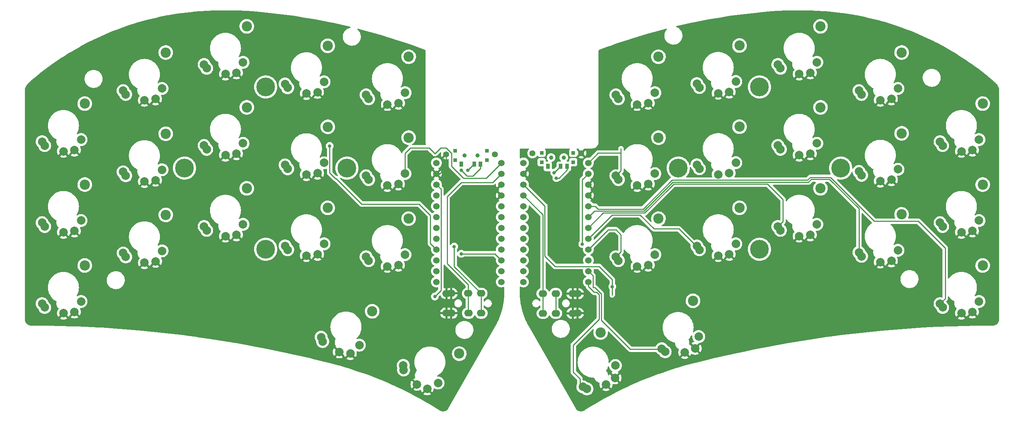
<source format=gbr>
%TF.GenerationSoftware,KiCad,Pcbnew,6.0.4+dfsg-1+b1*%
%TF.CreationDate,2022-04-14T14:17:59+01:00*%
%TF.ProjectId,sweep-mid,73776565-702d-46d6-9964-2e6b69636164,rev?*%
%TF.SameCoordinates,Original*%
%TF.FileFunction,Copper,L2,Bot*%
%TF.FilePolarity,Positive*%
%FSLAX46Y46*%
G04 Gerber Fmt 4.6, Leading zero omitted, Abs format (unit mm)*
G04 Created by KiCad (PCBNEW 6.0.4+dfsg-1+b1) date 2022-04-14 14:17:59*
%MOMM*%
%LPD*%
G01*
G04 APERTURE LIST*
%TA.AperFunction,ComponentPad*%
%ADD10C,1.397000*%
%TD*%
%TA.AperFunction,ComponentPad*%
%ADD11C,2.400000*%
%TD*%
%TA.AperFunction,ComponentPad*%
%ADD12C,2.000000*%
%TD*%
%TA.AperFunction,ComponentPad*%
%ADD13C,4.400000*%
%TD*%
%TA.AperFunction,ComponentPad*%
%ADD14C,1.524000*%
%TD*%
%TA.AperFunction,ComponentPad*%
%ADD15O,2.000000X1.600000*%
%TD*%
%TA.AperFunction,WasherPad*%
%ADD16C,1.000000*%
%TD*%
%TA.AperFunction,SMDPad,CuDef*%
%ADD17R,0.900000X0.900000*%
%TD*%
%TA.AperFunction,SMDPad,CuDef*%
%ADD18R,0.900000X1.250000*%
%TD*%
%TA.AperFunction,ViaPad*%
%ADD19C,0.800000*%
%TD*%
%TA.AperFunction,Conductor*%
%ADD20C,0.250000*%
%TD*%
G04 APERTURE END LIST*
D10*
%TO.P,Bat+r1,1*%
%TO.N,BT+_r*%
X146190000Y-83736000D03*
%TD*%
%TO.P,BatGND1,1*%
%TO.N,gnd*%
X134760000Y-83736000D03*
%TD*%
D11*
%TO.P,SW2,*%
%TO.N,*%
X50000000Y-71850000D03*
D12*
%TO.P,SW2,1*%
%TO.N,Switch1*%
X49130000Y-80300000D03*
X40000000Y-80800000D03*
X40600000Y-81700000D03*
%TO.P,SW2,2*%
%TO.N,gnd*%
X45000000Y-83050000D03*
X47600000Y-82750000D03*
%TD*%
D11*
%TO.P,SW3,*%
%TO.N,*%
X69000000Y-59850000D03*
D12*
%TO.P,SW3,1*%
%TO.N,Switch2*%
X59600000Y-69700000D03*
X68130000Y-68300000D03*
X59000000Y-68800000D03*
%TO.P,SW3,2*%
%TO.N,gnd*%
X66600000Y-70750000D03*
X64000000Y-71050000D03*
%TD*%
D11*
%TO.P,SW4,*%
%TO.N,*%
X88000000Y-53710000D03*
D12*
%TO.P,SW4,1*%
%TO.N,Switch3*%
X78600000Y-63560000D03*
X87130000Y-62160000D03*
X78000000Y-62660000D03*
%TO.P,SW4,2*%
%TO.N,gnd*%
X85600000Y-64610000D03*
X83000000Y-64910000D03*
%TD*%
D11*
%TO.P,SW5,*%
%TO.N,*%
X106994000Y-58282000D03*
D12*
%TO.P,SW5,1*%
%TO.N,Switch4*%
X97594000Y-68132000D03*
X96994000Y-67232000D03*
X106124000Y-66732000D03*
%TO.P,SW5,2*%
%TO.N,gnd*%
X101994000Y-69482000D03*
X104594000Y-69182000D03*
%TD*%
D11*
%TO.P,SW6,*%
%TO.N,*%
X126000000Y-60850000D03*
D12*
%TO.P,SW6,1*%
%TO.N,Switch5*%
X116600000Y-70700000D03*
X125130000Y-69300000D03*
X116000000Y-69800000D03*
%TO.P,SW6,2*%
%TO.N,gnd*%
X121000000Y-72050000D03*
X123600000Y-71750000D03*
%TD*%
D11*
%TO.P,SW8,*%
%TO.N,*%
X50000000Y-90850000D03*
D12*
%TO.P,SW8,1*%
%TO.N,Switch6*%
X40000000Y-99800000D03*
X49130000Y-99300000D03*
X40600000Y-100700000D03*
%TO.P,SW8,2*%
%TO.N,gnd*%
X45000000Y-102050000D03*
X47600000Y-101750000D03*
%TD*%
D11*
%TO.P,SW9,*%
%TO.N,*%
X69000000Y-78924000D03*
D12*
%TO.P,SW9,1*%
%TO.N,Switch7*%
X68130000Y-87374000D03*
X59600000Y-88774000D03*
X59000000Y-87874000D03*
%TO.P,SW9,2*%
%TO.N,gnd*%
X66600000Y-89824000D03*
X64000000Y-90124000D03*
%TD*%
D11*
%TO.P,SW10,*%
%TO.N,*%
X88000000Y-72728000D03*
D12*
%TO.P,SW10,1*%
%TO.N,Switch8*%
X78600000Y-82578000D03*
X78000000Y-81678000D03*
X87130000Y-81178000D03*
%TO.P,SW10,2*%
%TO.N,gnd*%
X83000000Y-83928000D03*
X85600000Y-83628000D03*
%TD*%
D11*
%TO.P,SW11,*%
%TO.N,*%
X107000000Y-77300000D03*
D12*
%TO.P,SW11,1*%
%TO.N,Switch9*%
X97600000Y-87150000D03*
X106130000Y-85750000D03*
X97000000Y-86250000D03*
%TO.P,SW11,2*%
%TO.N,gnd*%
X102000000Y-88500000D03*
X104600000Y-88200000D03*
%TD*%
D11*
%TO.P,SW12,*%
%TO.N,*%
X125980000Y-79840000D03*
D12*
%TO.P,SW12,1*%
%TO.N,Switch10*%
X115980000Y-88790000D03*
X116580000Y-89690000D03*
X125110000Y-88290000D03*
%TO.P,SW12,2*%
%TO.N,gnd*%
X123580000Y-90740000D03*
X120980000Y-91040000D03*
%TD*%
D11*
%TO.P,SW14,*%
%TO.N,*%
X50000000Y-109850000D03*
D12*
%TO.P,SW14,1*%
%TO.N,Switch11*%
X40600000Y-119700000D03*
X40000000Y-118800000D03*
X49130000Y-118300000D03*
%TO.P,SW14,2*%
%TO.N,gnd*%
X45000000Y-121050000D03*
X47600000Y-120750000D03*
%TD*%
D11*
%TO.P,SW15,*%
%TO.N,*%
X69008000Y-97974000D03*
D12*
%TO.P,SW15,1*%
%TO.N,Switch12*%
X68138000Y-106424000D03*
X59008000Y-106924000D03*
X59608000Y-107824000D03*
%TO.P,SW15,2*%
%TO.N,gnd*%
X66608000Y-108874000D03*
X64008000Y-109174000D03*
%TD*%
D11*
%TO.P,SW16,*%
%TO.N,*%
X88000000Y-91746000D03*
D12*
%TO.P,SW16,1*%
%TO.N,Switch13*%
X78000000Y-100696000D03*
X87130000Y-100196000D03*
X78600000Y-101596000D03*
%TO.P,SW16,2*%
%TO.N,gnd*%
X83000000Y-102946000D03*
X85600000Y-102646000D03*
%TD*%
D11*
%TO.P,SW17,*%
%TO.N,*%
X107000000Y-96318000D03*
D12*
%TO.P,SW17,1*%
%TO.N,Switch14*%
X106130000Y-104768000D03*
X97600000Y-106168000D03*
X97000000Y-105268000D03*
%TO.P,SW17,2*%
%TO.N,gnd*%
X104600000Y-107218000D03*
X102000000Y-107518000D03*
%TD*%
D11*
%TO.P,SW20,*%
%TO.N,*%
X137855127Y-130543969D03*
D12*
%TO.P,SW20,1*%
%TO.N,Switch17*%
X124719873Y-133294897D03*
X132876685Y-137426884D03*
X124789488Y-134374319D03*
%TO.P,SW20,2*%
%TO.N,gnd*%
X127925000Y-137743454D03*
X130326666Y-138783646D03*
%TD*%
D11*
%TO.P,SW21,*%
%TO.N,*%
X117434547Y-120607577D03*
D12*
%TO.P,SW21,1*%
%TO.N,Switch16*%
X114407171Y-128544478D03*
X105805477Y-127689048D03*
X105458858Y-126664423D03*
%TO.P,SW21,2*%
%TO.N,gnd*%
X109706145Y-130131851D03*
X112295198Y-130515003D03*
%TD*%
D13*
%TO.P,REF\u002A\u002A,1*%
%TO.N,N/C*%
X92456000Y-67945000D03*
X92456000Y-106045000D03*
X111506000Y-86995000D03*
X73406000Y-86995000D03*
%TD*%
D11*
%TO.P,SW18,*%
%TO.N,*%
X125980000Y-98858000D03*
D12*
%TO.P,SW18,1*%
%TO.N,Switch15*%
X115980000Y-107808000D03*
X125110000Y-107308000D03*
X116580000Y-108708000D03*
%TO.P,SW18,2*%
%TO.N,gnd*%
X123580000Y-109758000D03*
X120980000Y-110058000D03*
%TD*%
D14*
%TO.P,U1,1*%
%TO.N,Switch10*%
X147705400Y-85768000D03*
%TO.P,U1,2*%
%TO.N,Switch18*%
X147705400Y-88308000D03*
%TO.P,U1,3*%
%TO.N,gnd*%
X147705400Y-90848000D03*
%TO.P,U1,4*%
X147705400Y-93388000D03*
%TO.P,U1,5*%
%TO.N,Switch11*%
X147705400Y-95928000D03*
%TO.P,U1,6*%
%TO.N,Switch12*%
X147705400Y-98468000D03*
%TO.P,U1,7*%
%TO.N,Switch13*%
X147705400Y-101008000D03*
%TO.P,U1,8*%
%TO.N,Switch14*%
X147705400Y-103548000D03*
%TO.P,U1,9*%
%TO.N,Switch15*%
X147705400Y-106088000D03*
%TO.P,U1,10*%
%TO.N,Switch1*%
X147705400Y-108628000D03*
%TO.P,U1,11*%
%TO.N,Switch16*%
X147705400Y-111168000D03*
%TO.P,U1,12*%
%TO.N,Switch17*%
X147705400Y-113708000D03*
%TO.P,U1,13*%
%TO.N,Switch9*%
X132485400Y-113708000D03*
%TO.P,U1,14*%
%TO.N,Switch8*%
X132485400Y-111168000D03*
%TO.P,U1,15*%
%TO.N,Switch7*%
X132485400Y-108628000D03*
%TO.P,U1,16*%
%TO.N,Switch6*%
X132485400Y-106088000D03*
%TO.P,U1,17*%
%TO.N,Switch2*%
X132485400Y-103548000D03*
%TO.P,U1,18*%
%TO.N,Switch3*%
X132485400Y-101008000D03*
%TO.P,U1,19*%
%TO.N,Switch4*%
X132485400Y-98468000D03*
%TO.P,U1,20*%
%TO.N,Switch5*%
X132485400Y-95928000D03*
%TO.P,U1,21*%
%TO.N,vcc*%
X132485400Y-93388000D03*
%TO.P,U1,22*%
%TO.N,reset*%
X132485400Y-90848000D03*
%TO.P,U1,23*%
%TO.N,gnd*%
X132485400Y-88308000D03*
%TO.P,U1,24*%
%TO.N,raw*%
X132485400Y-85768000D03*
%TD*%
D10*
%TO.P,BatGND4,1*%
%TO.N,gnd*%
X166459840Y-83482000D03*
%TD*%
%TO.P,Bat+1,1*%
%TO.N,BT+*%
X155029840Y-83482000D03*
%TD*%
D13*
%TO.P,REF\u002A\u002A,1*%
%TO.N,N/C*%
X208280000Y-106045000D03*
X189230000Y-86995000D03*
X208280000Y-67945000D03*
X227330000Y-86995000D03*
%TD*%
D15*
%TO.P,J1,R1*%
%TO.N,Switch18_r*%
X160487840Y-121064000D03*
X160467840Y-116434000D03*
%TO.P,J1,R2*%
%TO.N,vcc*%
X157487840Y-121064000D03*
X157467840Y-116434000D03*
%TO.P,J1,S*%
%TO.N,gnd*%
X165587840Y-116464000D03*
X165567840Y-121034000D03*
%TO.P,J1,T*%
X164467840Y-116434000D03*
X164487840Y-121064000D03*
%TD*%
D11*
%TO.P,SW11_r1,*%
%TO.N,*%
X203585840Y-77268000D03*
D12*
%TO.P,SW11_r1,1*%
%TO.N,Switch9_r*%
X193585840Y-86218000D03*
X202715840Y-85718000D03*
X194185840Y-87118000D03*
%TO.P,SW11_r1,2*%
%TO.N,gnd*%
X198585840Y-88468000D03*
X201185840Y-88168000D03*
%TD*%
D11*
%TO.P,SW13_r1,*%
%TO.N,*%
X260631840Y-109850000D03*
D12*
%TO.P,SW13_r1,1*%
%TO.N,Switch11_r*%
X251231840Y-119700000D03*
X259761840Y-118300000D03*
X250631840Y-118800000D03*
%TO.P,SW13_r1,2*%
%TO.N,gnd*%
X255631840Y-121050000D03*
X258231840Y-120750000D03*
%TD*%
D11*
%TO.P,SW15_r1,*%
%TO.N,*%
X222587840Y-91746000D03*
D12*
%TO.P,SW15_r1,1*%
%TO.N,Switch13_r*%
X213187840Y-101596000D03*
X221717840Y-100196000D03*
X212587840Y-100696000D03*
%TO.P,SW15_r1,2*%
%TO.N,gnd*%
X220187840Y-102646000D03*
X217587840Y-102946000D03*
%TD*%
D11*
%TO.P,SW16_r1,*%
%TO.N,*%
X203585840Y-96318000D03*
D12*
%TO.P,SW16_r1,1*%
%TO.N,Switch14_r*%
X193585840Y-105268000D03*
X194185840Y-106168000D03*
X202715840Y-104768000D03*
%TO.P,SW16_r1,2*%
%TO.N,gnd*%
X201185840Y-107218000D03*
X198585840Y-107518000D03*
%TD*%
D11*
%TO.P,SW5_r1,*%
%TO.N,*%
X203585840Y-58218000D03*
D12*
%TO.P,SW5_r1,1*%
%TO.N,Switch4_r*%
X194185840Y-68068000D03*
X193585840Y-67168000D03*
X202715840Y-66668000D03*
%TO.P,SW5_r1,2*%
%TO.N,gnd*%
X201185840Y-69118000D03*
X198585840Y-69418000D03*
%TD*%
D11*
%TO.P,SW3_r1,*%
%TO.N,*%
X241613840Y-59850000D03*
D12*
%TO.P,SW3_r1,1*%
%TO.N,Switch2_r*%
X240743840Y-68300000D03*
X232213840Y-69700000D03*
X231613840Y-68800000D03*
%TO.P,SW3_r1,2*%
%TO.N,gnd*%
X236613840Y-71050000D03*
X239213840Y-70750000D03*
%TD*%
D11*
%TO.P,SW4_r1,*%
%TO.N,*%
X222587840Y-53710000D03*
D12*
%TO.P,SW4_r1,1*%
%TO.N,Switch3_r*%
X212587840Y-62660000D03*
X221717840Y-62160000D03*
X213187840Y-63560000D03*
%TO.P,SW4_r1,2*%
%TO.N,gnd*%
X220187840Y-64610000D03*
X217587840Y-64910000D03*
%TD*%
D11*
%TO.P,SW8_r1,*%
%TO.N,*%
X241613840Y-78824000D03*
D12*
%TO.P,SW8_r1,1*%
%TO.N,Switch7_r*%
X231613840Y-87774000D03*
X240743840Y-87274000D03*
X232213840Y-88674000D03*
%TO.P,SW8_r1,2*%
%TO.N,gnd*%
X239213840Y-89724000D03*
X236613840Y-90024000D03*
%TD*%
D11*
%TO.P,SW9_r1,*%
%TO.N,*%
X222587840Y-72728000D03*
D12*
%TO.P,SW9_r1,1*%
%TO.N,Switch8_r*%
X213187840Y-82578000D03*
X221717840Y-81178000D03*
X212587840Y-81678000D03*
%TO.P,SW9_r1,2*%
%TO.N,gnd*%
X220187840Y-83628000D03*
X217587840Y-83928000D03*
%TD*%
D11*
%TO.P,SW18_r1,*%
%TO.N,*%
X241613840Y-97842000D03*
D12*
%TO.P,SW18_r1,1*%
%TO.N,Switch12_r*%
X232213840Y-107692000D03*
X231613840Y-106792000D03*
X240743840Y-106292000D03*
%TO.P,SW18_r1,2*%
%TO.N,gnd*%
X236613840Y-109042000D03*
X239213840Y-108742000D03*
%TD*%
D11*
%TO.P,SW12_r1,*%
%TO.N,*%
X184585840Y-79840000D03*
D12*
%TO.P,SW12_r1,1*%
%TO.N,Switch10_r*%
X183715840Y-88290000D03*
X175185840Y-89690000D03*
X174585840Y-88790000D03*
%TO.P,SW12_r1,2*%
%TO.N,gnd*%
X179585840Y-91040000D03*
X182185840Y-90740000D03*
%TD*%
D11*
%TO.P,SW7_r1,*%
%TO.N,*%
X260631840Y-90850000D03*
D12*
%TO.P,SW7_r1,1*%
%TO.N,Switch6_r*%
X250631840Y-99800000D03*
X259761840Y-99300000D03*
X251231840Y-100700000D03*
%TO.P,SW7_r1,2*%
%TO.N,gnd*%
X258231840Y-101750000D03*
X255631840Y-102050000D03*
%TD*%
D11*
%TO.P,SW2_r1,*%
%TO.N,*%
X260631840Y-71850000D03*
D12*
%TO.P,SW2_r1,1*%
%TO.N,Switch1_r*%
X250631840Y-80800000D03*
X259761840Y-80300000D03*
X251231840Y-81700000D03*
%TO.P,SW2_r1,2*%
%TO.N,gnd*%
X255631840Y-83050000D03*
X258231840Y-82750000D03*
%TD*%
D11*
%TO.P,SW6_r1,*%
%TO.N,*%
X184585840Y-60850000D03*
D12*
%TO.P,SW6_r1,1*%
%TO.N,Switch5_r*%
X174585840Y-69800000D03*
X175185840Y-70700000D03*
X183715840Y-69300000D03*
%TO.P,SW6_r1,2*%
%TO.N,gnd*%
X179585840Y-72050000D03*
X182185840Y-71750000D03*
%TD*%
D11*
%TO.P,SW20_r1,*%
%TO.N,*%
X171006127Y-125581969D03*
D12*
%TO.P,SW20_r1,1*%
%TO.N,Switch17_r*%
X174477685Y-133334884D03*
X166820873Y-138332897D03*
X167790488Y-138812319D03*
%TO.P,SW20_r1,2*%
%TO.N,gnd*%
X174377666Y-136221646D03*
X172276000Y-137781454D03*
%TD*%
D11*
%TO.P,SW17_r1,*%
%TO.N,*%
X184585840Y-98858000D03*
D12*
%TO.P,SW17_r1,1*%
%TO.N,Switch15_r*%
X174585840Y-107808000D03*
X183715840Y-107308000D03*
X175185840Y-108708000D03*
%TO.P,SW17_r1,2*%
%TO.N,gnd*%
X179585840Y-110058000D03*
X182185840Y-109758000D03*
%TD*%
D11*
%TO.P,SW21_r1,*%
%TO.N,*%
X192676551Y-118141387D03*
D12*
%TO.P,SW21_r1,1*%
%TO.N,Switch16_r*%
X186146216Y-130088655D03*
X194023217Y-126528633D03*
X185333723Y-129374613D03*
%TO.P,SW21_r1,2*%
%TO.N,gnd*%
X193179457Y-129291144D03*
X190745695Y-130253851D03*
%TD*%
D14*
%TO.P,U2,1*%
%TO.N,Switch10_r*%
X168129240Y-85768000D03*
%TO.P,U2,2*%
%TO.N,Switch18_r*%
X168129240Y-88308000D03*
%TO.P,U2,3*%
%TO.N,gnd*%
X168129240Y-90848000D03*
%TO.P,U2,4*%
X168129240Y-93388000D03*
%TO.P,U2,5*%
%TO.N,Switch11_r*%
X168129240Y-95928000D03*
%TO.P,U2,6*%
%TO.N,Switch12_r*%
X168129240Y-98468000D03*
%TO.P,U2,7*%
%TO.N,Switch13_r*%
X168129240Y-101008000D03*
%TO.P,U2,8*%
%TO.N,Switch14_r*%
X168129240Y-103548000D03*
%TO.P,U2,9*%
%TO.N,Switch15_r*%
X168129240Y-106088000D03*
%TO.P,U2,10*%
%TO.N,Switch1_r*%
X168129240Y-108628000D03*
%TO.P,U2,11*%
%TO.N,Switch16_r*%
X168129240Y-111168000D03*
%TO.P,U2,12*%
%TO.N,Switch17_r*%
X168129240Y-113708000D03*
%TO.P,U2,13*%
%TO.N,Switch9_r*%
X152909240Y-113708000D03*
%TO.P,U2,14*%
%TO.N,Switch8_r*%
X152909240Y-111168000D03*
%TO.P,U2,15*%
%TO.N,Switch7_r*%
X152909240Y-108628000D03*
%TO.P,U2,16*%
%TO.N,Switch6_r*%
X152909240Y-106088000D03*
%TO.P,U2,17*%
%TO.N,Switch2_r*%
X152909240Y-103548000D03*
%TO.P,U2,18*%
%TO.N,Switch3_r*%
X152909240Y-101008000D03*
%TO.P,U2,19*%
%TO.N,Switch4_r*%
X152909240Y-98468000D03*
%TO.P,U2,20*%
%TO.N,Switch5_r*%
X152909240Y-95928000D03*
%TO.P,U2,21*%
%TO.N,vcc*%
X152909240Y-93388000D03*
%TO.P,U2,22*%
%TO.N,reset_r*%
X152909240Y-90848000D03*
%TO.P,U2,23*%
%TO.N,gnd*%
X152909240Y-88308000D03*
%TO.P,U2,24*%
%TO.N,raw*%
X152909240Y-85768000D03*
%TD*%
D15*
%TO.P,J2,R1*%
%TO.N,Switch18*%
X139970000Y-116404000D03*
X139990000Y-121034000D03*
%TO.P,J2,R2*%
%TO.N,vcc*%
X142970000Y-116404000D03*
X142990000Y-121034000D03*
%TO.P,J2,S*%
%TO.N,gnd*%
X134890000Y-116434000D03*
X134870000Y-121004000D03*
%TO.P,J2,T*%
X135970000Y-116404000D03*
X135990000Y-121034000D03*
%TD*%
D16*
%TO.P,SW_POWERR1,*%
%TO.N,*%
X142102000Y-83990000D03*
X139102000Y-83990000D03*
D17*
%TO.P,SW_POWERR1,0*%
%TO.N,N/C*%
X144302000Y-85090000D03*
X136902000Y-85090000D03*
X144302000Y-82890000D03*
X136902000Y-82890000D03*
D18*
%TO.P,SW_POWERR1,1*%
%TO.N,Net-(SW_POWERR1-Pad1)*%
X138352000Y-86065000D03*
%TO.P,SW_POWERR1,2*%
%TO.N,BT+_r*%
X141352000Y-86065000D03*
%TO.P,SW_POWERR1,3*%
%TO.N,raw*%
X142852000Y-86065000D03*
%TD*%
D16*
%TO.P,SW_POWER1,*%
%TO.N,*%
X159371840Y-84498000D03*
X162371840Y-84498000D03*
D17*
%TO.P,SW_POWER1,0*%
%TO.N,N/C*%
X164571840Y-83398000D03*
X157171840Y-85598000D03*
X157171840Y-83398000D03*
X164571840Y-85598000D03*
D18*
%TO.P,SW_POWER1,1*%
%TO.N,Net-(SW_POWER1-Pad1)*%
X158621840Y-86573000D03*
%TO.P,SW_POWER1,2*%
%TO.N,BT+*%
X161621840Y-86573000D03*
%TO.P,SW_POWER1,3*%
%TO.N,raw*%
X163121840Y-86573000D03*
%TD*%
D19*
%TO.N,BT+*%
X160109840Y-88054000D03*
%TO.N,vcc*%
X136652000Y-105410000D03*
%TO.N,reset*%
X132119000Y-117133000D03*
%TO.N,Switch1*%
X138316000Y-107104000D03*
%TO.N,Switch6*%
X107442000Y-81788000D03*
%TO.N,raw*%
X160617840Y-89324000D03*
X138352000Y-87510000D03*
%TO.N,BT+_r*%
X139852000Y-87534000D03*
%TO.N,Switch18_r*%
X166713840Y-104818000D03*
%TO.N,reset_r*%
X173747840Y-114802000D03*
%TD*%
D20*
%TO.N,BT+*%
X161621840Y-86573000D02*
X161621840Y-87050000D01*
X161621840Y-86573000D02*
X161590840Y-86573000D01*
X161590840Y-86573000D02*
X160109840Y-88054000D01*
%TO.N,gnd*%
X133236000Y-88308000D02*
X132485400Y-88308000D01*
X134760000Y-83736000D02*
X134760000Y-86784000D01*
X134760000Y-86784000D02*
X133236000Y-88308000D01*
%TO.N,vcc*%
X157467840Y-121044000D02*
X157487840Y-121064000D01*
X157467840Y-116434000D02*
X157467840Y-121044000D01*
X152909240Y-93388000D02*
X157467840Y-97946600D01*
X157467840Y-97946600D02*
X157467840Y-116434000D01*
X136652000Y-110086000D02*
X142970000Y-116404000D01*
X136652000Y-105410000D02*
X136652000Y-110086000D01*
X142970000Y-121014000D02*
X142990000Y-121034000D01*
X142970000Y-116404000D02*
X142970000Y-121014000D01*
%TO.N,Switch18*%
X138316000Y-90340000D02*
X145673400Y-90340000D01*
X139970000Y-116404000D02*
X139970000Y-121014000D01*
X145673400Y-90340000D02*
X147705400Y-88308000D01*
X139970000Y-114346000D02*
X135014000Y-109390000D01*
X135014000Y-93642000D02*
X138316000Y-90340000D01*
X135014000Y-109390000D02*
X135014000Y-93642000D01*
X139970000Y-121014000D02*
X139990000Y-121034000D01*
X139970000Y-116404000D02*
X139970000Y-114346000D01*
%TO.N,reset*%
X132119000Y-117133000D02*
X132080000Y-117172000D01*
X133572401Y-113760401D02*
X133572401Y-115679599D01*
X133572401Y-113760401D02*
X133572401Y-114229761D01*
X133572401Y-91935001D02*
X133572401Y-113760401D01*
X132485400Y-90848000D02*
X133572401Y-91935001D01*
X133572401Y-115679599D02*
X132119000Y-117133000D01*
%TO.N,Switch1*%
X146693700Y-107616300D02*
X147705400Y-108628000D01*
X146181400Y-107104000D02*
X146693700Y-107616300D01*
X138316000Y-107104000D02*
X146181400Y-107104000D01*
X146252401Y-107175001D02*
X146693700Y-107616300D01*
%TO.N,Switch6*%
X107454511Y-88125489D02*
X108752022Y-89423000D01*
X114948000Y-95420000D02*
X128410000Y-95420000D01*
X107454511Y-81800511D02*
X107454511Y-88125489D01*
X107442000Y-81788000D02*
X107454511Y-81800511D01*
X131082700Y-104685300D02*
X132485400Y-106088000D01*
X111237000Y-91709000D02*
X114948000Y-95420000D01*
X131082700Y-98092700D02*
X131082700Y-104685300D01*
X108752022Y-89423000D02*
X108951000Y-89423000D01*
X108951000Y-89423000D02*
X111237000Y-91709000D01*
X128410000Y-95420000D02*
X131082700Y-98092700D01*
%TO.N,Switch10*%
X136034609Y-83495827D02*
X136034609Y-86525391D01*
X138833218Y-89324000D02*
X144149400Y-89324000D01*
X132179586Y-83566000D02*
X133526793Y-82218793D01*
X134757575Y-82218793D02*
X136034609Y-83495827D01*
X144149400Y-89324000D02*
X147705400Y-85768000D01*
X125110000Y-88290000D02*
X125110000Y-83515998D01*
X132114000Y-83566000D02*
X132179586Y-83566000D01*
X130762999Y-82214999D02*
X132114000Y-83566000D01*
X125110000Y-83515998D02*
X126410999Y-82214999D01*
X136034609Y-86525391D02*
X138833218Y-89324000D01*
X133526793Y-82218793D02*
X134757575Y-82218793D01*
X126410999Y-82214999D02*
X130762999Y-82214999D01*
%TO.N,raw*%
X160617840Y-89324000D02*
X160617840Y-89324000D01*
X161245840Y-89324000D02*
X160617840Y-89324000D01*
X163121840Y-86573000D02*
X163121840Y-87448000D01*
X163121840Y-87448000D02*
X161245840Y-89324000D01*
X139715990Y-88873990D02*
X138352000Y-87510000D01*
X142852000Y-86065000D02*
X142852000Y-87074000D01*
X142852000Y-87074000D02*
X141052010Y-88873990D01*
X141052010Y-88873990D02*
X139715990Y-88873990D01*
%TO.N,BT+_r*%
X141352000Y-86065000D02*
X141321000Y-86065000D01*
X141321000Y-86065000D02*
X139852000Y-87534000D01*
%TO.N,Switch18_r*%
X160467840Y-121044000D02*
X160487840Y-121064000D01*
X160467840Y-116434000D02*
X160467840Y-121044000D01*
X166713840Y-104818000D02*
X166713840Y-89723400D01*
X166713840Y-104818000D02*
X166713840Y-104818000D01*
X166713840Y-89723400D02*
X168129240Y-88308000D01*
%TO.N,reset_r*%
X173747840Y-116756000D02*
X173747840Y-114802000D01*
X152909240Y-90848000D02*
X157917850Y-95856610D01*
X170706839Y-110080999D02*
X173747840Y-113122000D01*
X173747840Y-113122000D02*
X173747840Y-114802000D01*
X157917850Y-107625850D02*
X160372999Y-110080999D01*
X160372999Y-110080999D02*
X170706839Y-110080999D01*
X157917850Y-95856610D02*
X157917850Y-107625850D01*
%TO.N,Switch10_r*%
X175785840Y-87590000D02*
X174485840Y-88890000D01*
X175785840Y-82440000D02*
X175785840Y-87590000D01*
X168129240Y-85768000D02*
X170447240Y-83450000D01*
X170447240Y-83450000D02*
X175775840Y-83450000D01*
%TO.N,Switch11_r*%
X187775249Y-89814082D02*
X219557918Y-89814082D01*
X180979361Y-96609970D02*
X187775249Y-89814082D01*
X251831840Y-117600000D02*
X250531840Y-118900000D01*
X176619970Y-96609970D02*
X180979361Y-96609970D01*
X245497052Y-99446442D02*
X251831840Y-105781229D01*
X176619480Y-96610460D02*
X176619970Y-96609970D01*
X251831840Y-105781229D02*
X251831840Y-117600000D01*
X169751540Y-95928000D02*
X170434000Y-96610460D01*
X235204000Y-99446442D02*
X245497052Y-99446442D01*
X219557918Y-89814082D02*
X220218000Y-89154000D01*
X224911558Y-89154000D02*
X235204000Y-99446442D01*
X168129240Y-95928000D02*
X169751540Y-95928000D01*
X170434000Y-96610460D02*
X176619480Y-96610460D01*
X220218000Y-89154000D02*
X224911558Y-89154000D01*
X176315810Y-96609970D02*
X176619970Y-96609970D01*
%TO.N,Switch12_r*%
X231613840Y-96492000D02*
X231613840Y-101634160D01*
X219743626Y-90264092D02*
X220404198Y-89603520D01*
X187961649Y-90264092D02*
X219743626Y-90264092D01*
X181165761Y-97059980D02*
X187961649Y-90264092D01*
X231613840Y-106792000D02*
X231613840Y-101634160D01*
X220404198Y-89603520D02*
X224725360Y-89603520D01*
X169537260Y-97059980D02*
X181165761Y-97059980D01*
X168129240Y-98468000D02*
X169537260Y-97059980D01*
X224725360Y-89603520D02*
X231613840Y-96492000D01*
X231613840Y-101634160D02*
X231613840Y-101126160D01*
%TO.N,Switch13_r*%
X213787840Y-94346000D02*
X213787840Y-99496000D01*
X213787840Y-99496000D02*
X212487840Y-100796000D01*
X210155942Y-90714102D02*
X211404839Y-91962999D01*
X186929001Y-91962999D02*
X188177898Y-90714102D01*
X211404839Y-91962999D02*
X213787840Y-94346000D01*
X181352161Y-97509990D02*
X186899152Y-91962999D01*
X188177898Y-90714102D02*
X210155942Y-90714102D01*
X186899152Y-91962999D02*
X186929001Y-91962999D01*
X171627250Y-97509990D02*
X181352161Y-97509990D01*
X168129240Y-101008000D02*
X171627250Y-97509990D01*
%TO.N,Switch14_r*%
X173717240Y-97960000D02*
X180256000Y-97960000D01*
X168129240Y-103548000D02*
X173717240Y-97960000D01*
X180256000Y-97960000D02*
X183528999Y-101232999D01*
X189350839Y-101232999D02*
X193485840Y-105368000D01*
X183528999Y-101232999D02*
X189350839Y-101232999D01*
%TO.N,Switch15_r*%
X174640000Y-101488000D02*
X175785840Y-102633840D01*
X174640000Y-101458000D02*
X174640000Y-101488000D01*
X172759240Y-101458000D02*
X174640000Y-101458000D01*
X175785840Y-106608000D02*
X174485840Y-107908000D01*
X175785840Y-102633840D02*
X175785840Y-106608000D01*
X168129240Y-106088000D02*
X172759240Y-101458000D01*
%TO.N,Switch16_r*%
X169619759Y-115009759D02*
X171170920Y-116560920D01*
X185447938Y-129312163D02*
X185263013Y-129497088D01*
X185263013Y-129497088D02*
X177960928Y-129497088D01*
X169216241Y-115009759D02*
X169619759Y-115009759D01*
X169216241Y-112255001D02*
X168129240Y-111168000D01*
X177960928Y-129497088D02*
X171170920Y-122707080D01*
X171170920Y-116560920D02*
X171170920Y-122707080D01*
X169216241Y-115009759D02*
X169216241Y-112255001D01*
%TO.N,Switch17_r*%
X170688000Y-116713718D02*
X170688000Y-122428000D01*
X166143432Y-136425432D02*
X166143432Y-137711821D01*
X169485469Y-116141859D02*
X170116141Y-116141859D01*
X168129240Y-114785630D02*
X169485469Y-116141859D01*
X164592000Y-134874000D02*
X166143432Y-136425432D01*
X168129240Y-113708000D02*
X168129240Y-114785630D01*
X170116141Y-116141859D02*
X170688000Y-116713718D01*
X164592000Y-128524000D02*
X164592000Y-134874000D01*
X166143432Y-137711821D02*
X166901110Y-138469499D01*
X170688000Y-122428000D02*
X164592000Y-128524000D01*
%TD*%
%TA.AperFunction,Conductor*%
%TO.N,gnd*%
G36*
X215040112Y-49972485D02*
G01*
X218540259Y-49976444D01*
X218559499Y-49977944D01*
X218568295Y-49979313D01*
X218574694Y-49980310D01*
X218574695Y-49980310D01*
X218583564Y-49981691D01*
X218611603Y-49978024D01*
X218629424Y-49976970D01*
X220210338Y-49995764D01*
X220213317Y-49995835D01*
X221831409Y-50053562D01*
X221834390Y-50053704D01*
X223450719Y-50149884D01*
X223453648Y-50150094D01*
X224904998Y-50271140D01*
X225067151Y-50284664D01*
X225070133Y-50284948D01*
X225389820Y-50319280D01*
X226680046Y-50457842D01*
X226683004Y-50458196D01*
X228288263Y-50669301D01*
X228291188Y-50669720D01*
X228900794Y-50764681D01*
X229891097Y-50918945D01*
X229894051Y-50919442D01*
X231487455Y-51206605D01*
X231490396Y-51207171D01*
X233076591Y-51532146D01*
X233079480Y-51532774D01*
X233544972Y-51639732D01*
X234657469Y-51895356D01*
X234660381Y-51896061D01*
X236229363Y-52296067D01*
X236232256Y-52296842D01*
X237015388Y-52516452D01*
X237791198Y-52734009D01*
X237794066Y-52734850D01*
X239328383Y-53204728D01*
X239342228Y-53208968D01*
X239345081Y-53209879D01*
X240881528Y-53720664D01*
X240884359Y-53721643D01*
X242408218Y-54268803D01*
X242411025Y-54269849D01*
X243921421Y-54853071D01*
X243924203Y-54854183D01*
X245420352Y-55473162D01*
X245423106Y-55474340D01*
X246904099Y-56128703D01*
X246906824Y-56129946D01*
X248371825Y-56819321D01*
X248374520Y-56820628D01*
X248948509Y-57107586D01*
X249772487Y-57519522D01*
X249822751Y-57544651D01*
X249825414Y-57546023D01*
X251256041Y-58304277D01*
X251258671Y-58305711D01*
X252670806Y-59097724D01*
X252673401Y-59099220D01*
X253525426Y-59604082D01*
X254066339Y-59924597D01*
X254068877Y-59926141D01*
X255441858Y-60784433D01*
X255444338Y-60786025D01*
X255883091Y-61075031D01*
X256796506Y-61676698D01*
X256798988Y-61678376D01*
X257487227Y-62155558D01*
X258129565Y-62600915D01*
X258131985Y-62602636D01*
X259440302Y-63556580D01*
X259442631Y-63558321D01*
X260727901Y-64543096D01*
X260730246Y-64544937D01*
X261925452Y-65506648D01*
X261991734Y-65559981D01*
X261994041Y-65561883D01*
X262175201Y-65714887D01*
X263195992Y-66577025D01*
X263210808Y-66591814D01*
X263223998Y-66607376D01*
X263231493Y-66612321D01*
X263237786Y-66617901D01*
X263244447Y-66623049D01*
X263250700Y-66629490D01*
X263258508Y-66633916D01*
X263258513Y-66633920D01*
X263268563Y-66639617D01*
X263286613Y-66652038D01*
X263496279Y-66825019D01*
X263504528Y-66832460D01*
X263719830Y-67044604D01*
X263727391Y-67052742D01*
X263912261Y-67270192D01*
X263923164Y-67283017D01*
X263929977Y-67291785D01*
X264104720Y-67538427D01*
X264104724Y-67538433D01*
X264110738Y-67547768D01*
X264176129Y-67659833D01*
X264263071Y-67808831D01*
X264268241Y-67818662D01*
X264326081Y-67941515D01*
X264396994Y-68092135D01*
X264396995Y-68092138D01*
X264401277Y-68102382D01*
X264453549Y-68244777D01*
X264475779Y-68305332D01*
X264483497Y-68348735D01*
X264491330Y-122482531D01*
X264489076Y-122506274D01*
X264486682Y-122518759D01*
X264488042Y-122533023D01*
X264487812Y-122559139D01*
X264466713Y-122745642D01*
X264463017Y-122764826D01*
X264415584Y-122937575D01*
X264406876Y-122969290D01*
X264400252Y-122987686D01*
X264313156Y-123180997D01*
X264303766Y-123198145D01*
X264187812Y-123375659D01*
X264175881Y-123391150D01*
X264043887Y-123537472D01*
X264033869Y-123548577D01*
X264019687Y-123562035D01*
X263855015Y-123695610D01*
X263838920Y-123706711D01*
X263655585Y-123813191D01*
X263637967Y-123821670D01*
X263440349Y-123898511D01*
X263421633Y-123904161D01*
X263347072Y-123920484D01*
X263214512Y-123949505D01*
X263195152Y-123952191D01*
X263130483Y-123956088D01*
X263015002Y-123963047D01*
X262997908Y-123962091D01*
X262997904Y-123962216D01*
X262988929Y-123961949D01*
X262980087Y-123960414D01*
X262971169Y-123961422D01*
X262971166Y-123961422D01*
X262942123Y-123964705D01*
X262928277Y-123965503D01*
X262742310Y-123965945D01*
X262721235Y-123964219D01*
X262701882Y-123960983D01*
X262697019Y-123960928D01*
X262697015Y-123960928D01*
X262695652Y-123960913D01*
X262689330Y-123960842D01*
X262685606Y-123961379D01*
X262681004Y-123961547D01*
X259466659Y-123983079D01*
X259466582Y-123983080D01*
X259466285Y-123983082D01*
X259465905Y-123983089D01*
X259465896Y-123983089D01*
X258878935Y-123993720D01*
X256243696Y-124041450D01*
X253316065Y-124127904D01*
X253022422Y-124136575D01*
X253022416Y-124136575D01*
X253021983Y-124136588D01*
X249801566Y-124268484D01*
X249801147Y-124268506D01*
X249801146Y-124268506D01*
X246583278Y-124437098D01*
X246583236Y-124437100D01*
X246582863Y-124437120D01*
X244406071Y-124576092D01*
X243366700Y-124642448D01*
X243366686Y-124642449D01*
X243366294Y-124642474D01*
X243365929Y-124642502D01*
X243365864Y-124642506D01*
X240152630Y-124884493D01*
X240152570Y-124884498D01*
X240152277Y-124884520D01*
X236941233Y-125163226D01*
X236940976Y-125163251D01*
X236940946Y-125163254D01*
X235358991Y-125318769D01*
X233733577Y-125478556D01*
X233733222Y-125478595D01*
X233733193Y-125478598D01*
X230529971Y-125830442D01*
X230529908Y-125830449D01*
X230529729Y-125830469D01*
X227330105Y-126218919D01*
X225583879Y-126451169D01*
X224135458Y-126643810D01*
X224135413Y-126643816D01*
X224135122Y-126643855D01*
X220945196Y-127105222D01*
X220944889Y-127105270D01*
X220944856Y-127105275D01*
X217761095Y-127602905D01*
X217760743Y-127602960D01*
X217760347Y-127603027D01*
X217760338Y-127603028D01*
X214582568Y-128136939D01*
X214582521Y-128136947D01*
X214582177Y-128137005D01*
X213278115Y-128371437D01*
X211410215Y-128707230D01*
X211410151Y-128707242D01*
X211409911Y-128707285D01*
X211409703Y-128707325D01*
X211409632Y-128707338D01*
X210114614Y-128955433D01*
X208244360Y-129313729D01*
X208244028Y-129313797D01*
X208243985Y-129313805D01*
X206924453Y-129582241D01*
X205085936Y-129956255D01*
X202586633Y-130494466D01*
X201935523Y-130634679D01*
X201935049Y-130634781D01*
X201934691Y-130634862D01*
X201934661Y-130634869D01*
X200609872Y-130936014D01*
X198792110Y-131349219D01*
X197559984Y-131644126D01*
X195657941Y-132099376D01*
X195657916Y-132099382D01*
X195657528Y-132099475D01*
X195657157Y-132099568D01*
X195657097Y-132099583D01*
X194281518Y-132445468D01*
X192551642Y-132880439D01*
X192546406Y-132881522D01*
X192544458Y-132881686D01*
X192543797Y-132881847D01*
X192543746Y-132881851D01*
X192538456Y-132883145D01*
X192538272Y-132883190D01*
X192536366Y-132883653D01*
X192536364Y-132883654D01*
X192532260Y-132884651D01*
X192532208Y-132884673D01*
X192531552Y-132884833D01*
X192527040Y-132886710D01*
X192525618Y-132887176D01*
X192518830Y-132889191D01*
X190858987Y-133331678D01*
X190858969Y-133331683D01*
X190858380Y-133331840D01*
X190857845Y-133331994D01*
X190857809Y-133332004D01*
X189193993Y-133811035D01*
X189193962Y-133811044D01*
X189193435Y-133811196D01*
X189192854Y-133811376D01*
X189192840Y-133811380D01*
X188869212Y-133911537D01*
X187538309Y-134323427D01*
X187303883Y-134401097D01*
X185894239Y-134868140D01*
X185894194Y-134868155D01*
X185893652Y-134868335D01*
X184906082Y-135217387D01*
X184509600Y-135357522D01*
X184260107Y-135445704D01*
X184259560Y-135445910D01*
X184259537Y-135445918D01*
X183015002Y-135913719D01*
X182638317Y-136055309D01*
X182112436Y-136264956D01*
X181029522Y-136696668D01*
X181029487Y-136696683D01*
X181028916Y-136696910D01*
X181028336Y-136697155D01*
X181028301Y-136697169D01*
X180175823Y-137056741D01*
X179432537Y-137370256D01*
X179432012Y-137370490D01*
X179432007Y-137370492D01*
X179389458Y-137389440D01*
X177849804Y-138075083D01*
X177275204Y-138344725D01*
X176281970Y-138810818D01*
X176281942Y-138810832D01*
X176281340Y-138811114D01*
X174727758Y-139578061D01*
X173189669Y-140375622D01*
X171667676Y-141203486D01*
X170162375Y-142061327D01*
X168674356Y-142948809D01*
X167276144Y-143820722D01*
X167224719Y-143852790D01*
X167217858Y-143856699D01*
X167214369Y-143858178D01*
X167205757Y-143863522D01*
X167205602Y-143863591D01*
X167205486Y-143863689D01*
X167203703Y-143864796D01*
X167200018Y-143867962D01*
X167200015Y-143867964D01*
X167193277Y-143873753D01*
X167171954Y-143888548D01*
X167107521Y-143924034D01*
X167027569Y-143968066D01*
X167011123Y-143975638D01*
X166831988Y-144042980D01*
X166814625Y-144048118D01*
X166750558Y-144062160D01*
X166627667Y-144089093D01*
X166609759Y-144091686D01*
X166418866Y-144105440D01*
X166400765Y-144105440D01*
X166283748Y-144097012D01*
X166209877Y-144091691D01*
X166191957Y-144089096D01*
X166146718Y-144079182D01*
X166005014Y-144048128D01*
X165987659Y-144042995D01*
X165808502Y-143975650D01*
X165792057Y-143968078D01*
X165712080Y-143924034D01*
X165624413Y-143875754D01*
X165609229Y-143865907D01*
X165532888Y-143808208D01*
X165456551Y-143750510D01*
X165442928Y-143738583D01*
X165308367Y-143602493D01*
X165296594Y-143588736D01*
X165251464Y-143527603D01*
X165202313Y-143461024D01*
X165192972Y-143444810D01*
X165188900Y-143438195D01*
X165185326Y-143429962D01*
X165174433Y-143416872D01*
X165161809Y-143398654D01*
X154591946Y-124846703D01*
X159561743Y-124846703D01*
X159562302Y-124850947D01*
X159562302Y-124850951D01*
X159572147Y-124925728D01*
X159599268Y-125131734D01*
X159600401Y-125135874D01*
X159600401Y-125135876D01*
X159607881Y-125163219D01*
X159675129Y-125409036D01*
X159676813Y-125412984D01*
X159785792Y-125668479D01*
X159787923Y-125673476D01*
X159799693Y-125693142D01*
X159917454Y-125889906D01*
X159935561Y-125920161D01*
X160115313Y-126144528D01*
X160323851Y-126342423D01*
X160557317Y-126510186D01*
X160561112Y-126512195D01*
X160561113Y-126512196D01*
X160582846Y-126523703D01*
X160811392Y-126644712D01*
X160835699Y-126653607D01*
X161017255Y-126720047D01*
X161081373Y-126743511D01*
X161362264Y-126804755D01*
X161390790Y-126807000D01*
X161585282Y-126822307D01*
X161585291Y-126822307D01*
X161587739Y-126822500D01*
X161743271Y-126822500D01*
X161745407Y-126822354D01*
X161745418Y-126822354D01*
X161953548Y-126808165D01*
X161953554Y-126808164D01*
X161957825Y-126807873D01*
X161962020Y-126807004D01*
X161962022Y-126807004D01*
X162112942Y-126775750D01*
X162239342Y-126749574D01*
X162510343Y-126653607D01*
X162742925Y-126533563D01*
X162762005Y-126523715D01*
X162762006Y-126523715D01*
X162765812Y-126521750D01*
X162769313Y-126519289D01*
X162769317Y-126519287D01*
X162899615Y-126427712D01*
X163001023Y-126356441D01*
X163149057Y-126218879D01*
X163208479Y-126163661D01*
X163208481Y-126163658D01*
X163211622Y-126160740D01*
X163393713Y-125938268D01*
X163543927Y-125693142D01*
X163553368Y-125671636D01*
X163657757Y-125433830D01*
X163659483Y-125429898D01*
X163672064Y-125385734D01*
X163729820Y-125182979D01*
X163738244Y-125153406D01*
X163776508Y-124884543D01*
X163778146Y-124873036D01*
X163778146Y-124873034D01*
X163778751Y-124868784D01*
X163778845Y-124850951D01*
X163780235Y-124585583D01*
X163780235Y-124585576D01*
X163780257Y-124581297D01*
X163775627Y-124546124D01*
X163755976Y-124396863D01*
X163742732Y-124296266D01*
X163729575Y-124248170D01*
X163699043Y-124136566D01*
X163666871Y-124018964D01*
X163644256Y-123965945D01*
X163555763Y-123758476D01*
X163555761Y-123758472D01*
X163554077Y-123754524D01*
X163438875Y-123562035D01*
X163408643Y-123511521D01*
X163408640Y-123511517D01*
X163406439Y-123507839D01*
X163226687Y-123283472D01*
X163018149Y-123085577D01*
X162784683Y-122917814D01*
X162762843Y-122906250D01*
X162709786Y-122878158D01*
X162530608Y-122783288D01*
X162260627Y-122684489D01*
X161979736Y-122623245D01*
X161948685Y-122620801D01*
X161756718Y-122605693D01*
X161756709Y-122605693D01*
X161754261Y-122605500D01*
X161598729Y-122605500D01*
X161596593Y-122605646D01*
X161596582Y-122605646D01*
X161388452Y-122619835D01*
X161388446Y-122619836D01*
X161384175Y-122620127D01*
X161379980Y-122620996D01*
X161379978Y-122620996D01*
X161243417Y-122649276D01*
X161102658Y-122678426D01*
X160831657Y-122774393D01*
X160766362Y-122808094D01*
X160666151Y-122859817D01*
X160576188Y-122906250D01*
X160572687Y-122908711D01*
X160572683Y-122908713D01*
X160528218Y-122939964D01*
X160340977Y-123071559D01*
X160325892Y-123085577D01*
X160179101Y-123221984D01*
X160130378Y-123267260D01*
X159948287Y-123489732D01*
X159798073Y-123734858D01*
X159796347Y-123738791D01*
X159796346Y-123738792D01*
X159697905Y-123963047D01*
X159682517Y-123998102D01*
X159603756Y-124274594D01*
X159580630Y-124437089D01*
X159568195Y-124524466D01*
X159563249Y-124559216D01*
X159563227Y-124563505D01*
X159563226Y-124563512D01*
X159561780Y-124839583D01*
X159561743Y-124846703D01*
X154591946Y-124846703D01*
X153755850Y-123379209D01*
X153750139Y-123366136D01*
X153750106Y-123366152D01*
X153746215Y-123358060D01*
X153743511Y-123349502D01*
X153729357Y-123328386D01*
X153719905Y-123311653D01*
X153425078Y-122681869D01*
X153422778Y-122676649D01*
X153143283Y-122001630D01*
X153141220Y-121996312D01*
X152892538Y-121309273D01*
X152890719Y-121303867D01*
X152718162Y-120750000D01*
X152673395Y-120606309D01*
X152671825Y-120600836D01*
X152668291Y-120587373D01*
X152542085Y-120106659D01*
X152486290Y-119894139D01*
X152484967Y-119888590D01*
X152426589Y-119616661D01*
X152331606Y-119174227D01*
X152330539Y-119168645D01*
X152322839Y-119122737D01*
X152223707Y-118531777D01*
X152209665Y-118448070D01*
X152208849Y-118442425D01*
X152120712Y-117717132D01*
X152120152Y-117711455D01*
X152078179Y-117157707D01*
X152064929Y-116982893D01*
X152064627Y-116977205D01*
X152062955Y-116922165D01*
X152053897Y-116624108D01*
X152043734Y-116289694D01*
X152045030Y-116267448D01*
X152046251Y-116259184D01*
X152046251Y-116259182D01*
X152047564Y-116250298D01*
X152045824Y-116237744D01*
X152043745Y-116222751D01*
X152042552Y-116204848D01*
X152048776Y-114897934D01*
X152069103Y-114829909D01*
X152122979Y-114783672D01*
X152193300Y-114773903D01*
X152247046Y-114795321D01*
X152256585Y-114802000D01*
X152271563Y-114812488D01*
X152276545Y-114814811D01*
X152276550Y-114814814D01*
X152455740Y-114898371D01*
X152473044Y-114906440D01*
X152478352Y-114907862D01*
X152478354Y-114907863D01*
X152503090Y-114914491D01*
X152687777Y-114963978D01*
X152909240Y-114983353D01*
X153130703Y-114963978D01*
X153315390Y-114914491D01*
X153340126Y-114907863D01*
X153340128Y-114907862D01*
X153345436Y-114906440D01*
X153362740Y-114898371D01*
X153541930Y-114814814D01*
X153541935Y-114814811D01*
X153546917Y-114812488D01*
X153691591Y-114711186D01*
X153724510Y-114688136D01*
X153724513Y-114688134D01*
X153729021Y-114684977D01*
X153886217Y-114527781D01*
X153910216Y-114493508D01*
X154010571Y-114350185D01*
X154010572Y-114350183D01*
X154013728Y-114345676D01*
X154016051Y-114340694D01*
X154016054Y-114340689D01*
X154105357Y-114149178D01*
X154105358Y-114149177D01*
X154107680Y-114144196D01*
X154117625Y-114107083D01*
X154153044Y-113974897D01*
X154165218Y-113929463D01*
X154184593Y-113708000D01*
X154165218Y-113486537D01*
X154107680Y-113271804D01*
X154069085Y-113189036D01*
X154016054Y-113075311D01*
X154016051Y-113075306D01*
X154013728Y-113070324D01*
X153944226Y-112971064D01*
X153889376Y-112892730D01*
X153889374Y-112892727D01*
X153886217Y-112888219D01*
X153729021Y-112731023D01*
X153724513Y-112727866D01*
X153724510Y-112727864D01*
X153574407Y-112622761D01*
X153546917Y-112603512D01*
X153541935Y-112601189D01*
X153541930Y-112601186D01*
X153436867Y-112552195D01*
X153383582Y-112505278D01*
X153364121Y-112437001D01*
X153384663Y-112369041D01*
X153436867Y-112323805D01*
X153541930Y-112274814D01*
X153541935Y-112274811D01*
X153546917Y-112272488D01*
X153703229Y-112163037D01*
X153724510Y-112148136D01*
X153724513Y-112148134D01*
X153729021Y-112144977D01*
X153886217Y-111987781D01*
X153890160Y-111982151D01*
X154010571Y-111810185D01*
X154010572Y-111810183D01*
X154013728Y-111805676D01*
X154016051Y-111800694D01*
X154016054Y-111800689D01*
X154105357Y-111609178D01*
X154105358Y-111609177D01*
X154107680Y-111604196D01*
X154109736Y-111596525D01*
X154135926Y-111498782D01*
X154165218Y-111389463D01*
X154184593Y-111168000D01*
X154165218Y-110946537D01*
X154112932Y-110751404D01*
X154109103Y-110737114D01*
X154109102Y-110737112D01*
X154107680Y-110731804D01*
X154105113Y-110726298D01*
X154016054Y-110535311D01*
X154016051Y-110535306D01*
X154013728Y-110530324D01*
X154006938Y-110520627D01*
X153889376Y-110352730D01*
X153889374Y-110352727D01*
X153886217Y-110348219D01*
X153729021Y-110191023D01*
X153724513Y-110187866D01*
X153724510Y-110187864D01*
X153631029Y-110122408D01*
X153546917Y-110063512D01*
X153541935Y-110061189D01*
X153541930Y-110061186D01*
X153436867Y-110012195D01*
X153383582Y-109965278D01*
X153364121Y-109897001D01*
X153384663Y-109829041D01*
X153436867Y-109783805D01*
X153541930Y-109734814D01*
X153541935Y-109734811D01*
X153546917Y-109732488D01*
X153683820Y-109636627D01*
X153724510Y-109608136D01*
X153724513Y-109608134D01*
X153729021Y-109604977D01*
X153886217Y-109447781D01*
X153889720Y-109442779D01*
X154010571Y-109270185D01*
X154010572Y-109270183D01*
X154013728Y-109265676D01*
X154016051Y-109260694D01*
X154016054Y-109260689D01*
X154105357Y-109069178D01*
X154105358Y-109069177D01*
X154107680Y-109064196D01*
X154111281Y-109050759D01*
X154135981Y-108958576D01*
X154165218Y-108849463D01*
X154184593Y-108628000D01*
X154165218Y-108406537D01*
X154112759Y-108210760D01*
X154109103Y-108197114D01*
X154109102Y-108197112D01*
X154107680Y-108191804D01*
X154105113Y-108186298D01*
X154016054Y-107995311D01*
X154016051Y-107995306D01*
X154013728Y-107990324D01*
X154001641Y-107973062D01*
X153889376Y-107812730D01*
X153889374Y-107812727D01*
X153886217Y-107808219D01*
X153729021Y-107651023D01*
X153724513Y-107647866D01*
X153724510Y-107647864D01*
X153622196Y-107576223D01*
X153546917Y-107523512D01*
X153541935Y-107521189D01*
X153541930Y-107521186D01*
X153438709Y-107473054D01*
X153436867Y-107472195D01*
X153383582Y-107425278D01*
X153364121Y-107357001D01*
X153384663Y-107289041D01*
X153436867Y-107243805D01*
X153541930Y-107194814D01*
X153541935Y-107194811D01*
X153546917Y-107192488D01*
X153701498Y-107084249D01*
X153724510Y-107068136D01*
X153724513Y-107068134D01*
X153729021Y-107064977D01*
X153886217Y-106907781D01*
X153894350Y-106896167D01*
X154010571Y-106730185D01*
X154010572Y-106730183D01*
X154013728Y-106725676D01*
X154016051Y-106720694D01*
X154016054Y-106720689D01*
X154105357Y-106529178D01*
X154105358Y-106529177D01*
X154107680Y-106524196D01*
X154113203Y-106503586D01*
X154138023Y-106410954D01*
X154165218Y-106309463D01*
X154184593Y-106088000D01*
X154165218Y-105866537D01*
X154119855Y-105697241D01*
X154109103Y-105657114D01*
X154109102Y-105657112D01*
X154107680Y-105651804D01*
X154086417Y-105606206D01*
X154016054Y-105455311D01*
X154016051Y-105455306D01*
X154013728Y-105450324D01*
X154009132Y-105443760D01*
X153889376Y-105272730D01*
X153889374Y-105272727D01*
X153886217Y-105268219D01*
X153729021Y-105111023D01*
X153724513Y-105107866D01*
X153724510Y-105107864D01*
X153629889Y-105041610D01*
X153546917Y-104983512D01*
X153541935Y-104981189D01*
X153541930Y-104981186D01*
X153436867Y-104932195D01*
X153383582Y-104885278D01*
X153364121Y-104817001D01*
X153384663Y-104749041D01*
X153436867Y-104703805D01*
X153541930Y-104654814D01*
X153541935Y-104654811D01*
X153546917Y-104652488D01*
X153707803Y-104539834D01*
X153724510Y-104528136D01*
X153724513Y-104528134D01*
X153729021Y-104524977D01*
X153886217Y-104367781D01*
X153933394Y-104300406D01*
X154010571Y-104190185D01*
X154010572Y-104190183D01*
X154013728Y-104185676D01*
X154016051Y-104180694D01*
X154016054Y-104180689D01*
X154105357Y-103989178D01*
X154105358Y-103989177D01*
X154107680Y-103984196D01*
X154165218Y-103769463D01*
X154184593Y-103548000D01*
X154165218Y-103326537D01*
X154122142Y-103165778D01*
X154109103Y-103117114D01*
X154109102Y-103117112D01*
X154107680Y-103111804D01*
X154097762Y-103090535D01*
X154016054Y-102915311D01*
X154016051Y-102915306D01*
X154013728Y-102910324D01*
X153995048Y-102883646D01*
X153889376Y-102732730D01*
X153889374Y-102732727D01*
X153886217Y-102728219D01*
X153729021Y-102571023D01*
X153724513Y-102567866D01*
X153724510Y-102567864D01*
X153603844Y-102483373D01*
X153546917Y-102443512D01*
X153541935Y-102441189D01*
X153541930Y-102441186D01*
X153436867Y-102392195D01*
X153383582Y-102345278D01*
X153364121Y-102277001D01*
X153384663Y-102209041D01*
X153436867Y-102163805D01*
X153541930Y-102114814D01*
X153541935Y-102114811D01*
X153546917Y-102112488D01*
X153648745Y-102041187D01*
X153724510Y-101988136D01*
X153724513Y-101988134D01*
X153729021Y-101984977D01*
X153886217Y-101827781D01*
X153901896Y-101805390D01*
X153968176Y-101710731D01*
X154013728Y-101645676D01*
X154016051Y-101640694D01*
X154016054Y-101640689D01*
X154105357Y-101449178D01*
X154105358Y-101449177D01*
X154107680Y-101444196D01*
X154165218Y-101229463D01*
X154184593Y-101008000D01*
X154165218Y-100786537D01*
X154114685Y-100597948D01*
X154109103Y-100577114D01*
X154109102Y-100577112D01*
X154107680Y-100571804D01*
X154094063Y-100542602D01*
X154016054Y-100375311D01*
X154016051Y-100375306D01*
X154013728Y-100370324D01*
X153995048Y-100343646D01*
X153889376Y-100192730D01*
X153889374Y-100192727D01*
X153886217Y-100188219D01*
X153729021Y-100031023D01*
X153724513Y-100027866D01*
X153724510Y-100027864D01*
X153630349Y-99961932D01*
X153546917Y-99903512D01*
X153541935Y-99901189D01*
X153541930Y-99901186D01*
X153451457Y-99858998D01*
X153436867Y-99852195D01*
X153383582Y-99805278D01*
X153364121Y-99737001D01*
X153384663Y-99669041D01*
X153436867Y-99623805D01*
X153541930Y-99574814D01*
X153541935Y-99574811D01*
X153546917Y-99572488D01*
X153671361Y-99485351D01*
X153724510Y-99448136D01*
X153724513Y-99448134D01*
X153729021Y-99444977D01*
X153886217Y-99287781D01*
X153892338Y-99279040D01*
X154010571Y-99110185D01*
X154010572Y-99110183D01*
X154013728Y-99105676D01*
X154016051Y-99100694D01*
X154016054Y-99100689D01*
X154105357Y-98909178D01*
X154105358Y-98909177D01*
X154107680Y-98904196D01*
X154110265Y-98894551D01*
X154128789Y-98825415D01*
X154165218Y-98689463D01*
X154184593Y-98468000D01*
X154165218Y-98246537D01*
X154113999Y-98055386D01*
X154109103Y-98037114D01*
X154109102Y-98037112D01*
X154107680Y-98031804D01*
X154099626Y-98014532D01*
X154016054Y-97835311D01*
X154016051Y-97835306D01*
X154013728Y-97830324D01*
X154003911Y-97816304D01*
X153889376Y-97652730D01*
X153889374Y-97652727D01*
X153886217Y-97648219D01*
X153729021Y-97491023D01*
X153724513Y-97487866D01*
X153724510Y-97487864D01*
X153607340Y-97405821D01*
X153546917Y-97363512D01*
X153541935Y-97361189D01*
X153541930Y-97361186D01*
X153436867Y-97312195D01*
X153383582Y-97265278D01*
X153364121Y-97197001D01*
X153384663Y-97129041D01*
X153436867Y-97083805D01*
X153541930Y-97034814D01*
X153541935Y-97034811D01*
X153546917Y-97032488D01*
X153648745Y-96961187D01*
X153724510Y-96908136D01*
X153724513Y-96908134D01*
X153729021Y-96904977D01*
X153886217Y-96747781D01*
X153927947Y-96688185D01*
X154010571Y-96570185D01*
X154010572Y-96570183D01*
X154013728Y-96565676D01*
X154016051Y-96560694D01*
X154016054Y-96560689D01*
X154105357Y-96369178D01*
X154105358Y-96369177D01*
X154107680Y-96364196D01*
X154165218Y-96149463D01*
X154184593Y-95928000D01*
X154179411Y-95868767D01*
X154193401Y-95799162D01*
X154242800Y-95748170D01*
X154311926Y-95731980D01*
X154378831Y-95755733D01*
X154394026Y-95768690D01*
X155600827Y-96975492D01*
X156797435Y-98172100D01*
X156831461Y-98234412D01*
X156834340Y-98261195D01*
X156834340Y-115112104D01*
X156814338Y-115180225D01*
X156761589Y-115226299D01*
X156616082Y-115294149D01*
X156616079Y-115294151D01*
X156611091Y-115296477D01*
X156563117Y-115330069D01*
X156428051Y-115424643D01*
X156428048Y-115424645D01*
X156423540Y-115427802D01*
X156261642Y-115589700D01*
X156258485Y-115594208D01*
X156258483Y-115594211D01*
X156219608Y-115649731D01*
X156130317Y-115777251D01*
X156127994Y-115782233D01*
X156127991Y-115782238D01*
X156045069Y-115960067D01*
X156033556Y-115984757D01*
X156032134Y-115990065D01*
X156032133Y-115990067D01*
X155982209Y-116176385D01*
X155974297Y-116205913D01*
X155954342Y-116434000D01*
X155974297Y-116662087D01*
X155975721Y-116667400D01*
X155975721Y-116667402D01*
X156024877Y-116850851D01*
X156033556Y-116883243D01*
X156035879Y-116888224D01*
X156035879Y-116888225D01*
X156127991Y-117085762D01*
X156127994Y-117085767D01*
X156130317Y-117090749D01*
X156164736Y-117139904D01*
X156240636Y-117248300D01*
X156261642Y-117278300D01*
X156423540Y-117440198D01*
X156428048Y-117443355D01*
X156428051Y-117443357D01*
X156440052Y-117451760D01*
X156611091Y-117571523D01*
X156616076Y-117573847D01*
X156616082Y-117573851D01*
X156761589Y-117641701D01*
X156814875Y-117688618D01*
X156834340Y-117755896D01*
X156834340Y-118130853D01*
X156814338Y-118198974D01*
X156760682Y-118245467D01*
X156690408Y-118255571D01*
X156625828Y-118226077D01*
X156606404Y-118204914D01*
X156550589Y-118128091D01*
X156550587Y-118128089D01*
X156546706Y-118122747D01*
X156531235Y-118108817D01*
X156409692Y-117999379D01*
X156409691Y-117999378D01*
X156404784Y-117994960D01*
X156239396Y-117899473D01*
X156057768Y-117840458D01*
X156051207Y-117839768D01*
X156051205Y-117839768D01*
X155981157Y-117832406D01*
X155915450Y-117825500D01*
X155820230Y-117825500D01*
X155754523Y-117832406D01*
X155684475Y-117839768D01*
X155684473Y-117839768D01*
X155677912Y-117840458D01*
X155496284Y-117899473D01*
X155330896Y-117994960D01*
X155325989Y-117999378D01*
X155325988Y-117999379D01*
X155204445Y-118108817D01*
X155188974Y-118122747D01*
X155076722Y-118277248D01*
X155074038Y-118283276D01*
X155074037Y-118283278D01*
X155013631Y-118418954D01*
X154999046Y-118451712D01*
X154982028Y-118531777D01*
X154961143Y-118630031D01*
X154959340Y-118638513D01*
X154959340Y-118829487D01*
X154960712Y-118835939D01*
X154960712Y-118835944D01*
X154973793Y-118897482D01*
X154999046Y-119016288D01*
X155001731Y-119022318D01*
X155001731Y-119022319D01*
X155069374Y-119174247D01*
X155076722Y-119190752D01*
X155080602Y-119196093D01*
X155080603Y-119196094D01*
X155109276Y-119235559D01*
X155188974Y-119345253D01*
X155193884Y-119349674D01*
X155193885Y-119349675D01*
X155311162Y-119455271D01*
X155330896Y-119473040D01*
X155496284Y-119568527D01*
X155677912Y-119627542D01*
X155684473Y-119628232D01*
X155684475Y-119628232D01*
X155737729Y-119633829D01*
X155820230Y-119642500D01*
X155915450Y-119642500D01*
X155997951Y-119633829D01*
X156051205Y-119628232D01*
X156051207Y-119628232D01*
X156057768Y-119627542D01*
X156239396Y-119568527D01*
X156404784Y-119473040D01*
X156424519Y-119455271D01*
X156541795Y-119349675D01*
X156541796Y-119349674D01*
X156546706Y-119345253D01*
X156550590Y-119339908D01*
X156606404Y-119263086D01*
X156662626Y-119219732D01*
X156733363Y-119213657D01*
X156796154Y-119246789D01*
X156831066Y-119308609D01*
X156834340Y-119337147D01*
X156834340Y-119751430D01*
X156814338Y-119819551D01*
X156761589Y-119865625D01*
X156636082Y-119924149D01*
X156636076Y-119924152D01*
X156631091Y-119926477D01*
X156533190Y-119995028D01*
X156448051Y-120054643D01*
X156448048Y-120054645D01*
X156443540Y-120057802D01*
X156281642Y-120219700D01*
X156150317Y-120407251D01*
X156147994Y-120412233D01*
X156147991Y-120412238D01*
X156065069Y-120590067D01*
X156053556Y-120614757D01*
X156052134Y-120620065D01*
X156052133Y-120620067D01*
X156002152Y-120806599D01*
X155994297Y-120835913D01*
X155974342Y-121064000D01*
X155994297Y-121292087D01*
X155995721Y-121297400D01*
X155995721Y-121297402D01*
X156044095Y-121477933D01*
X156053556Y-121513243D01*
X156055879Y-121518224D01*
X156055879Y-121518225D01*
X156147991Y-121715762D01*
X156147994Y-121715767D01*
X156150317Y-121720749D01*
X156158310Y-121732164D01*
X156260636Y-121878300D01*
X156281642Y-121908300D01*
X156443540Y-122070198D01*
X156448048Y-122073355D01*
X156448051Y-122073357D01*
X156505247Y-122113406D01*
X156631091Y-122201523D01*
X156636073Y-122203846D01*
X156636078Y-122203849D01*
X156832897Y-122295626D01*
X156838597Y-122298284D01*
X156843905Y-122299706D01*
X156843907Y-122299707D01*
X157054438Y-122356119D01*
X157054440Y-122356119D01*
X157059753Y-122357543D01*
X157157960Y-122366135D01*
X157227989Y-122372262D01*
X157227996Y-122372262D01*
X157230713Y-122372500D01*
X157744967Y-122372500D01*
X157747684Y-122372262D01*
X157747691Y-122372262D01*
X157817720Y-122366135D01*
X157915927Y-122357543D01*
X157921240Y-122356119D01*
X157921242Y-122356119D01*
X158131773Y-122299707D01*
X158131775Y-122299706D01*
X158137083Y-122298284D01*
X158142783Y-122295626D01*
X158339602Y-122203849D01*
X158339607Y-122203846D01*
X158344589Y-122201523D01*
X158470433Y-122113406D01*
X158527629Y-122073357D01*
X158527632Y-122073355D01*
X158532140Y-122070198D01*
X158694038Y-121908300D01*
X158715045Y-121878300D01*
X158817370Y-121732164D01*
X158825363Y-121720749D01*
X158873645Y-121617207D01*
X158920562Y-121563922D01*
X158988839Y-121544461D01*
X159056799Y-121565003D01*
X159102035Y-121617207D01*
X159150317Y-121720749D01*
X159158310Y-121732164D01*
X159260636Y-121878300D01*
X159281642Y-121908300D01*
X159443540Y-122070198D01*
X159448048Y-122073355D01*
X159448051Y-122073357D01*
X159505247Y-122113406D01*
X159631091Y-122201523D01*
X159636073Y-122203846D01*
X159636078Y-122203849D01*
X159832897Y-122295626D01*
X159838597Y-122298284D01*
X159843905Y-122299706D01*
X159843907Y-122299707D01*
X160054438Y-122356119D01*
X160054440Y-122356119D01*
X160059753Y-122357543D01*
X160157960Y-122366135D01*
X160227989Y-122372262D01*
X160227996Y-122372262D01*
X160230713Y-122372500D01*
X160744967Y-122372500D01*
X160747684Y-122372262D01*
X160747691Y-122372262D01*
X160817720Y-122366135D01*
X160915927Y-122357543D01*
X160921240Y-122356119D01*
X160921242Y-122356119D01*
X161131773Y-122299707D01*
X161131775Y-122299706D01*
X161137083Y-122298284D01*
X161142783Y-122295626D01*
X161339602Y-122203849D01*
X161339607Y-122203846D01*
X161344589Y-122201523D01*
X161470433Y-122113406D01*
X161527629Y-122073357D01*
X161527632Y-122073355D01*
X161532140Y-122070198D01*
X161694038Y-121908300D01*
X161715045Y-121878300D01*
X161817370Y-121732164D01*
X161825363Y-121720749D01*
X161827686Y-121715767D01*
X161827689Y-121715762D01*
X161919801Y-121518225D01*
X161919801Y-121518224D01*
X161922124Y-121513243D01*
X161931586Y-121477933D01*
X161971085Y-121330522D01*
X163005113Y-121330522D01*
X163052604Y-121507761D01*
X163056350Y-121518053D01*
X163148426Y-121715511D01*
X163153909Y-121725007D01*
X163278868Y-121903467D01*
X163285924Y-121911875D01*
X163439965Y-122065916D01*
X163448373Y-122072972D01*
X163626833Y-122197931D01*
X163636329Y-122203414D01*
X163833787Y-122295490D01*
X163844079Y-122299236D01*
X164054528Y-122355625D01*
X164065321Y-122357528D01*
X164219170Y-122370988D01*
X164230964Y-122367525D01*
X164232169Y-122366135D01*
X164233840Y-122358452D01*
X164233840Y-122353885D01*
X164741840Y-122353885D01*
X164746315Y-122369124D01*
X164747705Y-122370329D01*
X164752393Y-122371348D01*
X164910359Y-122357528D01*
X164921152Y-122355625D01*
X165051211Y-122320776D01*
X165116434Y-122320776D01*
X165134533Y-122325626D01*
X165145322Y-122327528D01*
X165299170Y-122340988D01*
X165310964Y-122337525D01*
X165312169Y-122336135D01*
X165313840Y-122328452D01*
X165313840Y-122323885D01*
X165821840Y-122323885D01*
X165826315Y-122339124D01*
X165827705Y-122340329D01*
X165832393Y-122341348D01*
X165990359Y-122327528D01*
X166001152Y-122325625D01*
X166211601Y-122269236D01*
X166221893Y-122265490D01*
X166419351Y-122173414D01*
X166428847Y-122167931D01*
X166607307Y-122042972D01*
X166615715Y-122035916D01*
X166769756Y-121881875D01*
X166776812Y-121873467D01*
X166901771Y-121695007D01*
X166907254Y-121685511D01*
X166999330Y-121488053D01*
X167003076Y-121477761D01*
X167049234Y-121305497D01*
X167048898Y-121291401D01*
X167040956Y-121288000D01*
X166053955Y-121288000D01*
X166015911Y-121299171D01*
X165994556Y-121312895D01*
X165959056Y-121318000D01*
X165839955Y-121318000D01*
X165824716Y-121322475D01*
X165823511Y-121323865D01*
X165821840Y-121331548D01*
X165821840Y-122323885D01*
X165313840Y-122323885D01*
X165313840Y-121336115D01*
X165309365Y-121320876D01*
X165307975Y-121319671D01*
X165300292Y-121318000D01*
X164759955Y-121318000D01*
X164744716Y-121322475D01*
X164743511Y-121323865D01*
X164741840Y-121331548D01*
X164741840Y-122353885D01*
X164233840Y-122353885D01*
X164233840Y-121336115D01*
X164229365Y-121320876D01*
X164227975Y-121319671D01*
X164220292Y-121318000D01*
X163019873Y-121318000D01*
X163006342Y-121321973D01*
X163005113Y-121330522D01*
X161971085Y-121330522D01*
X161979959Y-121297402D01*
X161979959Y-121297400D01*
X161981383Y-121292087D01*
X162001338Y-121064000D01*
X161981383Y-120835913D01*
X161973528Y-120806599D01*
X161969751Y-120792503D01*
X163006446Y-120792503D01*
X163006782Y-120806599D01*
X163014724Y-120810000D01*
X164001725Y-120810000D01*
X164039769Y-120798829D01*
X164061124Y-120785105D01*
X164096624Y-120780000D01*
X164215725Y-120780000D01*
X164230964Y-120775525D01*
X164232169Y-120774135D01*
X164233840Y-120766452D01*
X164233840Y-120761885D01*
X164741840Y-120761885D01*
X164746315Y-120777124D01*
X164747705Y-120778329D01*
X164755388Y-120780000D01*
X165295725Y-120780000D01*
X165310964Y-120775525D01*
X165312169Y-120774135D01*
X165313840Y-120766452D01*
X165313840Y-120761885D01*
X165821840Y-120761885D01*
X165826315Y-120777124D01*
X165827705Y-120778329D01*
X165835388Y-120780000D01*
X167035807Y-120780000D01*
X167049338Y-120776027D01*
X167050567Y-120767478D01*
X167003076Y-120590239D01*
X166999330Y-120579947D01*
X166907254Y-120382489D01*
X166901771Y-120372993D01*
X166776812Y-120194533D01*
X166769756Y-120186125D01*
X166615715Y-120032084D01*
X166607307Y-120025028D01*
X166428847Y-119900069D01*
X166419351Y-119894586D01*
X166221893Y-119802510D01*
X166211601Y-119798764D01*
X166001152Y-119742375D01*
X165990359Y-119740472D01*
X165836510Y-119727012D01*
X165824716Y-119730475D01*
X165823511Y-119731865D01*
X165821840Y-119739548D01*
X165821840Y-120761885D01*
X165313840Y-120761885D01*
X165313840Y-119744115D01*
X165309365Y-119728876D01*
X165307975Y-119727671D01*
X165303287Y-119726652D01*
X165145321Y-119740472D01*
X165134528Y-119742375D01*
X165004469Y-119777224D01*
X164939246Y-119777224D01*
X164921147Y-119772374D01*
X164910358Y-119770472D01*
X164756510Y-119757012D01*
X164744716Y-119760475D01*
X164743511Y-119761865D01*
X164741840Y-119769548D01*
X164741840Y-120761885D01*
X164233840Y-120761885D01*
X164233840Y-119774115D01*
X164229365Y-119758876D01*
X164227975Y-119757671D01*
X164223287Y-119756652D01*
X164065321Y-119770472D01*
X164054528Y-119772375D01*
X163844079Y-119828764D01*
X163833787Y-119832510D01*
X163636329Y-119924586D01*
X163626833Y-119930069D01*
X163448373Y-120055028D01*
X163439965Y-120062084D01*
X163285924Y-120216125D01*
X163278868Y-120224533D01*
X163153909Y-120402993D01*
X163148426Y-120412489D01*
X163056350Y-120609947D01*
X163052604Y-120620239D01*
X163006446Y-120792503D01*
X161969751Y-120792503D01*
X161923547Y-120620067D01*
X161923546Y-120620065D01*
X161922124Y-120614757D01*
X161910611Y-120590067D01*
X161827689Y-120412238D01*
X161827686Y-120412233D01*
X161825363Y-120407251D01*
X161694038Y-120219700D01*
X161532140Y-120057802D01*
X161527632Y-120054645D01*
X161527629Y-120054643D01*
X161442490Y-119995028D01*
X161344589Y-119926477D01*
X161339604Y-119924153D01*
X161339598Y-119924149D01*
X161174091Y-119846973D01*
X161120805Y-119800056D01*
X161101340Y-119732778D01*
X161101340Y-118829487D01*
X161959340Y-118829487D01*
X161960712Y-118835939D01*
X161960712Y-118835944D01*
X161973793Y-118897482D01*
X161999046Y-119016288D01*
X162001731Y-119022318D01*
X162001731Y-119022319D01*
X162069374Y-119174247D01*
X162076722Y-119190752D01*
X162080602Y-119196093D01*
X162080603Y-119196094D01*
X162109276Y-119235559D01*
X162188974Y-119345253D01*
X162193884Y-119349674D01*
X162193885Y-119349675D01*
X162311162Y-119455271D01*
X162330896Y-119473040D01*
X162496284Y-119568527D01*
X162677912Y-119627542D01*
X162684473Y-119628232D01*
X162684475Y-119628232D01*
X162737729Y-119633829D01*
X162820230Y-119642500D01*
X162915450Y-119642500D01*
X162997951Y-119633829D01*
X163051205Y-119628232D01*
X163051207Y-119628232D01*
X163057768Y-119627542D01*
X163239396Y-119568527D01*
X163404784Y-119473040D01*
X163424519Y-119455271D01*
X163541795Y-119349675D01*
X163541796Y-119349674D01*
X163546706Y-119345253D01*
X163626404Y-119235559D01*
X163655077Y-119196094D01*
X163655078Y-119196093D01*
X163658958Y-119190752D01*
X163666307Y-119174247D01*
X163733949Y-119022319D01*
X163733949Y-119022318D01*
X163736634Y-119016288D01*
X163761887Y-118897482D01*
X163774968Y-118835944D01*
X163774968Y-118835939D01*
X163776340Y-118829487D01*
X163776340Y-118638513D01*
X163774538Y-118630031D01*
X163753652Y-118531777D01*
X163736634Y-118451712D01*
X163722049Y-118418954D01*
X163661643Y-118283278D01*
X163661642Y-118283276D01*
X163658958Y-118277248D01*
X163546706Y-118122747D01*
X163531235Y-118108817D01*
X163409692Y-117999379D01*
X163409691Y-117999378D01*
X163404784Y-117994960D01*
X163239396Y-117899473D01*
X163057768Y-117840458D01*
X163051207Y-117839768D01*
X163051205Y-117839768D01*
X162981157Y-117832406D01*
X162915450Y-117825500D01*
X162820230Y-117825500D01*
X162754523Y-117832406D01*
X162684475Y-117839768D01*
X162684473Y-117839768D01*
X162677912Y-117840458D01*
X162496284Y-117899473D01*
X162330896Y-117994960D01*
X162325989Y-117999378D01*
X162325988Y-117999379D01*
X162204445Y-118108817D01*
X162188974Y-118122747D01*
X162076722Y-118277248D01*
X162074038Y-118283276D01*
X162074037Y-118283278D01*
X162013631Y-118418954D01*
X161999046Y-118451712D01*
X161982028Y-118531777D01*
X161961143Y-118630031D01*
X161959340Y-118638513D01*
X161959340Y-118829487D01*
X161101340Y-118829487D01*
X161101340Y-117755896D01*
X161121342Y-117687775D01*
X161174091Y-117641701D01*
X161319598Y-117573851D01*
X161319604Y-117573847D01*
X161324589Y-117571523D01*
X161495628Y-117451760D01*
X161507629Y-117443357D01*
X161507632Y-117443355D01*
X161512140Y-117440198D01*
X161674038Y-117278300D01*
X161695045Y-117248300D01*
X161770944Y-117139904D01*
X161805363Y-117090749D01*
X161807686Y-117085767D01*
X161807689Y-117085762D01*
X161899801Y-116888225D01*
X161899801Y-116888224D01*
X161902124Y-116883243D01*
X161910804Y-116850851D01*
X161951085Y-116700522D01*
X162985113Y-116700522D01*
X163032604Y-116877761D01*
X163036350Y-116888053D01*
X163128426Y-117085511D01*
X163133909Y-117095007D01*
X163258868Y-117273467D01*
X163265924Y-117281875D01*
X163419965Y-117435916D01*
X163428373Y-117442972D01*
X163606833Y-117567931D01*
X163616329Y-117573414D01*
X163813787Y-117665490D01*
X163824079Y-117669236D01*
X164034528Y-117725625D01*
X164045321Y-117727528D01*
X164199170Y-117740988D01*
X164210964Y-117737525D01*
X164212169Y-117736135D01*
X164213840Y-117728452D01*
X164213840Y-117723885D01*
X164721840Y-117723885D01*
X164726315Y-117739124D01*
X164727705Y-117740329D01*
X164732393Y-117741348D01*
X164890358Y-117727528D01*
X164901147Y-117725626D01*
X164939246Y-117715417D01*
X165004469Y-117715417D01*
X165154528Y-117755625D01*
X165165321Y-117757528D01*
X165319170Y-117770988D01*
X165330964Y-117767525D01*
X165332169Y-117766135D01*
X165333840Y-117758452D01*
X165333840Y-117753885D01*
X165841840Y-117753885D01*
X165846315Y-117769124D01*
X165847705Y-117770329D01*
X165852393Y-117771348D01*
X166010359Y-117757528D01*
X166021152Y-117755625D01*
X166231601Y-117699236D01*
X166241893Y-117695490D01*
X166439351Y-117603414D01*
X166448847Y-117597931D01*
X166627307Y-117472972D01*
X166635715Y-117465916D01*
X166789756Y-117311875D01*
X166796812Y-117303467D01*
X166921771Y-117125007D01*
X166927254Y-117115511D01*
X167019330Y-116918053D01*
X167023076Y-116907761D01*
X167069234Y-116735497D01*
X167068898Y-116721401D01*
X167060956Y-116718000D01*
X165859955Y-116718000D01*
X165844716Y-116722475D01*
X165843512Y-116723864D01*
X165841840Y-116731548D01*
X165841840Y-117753885D01*
X165333840Y-117753885D01*
X165333840Y-116736115D01*
X165329365Y-116720876D01*
X165327975Y-116719671D01*
X165320292Y-116718000D01*
X164739955Y-116718000D01*
X164724716Y-116722475D01*
X164723512Y-116723864D01*
X164721840Y-116731548D01*
X164721840Y-117723885D01*
X164213840Y-117723885D01*
X164213840Y-116736115D01*
X164209365Y-116720876D01*
X164207975Y-116719671D01*
X164200292Y-116718000D01*
X164113664Y-116718000D01*
X164045543Y-116697998D01*
X164034602Y-116689808D01*
X164026292Y-116688000D01*
X162999873Y-116688000D01*
X162986342Y-116691973D01*
X162985113Y-116700522D01*
X161951085Y-116700522D01*
X161959959Y-116667402D01*
X161959959Y-116667400D01*
X161961383Y-116662087D01*
X161981338Y-116434000D01*
X161961383Y-116205913D01*
X161953471Y-116176385D01*
X161949751Y-116162503D01*
X162986446Y-116162503D01*
X162986782Y-116176599D01*
X162994724Y-116180000D01*
X164195725Y-116180000D01*
X164210964Y-116175525D01*
X164212169Y-116174135D01*
X164213840Y-116166452D01*
X164213840Y-116161885D01*
X164721840Y-116161885D01*
X164726315Y-116177124D01*
X164727705Y-116178329D01*
X164735388Y-116180000D01*
X165315725Y-116180000D01*
X165330964Y-116175525D01*
X165332169Y-116174135D01*
X165333840Y-116166452D01*
X165333840Y-116161885D01*
X165841840Y-116161885D01*
X165846315Y-116177124D01*
X165847705Y-116178329D01*
X165855388Y-116180000D01*
X165942016Y-116180000D01*
X166010137Y-116200002D01*
X166021078Y-116208192D01*
X166029388Y-116210000D01*
X167055807Y-116210000D01*
X167069338Y-116206027D01*
X167070567Y-116197478D01*
X167023076Y-116020239D01*
X167019330Y-116009947D01*
X166927254Y-115812489D01*
X166921771Y-115802993D01*
X166796812Y-115624533D01*
X166789756Y-115616125D01*
X166635715Y-115462084D01*
X166627307Y-115455028D01*
X166448847Y-115330069D01*
X166439351Y-115324586D01*
X166241893Y-115232510D01*
X166231601Y-115228764D01*
X166021152Y-115172375D01*
X166010359Y-115170472D01*
X165856510Y-115157012D01*
X165844716Y-115160475D01*
X165843511Y-115161865D01*
X165841840Y-115169548D01*
X165841840Y-116161885D01*
X165333840Y-116161885D01*
X165333840Y-115174115D01*
X165329365Y-115158876D01*
X165327975Y-115157671D01*
X165323287Y-115156652D01*
X165165322Y-115170472D01*
X165154533Y-115172374D01*
X165116434Y-115182583D01*
X165051211Y-115182583D01*
X164901152Y-115142375D01*
X164890359Y-115140472D01*
X164736510Y-115127012D01*
X164724716Y-115130475D01*
X164723511Y-115131865D01*
X164721840Y-115139548D01*
X164721840Y-116161885D01*
X164213840Y-116161885D01*
X164213840Y-115144115D01*
X164209365Y-115128876D01*
X164207975Y-115127671D01*
X164203287Y-115126652D01*
X164045321Y-115140472D01*
X164034528Y-115142375D01*
X163824079Y-115198764D01*
X163813787Y-115202510D01*
X163616329Y-115294586D01*
X163606833Y-115300069D01*
X163428373Y-115425028D01*
X163419965Y-115432084D01*
X163265924Y-115586125D01*
X163258868Y-115594533D01*
X163133909Y-115772993D01*
X163128426Y-115782489D01*
X163036350Y-115979947D01*
X163032604Y-115990239D01*
X162986446Y-116162503D01*
X161949751Y-116162503D01*
X161903547Y-115990067D01*
X161903546Y-115990065D01*
X161902124Y-115984757D01*
X161890611Y-115960067D01*
X161807689Y-115782238D01*
X161807686Y-115782233D01*
X161805363Y-115777251D01*
X161716072Y-115649731D01*
X161677197Y-115594211D01*
X161677195Y-115594208D01*
X161674038Y-115589700D01*
X161512140Y-115427802D01*
X161507632Y-115424645D01*
X161507629Y-115424643D01*
X161372563Y-115330069D01*
X161324589Y-115296477D01*
X161319607Y-115294154D01*
X161319602Y-115294151D01*
X161122065Y-115202039D01*
X161122064Y-115202039D01*
X161117083Y-115199716D01*
X161111775Y-115198294D01*
X161111773Y-115198293D01*
X160901242Y-115141881D01*
X160901240Y-115141881D01*
X160895927Y-115140457D01*
X160796360Y-115131746D01*
X160727691Y-115125738D01*
X160727684Y-115125738D01*
X160724967Y-115125500D01*
X160210713Y-115125500D01*
X160207996Y-115125738D01*
X160207989Y-115125738D01*
X160139320Y-115131746D01*
X160039753Y-115140457D01*
X160034440Y-115141881D01*
X160034438Y-115141881D01*
X159823907Y-115198293D01*
X159823905Y-115198294D01*
X159818597Y-115199716D01*
X159813616Y-115202039D01*
X159813615Y-115202039D01*
X159616078Y-115294151D01*
X159616073Y-115294154D01*
X159611091Y-115296477D01*
X159563117Y-115330069D01*
X159428051Y-115424643D01*
X159428048Y-115424645D01*
X159423540Y-115427802D01*
X159261642Y-115589700D01*
X159258485Y-115594208D01*
X159258483Y-115594211D01*
X159219608Y-115649731D01*
X159130317Y-115777251D01*
X159092783Y-115857744D01*
X159082035Y-115880793D01*
X159035118Y-115934078D01*
X158966841Y-115953539D01*
X158898881Y-115932997D01*
X158853645Y-115880793D01*
X158842897Y-115857744D01*
X158805363Y-115777251D01*
X158716072Y-115649731D01*
X158677197Y-115594211D01*
X158677195Y-115594208D01*
X158674038Y-115589700D01*
X158512140Y-115427802D01*
X158507632Y-115424645D01*
X158507629Y-115424643D01*
X158372563Y-115330069D01*
X158324589Y-115296477D01*
X158319601Y-115294151D01*
X158319598Y-115294149D01*
X158174091Y-115226299D01*
X158120805Y-115179382D01*
X158101340Y-115112104D01*
X158101340Y-109009434D01*
X158121342Y-108941313D01*
X158174998Y-108894820D01*
X158245272Y-108884716D01*
X158309852Y-108914210D01*
X158316433Y-108920337D01*
X159093712Y-109697617D01*
X159869347Y-110473252D01*
X159876887Y-110481538D01*
X159880999Y-110488017D01*
X159886776Y-110493442D01*
X159930650Y-110534642D01*
X159933492Y-110537397D01*
X159953229Y-110557134D01*
X159956426Y-110559614D01*
X159965446Y-110567317D01*
X159997678Y-110597585D01*
X160004624Y-110601404D01*
X160004627Y-110601406D01*
X160015433Y-110607347D01*
X160031952Y-110618198D01*
X160047958Y-110630613D01*
X160055227Y-110633758D01*
X160055231Y-110633761D01*
X160088536Y-110648173D01*
X160099186Y-110653390D01*
X160137939Y-110674694D01*
X160145614Y-110676665D01*
X160145615Y-110676665D01*
X160157561Y-110679732D01*
X160176266Y-110686136D01*
X160194854Y-110694180D01*
X160202677Y-110695419D01*
X160202687Y-110695422D01*
X160238523Y-110701098D01*
X160250143Y-110703504D01*
X160285288Y-110712527D01*
X160292969Y-110714499D01*
X160313223Y-110714499D01*
X160332933Y-110716050D01*
X160352942Y-110719219D01*
X160360834Y-110718473D01*
X160396960Y-110715058D01*
X160408818Y-110714499D01*
X166771230Y-110714499D01*
X166839351Y-110734501D01*
X166885844Y-110788157D01*
X166895948Y-110858431D01*
X166892938Y-110873105D01*
X166873262Y-110946537D01*
X166853887Y-111168000D01*
X166873262Y-111389463D01*
X166902554Y-111498782D01*
X166928745Y-111596525D01*
X166930800Y-111604196D01*
X166933122Y-111609177D01*
X166933123Y-111609178D01*
X167022426Y-111800689D01*
X167022429Y-111800694D01*
X167024752Y-111805676D01*
X167027908Y-111810183D01*
X167027909Y-111810185D01*
X167148321Y-111982151D01*
X167152263Y-111987781D01*
X167309459Y-112144977D01*
X167313967Y-112148134D01*
X167313970Y-112148136D01*
X167335251Y-112163037D01*
X167491563Y-112272488D01*
X167496545Y-112274811D01*
X167496550Y-112274814D01*
X167601613Y-112323805D01*
X167654898Y-112370722D01*
X167674359Y-112438999D01*
X167653817Y-112506959D01*
X167601613Y-112552195D01*
X167496551Y-112601186D01*
X167496546Y-112601189D01*
X167491564Y-112603512D01*
X167487057Y-112606668D01*
X167487055Y-112606669D01*
X167313970Y-112727864D01*
X167313967Y-112727866D01*
X167309459Y-112731023D01*
X167152263Y-112888219D01*
X167149106Y-112892727D01*
X167149104Y-112892730D01*
X167094254Y-112971064D01*
X167024752Y-113070324D01*
X167022429Y-113075306D01*
X167022426Y-113075311D01*
X166969395Y-113189036D01*
X166930800Y-113271804D01*
X166873262Y-113486537D01*
X166853887Y-113708000D01*
X166873262Y-113929463D01*
X166885436Y-113974897D01*
X166920856Y-114107083D01*
X166930800Y-114144196D01*
X166933122Y-114149177D01*
X166933123Y-114149178D01*
X167022426Y-114340689D01*
X167022429Y-114340694D01*
X167024752Y-114345676D01*
X167027908Y-114350183D01*
X167027909Y-114350185D01*
X167128265Y-114493508D01*
X167152263Y-114527781D01*
X167309459Y-114684977D01*
X167313967Y-114688134D01*
X167313970Y-114688136D01*
X167444693Y-114779669D01*
X167489021Y-114835126D01*
X167496428Y-114869868D01*
X167497077Y-114869765D01*
X167498318Y-114877599D01*
X167498567Y-114885519D01*
X167504218Y-114904969D01*
X167508227Y-114924330D01*
X167510766Y-114944427D01*
X167513685Y-114951798D01*
X167513685Y-114951800D01*
X167527044Y-114985542D01*
X167530889Y-114996772D01*
X167543222Y-115039223D01*
X167547255Y-115046042D01*
X167547257Y-115046047D01*
X167553533Y-115056658D01*
X167562228Y-115074406D01*
X167569688Y-115093247D01*
X167574350Y-115099663D01*
X167574350Y-115099664D01*
X167595676Y-115129017D01*
X167602192Y-115138937D01*
X167620395Y-115169716D01*
X167624698Y-115176992D01*
X167639019Y-115191313D01*
X167651859Y-115206346D01*
X167663768Y-115222737D01*
X167697845Y-115250928D01*
X167706624Y-115258918D01*
X168981812Y-116534106D01*
X168989356Y-116542396D01*
X168993469Y-116548877D01*
X168999246Y-116554302D01*
X169043136Y-116595517D01*
X169045978Y-116598272D01*
X169065699Y-116617993D01*
X169068894Y-116620471D01*
X169077916Y-116628177D01*
X169110148Y-116658445D01*
X169117097Y-116662265D01*
X169127901Y-116668205D01*
X169144425Y-116679058D01*
X169160428Y-116691472D01*
X169201012Y-116709035D01*
X169211642Y-116714242D01*
X169250409Y-116735554D01*
X169258086Y-116737525D01*
X169258091Y-116737527D01*
X169270027Y-116740591D01*
X169288735Y-116746996D01*
X169307324Y-116755040D01*
X169315149Y-116756279D01*
X169315151Y-116756280D01*
X169350988Y-116761956D01*
X169362609Y-116764363D01*
X169397758Y-116773387D01*
X169405439Y-116775359D01*
X169425700Y-116775359D01*
X169445409Y-116776910D01*
X169465412Y-116780078D01*
X169473304Y-116779332D01*
X169478531Y-116778838D01*
X169509423Y-116775918D01*
X169521280Y-116775359D01*
X169801546Y-116775359D01*
X169869667Y-116795361D01*
X169890642Y-116812264D01*
X170017596Y-116939219D01*
X170051621Y-117001531D01*
X170054500Y-117028314D01*
X170054500Y-122113406D01*
X170034498Y-122181527D01*
X170017595Y-122202501D01*
X167101607Y-125118488D01*
X164199747Y-128020348D01*
X164191461Y-128027888D01*
X164184982Y-128032000D01*
X164179557Y-128037777D01*
X164138357Y-128081651D01*
X164135602Y-128084493D01*
X164115865Y-128104230D01*
X164113385Y-128107427D01*
X164105682Y-128116447D01*
X164075414Y-128148679D01*
X164071595Y-128155625D01*
X164071593Y-128155628D01*
X164065652Y-128166434D01*
X164054801Y-128182953D01*
X164042386Y-128198959D01*
X164039241Y-128206228D01*
X164039238Y-128206232D01*
X164024826Y-128239537D01*
X164019609Y-128250187D01*
X163998305Y-128288940D01*
X163993309Y-128308400D01*
X163993267Y-128308562D01*
X163986863Y-128327266D01*
X163978819Y-128345855D01*
X163977580Y-128353678D01*
X163977577Y-128353688D01*
X163971901Y-128389524D01*
X163969495Y-128401144D01*
X163958500Y-128443970D01*
X163958500Y-128464224D01*
X163956949Y-128483934D01*
X163953780Y-128503943D01*
X163954526Y-128511835D01*
X163957941Y-128547961D01*
X163958500Y-128559819D01*
X163958500Y-134795233D01*
X163957973Y-134806416D01*
X163956298Y-134813909D01*
X163956547Y-134821835D01*
X163956547Y-134821836D01*
X163958438Y-134881986D01*
X163958500Y-134885945D01*
X163958500Y-134913856D01*
X163958997Y-134917790D01*
X163958997Y-134917791D01*
X163959005Y-134917856D01*
X163959938Y-134929693D01*
X163961327Y-134973889D01*
X163965873Y-134989536D01*
X163966978Y-134993339D01*
X163970987Y-135012700D01*
X163973526Y-135032797D01*
X163976445Y-135040168D01*
X163976445Y-135040170D01*
X163989804Y-135073912D01*
X163993649Y-135085142D01*
X164005982Y-135127593D01*
X164010015Y-135134412D01*
X164010017Y-135134417D01*
X164016293Y-135145028D01*
X164024988Y-135162776D01*
X164032448Y-135181617D01*
X164037110Y-135188033D01*
X164037110Y-135188034D01*
X164058436Y-135217387D01*
X164064952Y-135227307D01*
X164070695Y-135237017D01*
X164087458Y-135265362D01*
X164101779Y-135279683D01*
X164114619Y-135294716D01*
X164126528Y-135311107D01*
X164132634Y-135316158D01*
X164160605Y-135339298D01*
X164169384Y-135347288D01*
X165473027Y-136650931D01*
X165507053Y-136713243D01*
X165509932Y-136740026D01*
X165509932Y-137549533D01*
X165491364Y-137615368D01*
X165472633Y-137645934D01*
X165470740Y-137650504D01*
X165470739Y-137650506D01*
X165395335Y-137832549D01*
X165381768Y-137865303D01*
X165366928Y-137927117D01*
X165331468Y-138074819D01*
X165326338Y-138096186D01*
X165307708Y-138332897D01*
X165326338Y-138569608D01*
X165327492Y-138574415D01*
X165327493Y-138574421D01*
X165352294Y-138677722D01*
X165381768Y-138800491D01*
X165383661Y-138805062D01*
X165383662Y-138805064D01*
X165457686Y-138983774D01*
X165472633Y-139019860D01*
X165475219Y-139024080D01*
X165594114Y-139218099D01*
X165594118Y-139218105D01*
X165596697Y-139222313D01*
X165750904Y-139402866D01*
X165931457Y-139557073D01*
X165935665Y-139559652D01*
X165935671Y-139559656D01*
X166129690Y-139678551D01*
X166133910Y-139681137D01*
X166138480Y-139683030D01*
X166138484Y-139683032D01*
X166353279Y-139772002D01*
X166433482Y-139791257D01*
X166579349Y-139826277D01*
X166579355Y-139826278D01*
X166584162Y-139827432D01*
X166628088Y-139830889D01*
X166694429Y-139856174D01*
X166714017Y-139874674D01*
X166720519Y-139882288D01*
X166901072Y-140036495D01*
X166905280Y-140039074D01*
X166905286Y-140039078D01*
X167059096Y-140133333D01*
X167103525Y-140160559D01*
X167108095Y-140162452D01*
X167108099Y-140162454D01*
X167318321Y-140249530D01*
X167322894Y-140251424D01*
X167403097Y-140270679D01*
X167548964Y-140305699D01*
X167548970Y-140305700D01*
X167553777Y-140306854D01*
X167790488Y-140325484D01*
X168027199Y-140306854D01*
X168032006Y-140305700D01*
X168032012Y-140305699D01*
X168177879Y-140270679D01*
X168258082Y-140251424D01*
X168262655Y-140249530D01*
X168472877Y-140162454D01*
X168472881Y-140162452D01*
X168477451Y-140160559D01*
X168521880Y-140133333D01*
X168675690Y-140039078D01*
X168675696Y-140039074D01*
X168679904Y-140036495D01*
X168860457Y-139882288D01*
X169014664Y-139701735D01*
X169017243Y-139697527D01*
X169017247Y-139697521D01*
X169136142Y-139503502D01*
X169138728Y-139499282D01*
X169180221Y-139399110D01*
X169227699Y-139284486D01*
X169227700Y-139284484D01*
X169229593Y-139279913D01*
X169259422Y-139155668D01*
X169283868Y-139053843D01*
X169283869Y-139053837D01*
X169285023Y-139049030D01*
X169287770Y-139014124D01*
X171408160Y-139014124D01*
X171413887Y-139021774D01*
X171585042Y-139126659D01*
X171593837Y-139131141D01*
X171803988Y-139218188D01*
X171813373Y-139221237D01*
X172034554Y-139274339D01*
X172044301Y-139275882D01*
X172271070Y-139293729D01*
X172280930Y-139293729D01*
X172507699Y-139275882D01*
X172517446Y-139274339D01*
X172738627Y-139221237D01*
X172748012Y-139218188D01*
X172958163Y-139131141D01*
X172966958Y-139126659D01*
X173134445Y-139024022D01*
X173143907Y-139013564D01*
X173140124Y-139004788D01*
X172288812Y-138153476D01*
X172274868Y-138145862D01*
X172273035Y-138145993D01*
X172266420Y-138150244D01*
X171414920Y-139001744D01*
X171408160Y-139014124D01*
X169287770Y-139014124D01*
X169303653Y-138812319D01*
X169285023Y-138575608D01*
X169258137Y-138463617D01*
X169230748Y-138349537D01*
X169229593Y-138344725D01*
X169138728Y-138125356D01*
X169117903Y-138091373D01*
X169017247Y-137927117D01*
X169017243Y-137927111D01*
X169014664Y-137922903D01*
X168860457Y-137742350D01*
X168679904Y-137588143D01*
X168675696Y-137585564D01*
X168675690Y-137585560D01*
X168481671Y-137466665D01*
X168477451Y-137464079D01*
X168472881Y-137462186D01*
X168472877Y-137462184D01*
X168262655Y-137375108D01*
X168262653Y-137375107D01*
X168258082Y-137373214D01*
X168148526Y-137346912D01*
X168032012Y-137318939D01*
X168032006Y-137318938D01*
X168027199Y-137317784D01*
X167983273Y-137314327D01*
X167916932Y-137289042D01*
X167897345Y-137270542D01*
X167894052Y-137266686D01*
X167894049Y-137266683D01*
X167890842Y-137262928D01*
X167710289Y-137108721D01*
X167706081Y-137106142D01*
X167706075Y-137106138D01*
X167512056Y-136987243D01*
X167507836Y-136984657D01*
X167503266Y-136982764D01*
X167503262Y-136982762D01*
X167293040Y-136895686D01*
X167293038Y-136895685D01*
X167288467Y-136893792D01*
X167208264Y-136874537D01*
X167062397Y-136839517D01*
X167062391Y-136839516D01*
X167057584Y-136838362D01*
X166966036Y-136831157D01*
X166893046Y-136825412D01*
X166826704Y-136800126D01*
X166784565Y-136742988D01*
X166776932Y-136699800D01*
X166776932Y-136504199D01*
X166777459Y-136493016D01*
X166779134Y-136485523D01*
X166778577Y-136467785D01*
X166776994Y-136417446D01*
X166776932Y-136413487D01*
X166776932Y-136385576D01*
X166776427Y-136381576D01*
X166775494Y-136369733D01*
X166774354Y-136333461D01*
X166774105Y-136325542D01*
X166768454Y-136306090D01*
X166764446Y-136286738D01*
X166762899Y-136274495D01*
X166761906Y-136266635D01*
X166758988Y-136259264D01*
X166745632Y-136225529D01*
X166741787Y-136214302D01*
X166739351Y-136205919D01*
X166729450Y-136171839D01*
X166725416Y-136165017D01*
X166725413Y-136165011D01*
X166719138Y-136154400D01*
X166710442Y-136136650D01*
X166705904Y-136125188D01*
X166705901Y-136125183D01*
X166702984Y-136117815D01*
X166677005Y-136082057D01*
X166670489Y-136072139D01*
X166652007Y-136040889D01*
X166647974Y-136034069D01*
X166633650Y-136019745D01*
X166620808Y-136004710D01*
X166608904Y-135988325D01*
X166574838Y-135960143D01*
X166566059Y-135952154D01*
X165262405Y-134648500D01*
X165228379Y-134586188D01*
X165225500Y-134559405D01*
X165225500Y-132542000D01*
X165612514Y-132542000D01*
X165632446Y-132922325D01*
X165692024Y-133298484D01*
X165790594Y-133666354D01*
X165927078Y-134021906D01*
X166099979Y-134361243D01*
X166307403Y-134680648D01*
X166547078Y-134976622D01*
X166816378Y-135245922D01*
X167112352Y-135485597D01*
X167431757Y-135693021D01*
X167771094Y-135865922D01*
X167779743Y-135869242D01*
X168106668Y-135994737D01*
X168126646Y-136002406D01*
X168494516Y-136100976D01*
X168675360Y-136129619D01*
X168867427Y-136160040D01*
X168867435Y-136160041D01*
X168870675Y-136160554D01*
X169155862Y-136175500D01*
X169346138Y-136175500D01*
X169347790Y-136175413D01*
X169347806Y-136175413D01*
X169374406Y-136174019D01*
X169392637Y-136173063D01*
X169461711Y-136189472D01*
X169510948Y-136240621D01*
X169518196Y-136257883D01*
X169518796Y-136260383D01*
X169520689Y-136264954D01*
X169520690Y-136264956D01*
X169616133Y-136495374D01*
X169618697Y-136501565D01*
X169755097Y-136724150D01*
X169924637Y-136922657D01*
X170123144Y-137092197D01*
X170345729Y-137228597D01*
X170350299Y-137230490D01*
X170350303Y-137230492D01*
X170582343Y-137326606D01*
X170586911Y-137328498D01*
X170697916Y-137355148D01*
X170759485Y-137390500D01*
X170792168Y-137453527D01*
X170791020Y-137507082D01*
X170783117Y-137540000D01*
X170781572Y-137549755D01*
X170763725Y-137776524D01*
X170763725Y-137786384D01*
X170781572Y-138013153D01*
X170783115Y-138022900D01*
X170836217Y-138244081D01*
X170839266Y-138253466D01*
X170926313Y-138463617D01*
X170930795Y-138472412D01*
X171033432Y-138639899D01*
X171043890Y-138649361D01*
X171052666Y-138645578D01*
X172186905Y-137511339D01*
X172249217Y-137477313D01*
X172320032Y-137482378D01*
X172365095Y-137511339D01*
X173496290Y-138642534D01*
X173508670Y-138649294D01*
X173516320Y-138643567D01*
X173621205Y-138472412D01*
X173625687Y-138463617D01*
X173712734Y-138253466D01*
X173715783Y-138244081D01*
X173768885Y-138022900D01*
X173770428Y-138013153D01*
X173788663Y-137781454D01*
X173790974Y-137781636D01*
X173808277Y-137722706D01*
X173861933Y-137676213D01*
X173932207Y-137666109D01*
X173943689Y-137668308D01*
X174136220Y-137714531D01*
X174145967Y-137716074D01*
X174372736Y-137733921D01*
X174382596Y-137733921D01*
X174609365Y-137716074D01*
X174619112Y-137714531D01*
X174840293Y-137661429D01*
X174849678Y-137658380D01*
X175059829Y-137571333D01*
X175068624Y-137566851D01*
X175236111Y-137464214D01*
X175245573Y-137453756D01*
X175241790Y-137444980D01*
X174019588Y-136222778D01*
X174742074Y-136222778D01*
X174742205Y-136224611D01*
X174746456Y-136231226D01*
X175597956Y-137082726D01*
X175610336Y-137089486D01*
X175617986Y-137083759D01*
X175722871Y-136912604D01*
X175727353Y-136903809D01*
X175814400Y-136693658D01*
X175817449Y-136684273D01*
X175870551Y-136463092D01*
X175872094Y-136453345D01*
X175889941Y-136226576D01*
X175889941Y-136216716D01*
X175872094Y-135989947D01*
X175870551Y-135980200D01*
X175817449Y-135759019D01*
X175814400Y-135749634D01*
X175727353Y-135539483D01*
X175722871Y-135530688D01*
X175620234Y-135363201D01*
X175609776Y-135353739D01*
X175601000Y-135357522D01*
X174749688Y-136208834D01*
X174742074Y-136222778D01*
X174019588Y-136222778D01*
X173157376Y-135360566D01*
X173144996Y-135353806D01*
X173137346Y-135359533D01*
X173032461Y-135530688D01*
X173027979Y-135539483D01*
X172993842Y-135621898D01*
X172949294Y-135677179D01*
X172881930Y-135699600D01*
X172813139Y-135682042D01*
X172764761Y-135630080D01*
X172751821Y-135583566D01*
X172744146Y-135486045D01*
X172742992Y-135481238D01*
X172742991Y-135481232D01*
X172696286Y-135286697D01*
X172683204Y-135232205D01*
X172681175Y-135227307D01*
X172585198Y-134995597D01*
X172585196Y-134995593D01*
X172583303Y-134991023D01*
X172446903Y-134768438D01*
X172332296Y-134634249D01*
X172303265Y-134569461D01*
X172313870Y-134499261D01*
X172322435Y-134483795D01*
X172400220Y-134364017D01*
X172400224Y-134364011D01*
X172402021Y-134361243D01*
X172403516Y-134358309D01*
X172403520Y-134358302D01*
X172573424Y-134024846D01*
X172574922Y-134021906D01*
X172711406Y-133666354D01*
X172736726Y-133571858D01*
X172738452Y-133565417D01*
X172775404Y-133504794D01*
X172839264Y-133473773D01*
X172909759Y-133482201D01*
X172964506Y-133527404D01*
X172982056Y-133571858D01*
X172983150Y-133571595D01*
X173038580Y-133802478D01*
X173040473Y-133807049D01*
X173040474Y-133807051D01*
X173112452Y-133980821D01*
X173129445Y-134021847D01*
X173132031Y-134026067D01*
X173250926Y-134220086D01*
X173250930Y-134220092D01*
X173253509Y-134224300D01*
X173407716Y-134404853D01*
X173588269Y-134559060D01*
X173725339Y-134643057D01*
X173772969Y-134695704D01*
X173784576Y-134765745D01*
X173756473Y-134830943D01*
X173707723Y-134866897D01*
X173695506Y-134871958D01*
X173686708Y-134876441D01*
X173519221Y-134979078D01*
X173509759Y-134989536D01*
X173513542Y-134998312D01*
X174364854Y-135849624D01*
X174378798Y-135857238D01*
X174380631Y-135857107D01*
X174387246Y-135852856D01*
X175238746Y-135001356D01*
X175245506Y-134988976D01*
X175239779Y-134981326D01*
X175129968Y-134914033D01*
X175082337Y-134861386D01*
X175070730Y-134791344D01*
X175098833Y-134726147D01*
X175147583Y-134690193D01*
X175160071Y-134685020D01*
X175160073Y-134685019D01*
X175164648Y-134683124D01*
X175230033Y-134643056D01*
X175362887Y-134561643D01*
X175362893Y-134561639D01*
X175367101Y-134559060D01*
X175547654Y-134404853D01*
X175701861Y-134224300D01*
X175704440Y-134220092D01*
X175704444Y-134220086D01*
X175823339Y-134026067D01*
X175825925Y-134021847D01*
X175842919Y-133980821D01*
X175914896Y-133807051D01*
X175914897Y-133807049D01*
X175916790Y-133802478D01*
X175948729Y-133669444D01*
X175971065Y-133576408D01*
X175971066Y-133576402D01*
X175972220Y-133571595D01*
X175990850Y-133334884D01*
X175972220Y-133098173D01*
X175970650Y-133091631D01*
X175921980Y-132888908D01*
X175916790Y-132867290D01*
X175829646Y-132656904D01*
X175827820Y-132652495D01*
X175827818Y-132652491D01*
X175825925Y-132647921D01*
X175763039Y-132545301D01*
X175704444Y-132449682D01*
X175704440Y-132449676D01*
X175701861Y-132445468D01*
X175547654Y-132264915D01*
X175367101Y-132110708D01*
X175362893Y-132108129D01*
X175362887Y-132108125D01*
X175168868Y-131989230D01*
X175164648Y-131986644D01*
X175160078Y-131984751D01*
X175160074Y-131984749D01*
X174949852Y-131897673D01*
X174949850Y-131897672D01*
X174945279Y-131895779D01*
X174815784Y-131864690D01*
X174719209Y-131841504D01*
X174719203Y-131841503D01*
X174714396Y-131840349D01*
X174477685Y-131821719D01*
X174240974Y-131840349D01*
X174236167Y-131841503D01*
X174236161Y-131841504D01*
X174139586Y-131864690D01*
X174010091Y-131895779D01*
X174005520Y-131897672D01*
X174005518Y-131897673D01*
X173795296Y-131984749D01*
X173795292Y-131984751D01*
X173790722Y-131986644D01*
X173786502Y-131989230D01*
X173592483Y-132108125D01*
X173592477Y-132108129D01*
X173588269Y-132110708D01*
X173407716Y-132264915D01*
X173253509Y-132445468D01*
X173250930Y-132449676D01*
X173250926Y-132449682D01*
X173192331Y-132545301D01*
X173129445Y-132647921D01*
X173127550Y-132652495D01*
X173125304Y-132656904D01*
X173123420Y-132655944D01*
X173084419Y-132704324D01*
X173017052Y-132726733D01*
X172948263Y-132709164D01*
X172899894Y-132657193D01*
X172886749Y-132594218D01*
X172889313Y-132545300D01*
X172889486Y-132542000D01*
X172869554Y-132161675D01*
X172864057Y-132126965D01*
X172835198Y-131944762D01*
X172809976Y-131785516D01*
X172711406Y-131417646D01*
X172698045Y-131382838D01*
X172641839Y-131236418D01*
X172574922Y-131062094D01*
X172402021Y-130722757D01*
X172194597Y-130403352D01*
X171954922Y-130107378D01*
X171685622Y-129838078D01*
X171389648Y-129598403D01*
X171070243Y-129390979D01*
X170730906Y-129218078D01*
X170403450Y-129092379D01*
X170378444Y-129082780D01*
X170378442Y-129082779D01*
X170375354Y-129081594D01*
X170007484Y-128983024D01*
X169764305Y-128944508D01*
X169634573Y-128923960D01*
X169634565Y-128923959D01*
X169631325Y-128923446D01*
X169346138Y-128908500D01*
X169155862Y-128908500D01*
X168870675Y-128923446D01*
X168867435Y-128923959D01*
X168867427Y-128923960D01*
X168737695Y-128944508D01*
X168494516Y-128983024D01*
X168126646Y-129081594D01*
X168123558Y-129082779D01*
X168123556Y-129082780D01*
X168098550Y-129092379D01*
X167771094Y-129218078D01*
X167431757Y-129390979D01*
X167112352Y-129598403D01*
X166816378Y-129838078D01*
X166547078Y-130107378D01*
X166307403Y-130403352D01*
X166099979Y-130722757D01*
X165927078Y-131062094D01*
X165860161Y-131236418D01*
X165803956Y-131382838D01*
X165790594Y-131417646D01*
X165692024Y-131785516D01*
X165666802Y-131944762D01*
X165637944Y-132126965D01*
X165632446Y-132161675D01*
X165612514Y-132542000D01*
X165225500Y-132542000D01*
X165225500Y-128838594D01*
X165245502Y-128770473D01*
X165262405Y-128749499D01*
X169222798Y-124789106D01*
X169285110Y-124755080D01*
X169355925Y-124760145D01*
X169412761Y-124802692D01*
X169437572Y-124869212D01*
X169428090Y-124926927D01*
X169390799Y-125015856D01*
X169381373Y-125038334D01*
X169318865Y-125284459D01*
X169293423Y-125537120D01*
X169293647Y-125541786D01*
X169293647Y-125541791D01*
X169295193Y-125573966D01*
X169305607Y-125790767D01*
X169313509Y-125830491D01*
X169342743Y-125977460D01*
X169355148Y-126039826D01*
X169356727Y-126044224D01*
X169356729Y-126044231D01*
X169439375Y-126274418D01*
X169440958Y-126278827D01*
X169443175Y-126282953D01*
X169556929Y-126494660D01*
X169561152Y-126502520D01*
X169563947Y-126506263D01*
X169563949Y-126506266D01*
X169710298Y-126702251D01*
X169710303Y-126702257D01*
X169713090Y-126705989D01*
X169716399Y-126709269D01*
X169716404Y-126709275D01*
X169890117Y-126881478D01*
X169893434Y-126884766D01*
X169897196Y-126887524D01*
X169897199Y-126887527D01*
X170048445Y-126998425D01*
X170098221Y-127034922D01*
X170102356Y-127037098D01*
X170102360Y-127037100D01*
X170190974Y-127083722D01*
X170322954Y-127153160D01*
X170446311Y-127196238D01*
X170549689Y-127232339D01*
X170562695Y-127236881D01*
X170812177Y-127284247D01*
X170932659Y-127288980D01*
X171061252Y-127294033D01*
X171061257Y-127294033D01*
X171065920Y-127294216D01*
X171164901Y-127283376D01*
X171313696Y-127267081D01*
X171313702Y-127267080D01*
X171318349Y-127266571D01*
X171427807Y-127237753D01*
X171559400Y-127203107D01*
X171563920Y-127201917D01*
X171726618Y-127132017D01*
X171792934Y-127103526D01*
X171792937Y-127103524D01*
X171797237Y-127101677D01*
X171801217Y-127099214D01*
X171801221Y-127099212D01*
X172009191Y-126970516D01*
X172009193Y-126970514D01*
X172013174Y-126968051D01*
X172084574Y-126907607D01*
X172203416Y-126807000D01*
X172203418Y-126806998D01*
X172206989Y-126803975D01*
X172374422Y-126613053D01*
X172387017Y-126593473D01*
X172509268Y-126403411D01*
X172511796Y-126399481D01*
X172616094Y-126167949D01*
X172685023Y-125923544D01*
X172696864Y-125830469D01*
X172716672Y-125674767D01*
X172716672Y-125674761D01*
X172717070Y-125671636D01*
X172719418Y-125581969D01*
X172710255Y-125458664D01*
X172710001Y-125455247D01*
X172724900Y-125385831D01*
X172774963Y-125335490D01*
X172844295Y-125320206D01*
X172910884Y-125344832D01*
X172924750Y-125356814D01*
X177457271Y-129889335D01*
X177464815Y-129897625D01*
X177468928Y-129904106D01*
X177474705Y-129909531D01*
X177518595Y-129950746D01*
X177521437Y-129953501D01*
X177541158Y-129973222D01*
X177544353Y-129975700D01*
X177553375Y-129983406D01*
X177553726Y-129983736D01*
X177585607Y-130013674D01*
X177592556Y-130017494D01*
X177603360Y-130023434D01*
X177619884Y-130034287D01*
X177635887Y-130046701D01*
X177676471Y-130064264D01*
X177687101Y-130069471D01*
X177725868Y-130090783D01*
X177733545Y-130092754D01*
X177733550Y-130092756D01*
X177745486Y-130095820D01*
X177764194Y-130102225D01*
X177782783Y-130110269D01*
X177790608Y-130111508D01*
X177790610Y-130111509D01*
X177826447Y-130117185D01*
X177838068Y-130119592D01*
X177873217Y-130128616D01*
X177880898Y-130130588D01*
X177901159Y-130130588D01*
X177920868Y-130132139D01*
X177940871Y-130135307D01*
X177948763Y-130134561D01*
X177953990Y-130134067D01*
X177984882Y-130131147D01*
X177996739Y-130130588D01*
X183957210Y-130130588D01*
X184025331Y-130150590D01*
X184064642Y-130190753D01*
X184106958Y-130259806D01*
X184106965Y-130259816D01*
X184109547Y-130264029D01*
X184263754Y-130444582D01*
X184444307Y-130598789D01*
X184448515Y-130601368D01*
X184448521Y-130601372D01*
X184533394Y-130653382D01*
X184646760Y-130722853D01*
X184651330Y-130724746D01*
X184651334Y-130724748D01*
X184658891Y-130727878D01*
X184768260Y-130773180D01*
X184827473Y-130823753D01*
X184922040Y-130978071D01*
X184925253Y-130981833D01*
X184993803Y-131062094D01*
X185076247Y-131158624D01*
X185256800Y-131312831D01*
X185261008Y-131315410D01*
X185261014Y-131315414D01*
X185433050Y-131420838D01*
X185459253Y-131436895D01*
X185463823Y-131438788D01*
X185463827Y-131438790D01*
X185674049Y-131525866D01*
X185678622Y-131527760D01*
X185758825Y-131547015D01*
X185904692Y-131582035D01*
X185904698Y-131582036D01*
X185909505Y-131583190D01*
X186146216Y-131601820D01*
X186382927Y-131583190D01*
X186387734Y-131582036D01*
X186387740Y-131582035D01*
X186533607Y-131547015D01*
X186613810Y-131527760D01*
X186618383Y-131525866D01*
X186713371Y-131486521D01*
X189877855Y-131486521D01*
X189883582Y-131494171D01*
X190054737Y-131599056D01*
X190063532Y-131603538D01*
X190273683Y-131690585D01*
X190283068Y-131693634D01*
X190504249Y-131746736D01*
X190513996Y-131748279D01*
X190740765Y-131766126D01*
X190750625Y-131766126D01*
X190977394Y-131748279D01*
X190987141Y-131746736D01*
X191208322Y-131693634D01*
X191217707Y-131690585D01*
X191427858Y-131603538D01*
X191436653Y-131599056D01*
X191604140Y-131496419D01*
X191613602Y-131485961D01*
X191609819Y-131477185D01*
X190758507Y-130625873D01*
X190744563Y-130618259D01*
X190742730Y-130618390D01*
X190736115Y-130622641D01*
X189884615Y-131474141D01*
X189877855Y-131486521D01*
X186713371Y-131486521D01*
X186828605Y-131438790D01*
X186828609Y-131438788D01*
X186833179Y-131436895D01*
X186859382Y-131420838D01*
X187031418Y-131315414D01*
X187031424Y-131315410D01*
X187035632Y-131312831D01*
X187216185Y-131158624D01*
X187370392Y-130978071D01*
X187372971Y-130973863D01*
X187372975Y-130973857D01*
X187491870Y-130779838D01*
X187494456Y-130775618D01*
X187503922Y-130752767D01*
X187583427Y-130560822D01*
X187583428Y-130560820D01*
X187585321Y-130556249D01*
X187621363Y-130406124D01*
X187639596Y-130330179D01*
X187639597Y-130330173D01*
X187640751Y-130325366D01*
X187659381Y-130088655D01*
X187640751Y-129851944D01*
X187637423Y-129838078D01*
X187586476Y-129625873D01*
X187585321Y-129621061D01*
X187583427Y-129616488D01*
X187496351Y-129406266D01*
X187496349Y-129406262D01*
X187494456Y-129401692D01*
X187491870Y-129397472D01*
X187372975Y-129203453D01*
X187372971Y-129203447D01*
X187370392Y-129199239D01*
X187216185Y-129018686D01*
X187035632Y-128864479D01*
X187031424Y-128861900D01*
X187031418Y-128861896D01*
X186837399Y-128743001D01*
X186833179Y-128740415D01*
X186828609Y-128738522D01*
X186828605Y-128738520D01*
X186753056Y-128707227D01*
X186711679Y-128690088D01*
X186652466Y-128639515D01*
X186594227Y-128544478D01*
X186557899Y-128485197D01*
X186481196Y-128395389D01*
X186406900Y-128308400D01*
X186403692Y-128304644D01*
X186223139Y-128150437D01*
X186218931Y-128147858D01*
X186218925Y-128147854D01*
X186024906Y-128028959D01*
X186020686Y-128026373D01*
X186016116Y-128024480D01*
X186016112Y-128024478D01*
X185805890Y-127937402D01*
X185805888Y-127937401D01*
X185801317Y-127935508D01*
X185721114Y-127916253D01*
X185575247Y-127881233D01*
X185575241Y-127881232D01*
X185570434Y-127880078D01*
X185344519Y-127862298D01*
X185338653Y-127861836D01*
X185333723Y-127861448D01*
X185328793Y-127861836D01*
X185322927Y-127862298D01*
X185097012Y-127880078D01*
X185092205Y-127881232D01*
X185092199Y-127881233D01*
X184946332Y-127916253D01*
X184866129Y-127935508D01*
X184861558Y-127937401D01*
X184861556Y-127937402D01*
X184651334Y-128024478D01*
X184651330Y-128024480D01*
X184646760Y-128026373D01*
X184642540Y-128028959D01*
X184448521Y-128147854D01*
X184448515Y-128147858D01*
X184444307Y-128150437D01*
X184263754Y-128304644D01*
X184109547Y-128485197D01*
X184106968Y-128489405D01*
X184106964Y-128489411D01*
X184031460Y-128612623D01*
X183985483Y-128687650D01*
X183983590Y-128692220D01*
X183983588Y-128692224D01*
X183957478Y-128755261D01*
X183945961Y-128783067D01*
X183944826Y-128785806D01*
X183900278Y-128841087D01*
X183828417Y-128863588D01*
X178275523Y-128863588D01*
X178207402Y-128843586D01*
X178186428Y-128826683D01*
X173769745Y-124410000D01*
X185541354Y-124410000D01*
X185561286Y-124790325D01*
X185561799Y-124793565D01*
X185561800Y-124793573D01*
X185601285Y-125042869D01*
X185620864Y-125166484D01*
X185719434Y-125534354D01*
X185855918Y-125889906D01*
X186028819Y-126229243D01*
X186236243Y-126548648D01*
X186475918Y-126844622D01*
X186745218Y-127113922D01*
X187041192Y-127353597D01*
X187360597Y-127561021D01*
X187699934Y-127733922D01*
X187839306Y-127787422D01*
X188033820Y-127862089D01*
X188055486Y-127870406D01*
X188184564Y-127904992D01*
X188387713Y-127959426D01*
X188448336Y-127996378D01*
X188479357Y-128060238D01*
X188480714Y-128071247D01*
X188486743Y-128147854D01*
X188494324Y-128244175D01*
X188495478Y-128248982D01*
X188495479Y-128248988D01*
X188532009Y-128401144D01*
X188555266Y-128498015D01*
X188557159Y-128502586D01*
X188557160Y-128502588D01*
X188641971Y-128707338D01*
X188655167Y-128739197D01*
X188791567Y-128961782D01*
X188961107Y-129160289D01*
X189159614Y-129329829D01*
X189163836Y-129332416D01*
X189163837Y-129332417D01*
X189336295Y-129438099D01*
X189383927Y-129490746D01*
X189395534Y-129560788D01*
X189386870Y-129593750D01*
X189308961Y-129781839D01*
X189305912Y-129791224D01*
X189252810Y-130012405D01*
X189251267Y-130022152D01*
X189233420Y-130248921D01*
X189233420Y-130258781D01*
X189251267Y-130485550D01*
X189252810Y-130495297D01*
X189305912Y-130716478D01*
X189308961Y-130725863D01*
X189396008Y-130936014D01*
X189400490Y-130944809D01*
X189503127Y-131112296D01*
X189513585Y-131121758D01*
X189522361Y-131117975D01*
X190656600Y-129983736D01*
X190718912Y-129949710D01*
X190789727Y-129954775D01*
X190834790Y-129983736D01*
X191965985Y-131114931D01*
X191978365Y-131121691D01*
X191986015Y-131115964D01*
X192090900Y-130944809D01*
X192095382Y-130936014D01*
X192182429Y-130725863D01*
X192185478Y-130716478D01*
X192200626Y-130653382D01*
X192235978Y-130591813D01*
X192299004Y-130559130D01*
X192369696Y-130565710D01*
X192388980Y-130575363D01*
X192488509Y-130636354D01*
X192497294Y-130640831D01*
X192707445Y-130727878D01*
X192716830Y-130730927D01*
X192938011Y-130784029D01*
X192947758Y-130785572D01*
X193174527Y-130803419D01*
X193184387Y-130803419D01*
X193411156Y-130785572D01*
X193420903Y-130784029D01*
X193642084Y-130730927D01*
X193651469Y-130727878D01*
X193861620Y-130640831D01*
X193870415Y-130636349D01*
X194037902Y-130533712D01*
X194047364Y-130523254D01*
X194043581Y-130514478D01*
X192821379Y-129292276D01*
X193543865Y-129292276D01*
X193543996Y-129294109D01*
X193548247Y-129300724D01*
X194399747Y-130152224D01*
X194412127Y-130158984D01*
X194419777Y-130153257D01*
X194524662Y-129982102D01*
X194529144Y-129973307D01*
X194616191Y-129763156D01*
X194619240Y-129753771D01*
X194672342Y-129532590D01*
X194673885Y-129522843D01*
X194691732Y-129296074D01*
X194691732Y-129286214D01*
X194673885Y-129059445D01*
X194672342Y-129049698D01*
X194619240Y-128828517D01*
X194616191Y-128819132D01*
X194529144Y-128608981D01*
X194524662Y-128600186D01*
X194422025Y-128432699D01*
X194411567Y-128423237D01*
X194402791Y-128427020D01*
X193551479Y-129278332D01*
X193543865Y-129292276D01*
X192821379Y-129292276D01*
X191959167Y-128430064D01*
X191945223Y-128422450D01*
X191919410Y-128424296D01*
X191904800Y-128429744D01*
X191835426Y-128414649D01*
X191785227Y-128364444D01*
X191770140Y-128295069D01*
X191773300Y-128274650D01*
X191779459Y-128248996D01*
X191779460Y-128248988D01*
X191780616Y-128244175D01*
X191801098Y-127983926D01*
X191780616Y-127723677D01*
X191779462Y-127718870D01*
X191779461Y-127718864D01*
X191720829Y-127474649D01*
X191719674Y-127469837D01*
X191716669Y-127462581D01*
X191634985Y-127265380D01*
X191619773Y-127228655D01*
X191620066Y-127228534D01*
X191607419Y-127161218D01*
X191634114Y-127095432D01*
X191643696Y-127084688D01*
X191883762Y-126844622D01*
X192123437Y-126548648D01*
X192291366Y-126290061D01*
X192345241Y-126243825D01*
X192415562Y-126234055D01*
X192480002Y-126263855D01*
X192518101Y-126323763D01*
X192522649Y-126368572D01*
X192512726Y-126494653D01*
X192510052Y-126528633D01*
X192528682Y-126765344D01*
X192529836Y-126770151D01*
X192529837Y-126770157D01*
X192556563Y-126881478D01*
X192584112Y-126996227D01*
X192586005Y-127000798D01*
X192586006Y-127000800D01*
X192668030Y-127198824D01*
X192674977Y-127215596D01*
X192677563Y-127219816D01*
X192796458Y-127413835D01*
X192796462Y-127413841D01*
X192799041Y-127418049D01*
X192953248Y-127598602D01*
X192953303Y-127598649D01*
X192986679Y-127659771D01*
X192981614Y-127730586D01*
X192939067Y-127787422D01*
X192892972Y-127809073D01*
X192716830Y-127851361D01*
X192707445Y-127854410D01*
X192497294Y-127941457D01*
X192488499Y-127945939D01*
X192321012Y-128048576D01*
X192311550Y-128059034D01*
X192315333Y-128067810D01*
X193166645Y-128919122D01*
X193180589Y-128926736D01*
X193182422Y-128926605D01*
X193189037Y-128922354D01*
X194040685Y-128070706D01*
X194102997Y-128036680D01*
X194119891Y-128034189D01*
X194259928Y-128023168D01*
X194264735Y-128022014D01*
X194264741Y-128022013D01*
X194423383Y-127983926D01*
X194490811Y-127967738D01*
X194495384Y-127965844D01*
X194705606Y-127878768D01*
X194705610Y-127878766D01*
X194710180Y-127876873D01*
X194720733Y-127870406D01*
X194908419Y-127755392D01*
X194908425Y-127755388D01*
X194912633Y-127752809D01*
X195088009Y-127603024D01*
X195089430Y-127601810D01*
X195093186Y-127598602D01*
X195247393Y-127418049D01*
X195249972Y-127413841D01*
X195249976Y-127413835D01*
X195368871Y-127219816D01*
X195371457Y-127215596D01*
X195378405Y-127198824D01*
X195460428Y-127000800D01*
X195460429Y-127000798D01*
X195462322Y-126996227D01*
X195489871Y-126881478D01*
X195516597Y-126770157D01*
X195516598Y-126770151D01*
X195517752Y-126765344D01*
X195536382Y-126528633D01*
X195517752Y-126291922D01*
X195514609Y-126278827D01*
X195481564Y-126141186D01*
X195462322Y-126061039D01*
X195455360Y-126044231D01*
X195373352Y-125846244D01*
X195373350Y-125846240D01*
X195371457Y-125841670D01*
X195364610Y-125830497D01*
X195249976Y-125643431D01*
X195249972Y-125643425D01*
X195247393Y-125639217D01*
X195093186Y-125458664D01*
X194912633Y-125304457D01*
X194908425Y-125301878D01*
X194908419Y-125301874D01*
X194714400Y-125182979D01*
X194710180Y-125180393D01*
X194705610Y-125178500D01*
X194705606Y-125178498D01*
X194495384Y-125091422D01*
X194495382Y-125091421D01*
X194490811Y-125089528D01*
X194379235Y-125062741D01*
X194264741Y-125035253D01*
X194264735Y-125035252D01*
X194259928Y-125034098D01*
X194023217Y-125015468D01*
X193786506Y-125034098D01*
X193781699Y-125035252D01*
X193781693Y-125035253D01*
X193667199Y-125062741D01*
X193555623Y-125089528D01*
X193551052Y-125091421D01*
X193551050Y-125091422D01*
X193340828Y-125178498D01*
X193340824Y-125178500D01*
X193336254Y-125180393D01*
X193332034Y-125182979D01*
X193138015Y-125301874D01*
X193138009Y-125301878D01*
X193133801Y-125304457D01*
X192953248Y-125458664D01*
X192950040Y-125462420D01*
X192950035Y-125462425D01*
X192888349Y-125534650D01*
X192828899Y-125573460D01*
X192757904Y-125573966D01*
X192697905Y-125536010D01*
X192667952Y-125471642D01*
X192670831Y-125420209D01*
X192695343Y-125328728D01*
X192738816Y-125166484D01*
X192758395Y-125042869D01*
X192797880Y-124793573D01*
X192797881Y-124793565D01*
X192798394Y-124790325D01*
X192818326Y-124410000D01*
X192798394Y-124029675D01*
X192797354Y-124023103D01*
X192765445Y-123821643D01*
X192738816Y-123653516D01*
X192640246Y-123285646D01*
X192636948Y-123277053D01*
X192542250Y-123030359D01*
X192503762Y-122930094D01*
X192330861Y-122590757D01*
X192130787Y-122282670D01*
X254764000Y-122282670D01*
X254769727Y-122290320D01*
X254940882Y-122395205D01*
X254949677Y-122399687D01*
X255159828Y-122486734D01*
X255169213Y-122489783D01*
X255390394Y-122542885D01*
X255400141Y-122544428D01*
X255626910Y-122562275D01*
X255636770Y-122562275D01*
X255863539Y-122544428D01*
X255873286Y-122542885D01*
X256094467Y-122489783D01*
X256103852Y-122486734D01*
X256314003Y-122399687D01*
X256322798Y-122395205D01*
X256490285Y-122292568D01*
X256499747Y-122282110D01*
X256495964Y-122273334D01*
X256205300Y-121982670D01*
X257364000Y-121982670D01*
X257369727Y-121990320D01*
X257540882Y-122095205D01*
X257549677Y-122099687D01*
X257759828Y-122186734D01*
X257769213Y-122189783D01*
X257990394Y-122242885D01*
X258000141Y-122244428D01*
X258226910Y-122262275D01*
X258236770Y-122262275D01*
X258463539Y-122244428D01*
X258473286Y-122242885D01*
X258694467Y-122189783D01*
X258703852Y-122186734D01*
X258914003Y-122099687D01*
X258922798Y-122095205D01*
X259090285Y-121992568D01*
X259099747Y-121982110D01*
X259095964Y-121973334D01*
X258244652Y-121122022D01*
X258230708Y-121114408D01*
X258228875Y-121114539D01*
X258222260Y-121118790D01*
X257370760Y-121970290D01*
X257364000Y-121982670D01*
X256205300Y-121982670D01*
X255644652Y-121422022D01*
X255630708Y-121414408D01*
X255628875Y-121414539D01*
X255622260Y-121418790D01*
X254770760Y-122270290D01*
X254764000Y-122282670D01*
X192130787Y-122282670D01*
X192123437Y-122271352D01*
X191883762Y-121975378D01*
X191614462Y-121706078D01*
X191318488Y-121466403D01*
X190999083Y-121258979D01*
X190659746Y-121086078D01*
X190387830Y-120981699D01*
X190307284Y-120950780D01*
X190307282Y-120950779D01*
X190304194Y-120949594D01*
X189936324Y-120851024D01*
X189717560Y-120816375D01*
X189563413Y-120791960D01*
X189563405Y-120791959D01*
X189560165Y-120791446D01*
X189274978Y-120776500D01*
X189084702Y-120776500D01*
X188799515Y-120791446D01*
X188796275Y-120791959D01*
X188796267Y-120791960D01*
X188642120Y-120816375D01*
X188423356Y-120851024D01*
X188055486Y-120949594D01*
X188052398Y-120950779D01*
X188052396Y-120950780D01*
X187971850Y-120981699D01*
X187699934Y-121086078D01*
X187360597Y-121258979D01*
X187041192Y-121466403D01*
X186745218Y-121706078D01*
X186475918Y-121975378D01*
X186236243Y-122271352D01*
X186028819Y-122590757D01*
X185855918Y-122930094D01*
X185817430Y-123030359D01*
X185722733Y-123277053D01*
X185719434Y-123285646D01*
X185620864Y-123653516D01*
X185594235Y-123821643D01*
X185562327Y-124023103D01*
X185561286Y-124029675D01*
X185541354Y-124410000D01*
X173769745Y-124410000D01*
X171841325Y-122481580D01*
X171807299Y-122419268D01*
X171804420Y-122392485D01*
X171804420Y-118096538D01*
X190963847Y-118096538D01*
X190964071Y-118101204D01*
X190964071Y-118101209D01*
X190969053Y-118204914D01*
X190976031Y-118350185D01*
X190976944Y-118354773D01*
X191019402Y-118568223D01*
X191025572Y-118599244D01*
X191027151Y-118603642D01*
X191027153Y-118603649D01*
X191095881Y-118795070D01*
X191111382Y-118838245D01*
X191113599Y-118842371D01*
X191205301Y-119013037D01*
X191231576Y-119061938D01*
X191234371Y-119065681D01*
X191234373Y-119065684D01*
X191380722Y-119261669D01*
X191380727Y-119261675D01*
X191383514Y-119265407D01*
X191386823Y-119268687D01*
X191386828Y-119268693D01*
X191533720Y-119414308D01*
X191563858Y-119444184D01*
X191567620Y-119446942D01*
X191567623Y-119446945D01*
X191736225Y-119570569D01*
X191768645Y-119594340D01*
X191772780Y-119596516D01*
X191772784Y-119596518D01*
X191881230Y-119653574D01*
X191993378Y-119712578D01*
X192107935Y-119752583D01*
X192228068Y-119794535D01*
X192233119Y-119796299D01*
X192482601Y-119843665D01*
X192603083Y-119848398D01*
X192731676Y-119853451D01*
X192731681Y-119853451D01*
X192736344Y-119853634D01*
X192835325Y-119842794D01*
X192984120Y-119826499D01*
X192984126Y-119826498D01*
X192988773Y-119825989D01*
X193081025Y-119801701D01*
X193191899Y-119772510D01*
X193234344Y-119761335D01*
X193370640Y-119702778D01*
X193463358Y-119662944D01*
X193463361Y-119662942D01*
X193467661Y-119661095D01*
X193471641Y-119658632D01*
X193471645Y-119658630D01*
X193679615Y-119529934D01*
X193679617Y-119529932D01*
X193683598Y-119527469D01*
X193687488Y-119524176D01*
X193873840Y-119366418D01*
X193873842Y-119366416D01*
X193877413Y-119363393D01*
X194044846Y-119172471D01*
X194069583Y-119134014D01*
X194179692Y-118962829D01*
X194182220Y-118958899D01*
X194286518Y-118727367D01*
X194355447Y-118482962D01*
X194380850Y-118283278D01*
X194387096Y-118234185D01*
X194387096Y-118234179D01*
X194387494Y-118231054D01*
X194387625Y-118226077D01*
X194389759Y-118144547D01*
X194389842Y-118141387D01*
X194380567Y-118016576D01*
X194371369Y-117892798D01*
X194371368Y-117892794D01*
X194371023Y-117888146D01*
X194360584Y-117842009D01*
X194322137Y-117672101D01*
X194314979Y-117640469D01*
X194288903Y-117573414D01*
X194224635Y-117408149D01*
X194224634Y-117408147D01*
X194222942Y-117403796D01*
X194216080Y-117391790D01*
X194099253Y-117187384D01*
X194099251Y-117187382D01*
X194096934Y-117183327D01*
X193939722Y-116983904D01*
X193837829Y-116888053D01*
X193758161Y-116813109D01*
X193758159Y-116813107D01*
X193754760Y-116809910D01*
X193686974Y-116762885D01*
X193549944Y-116667824D01*
X193549941Y-116667822D01*
X193546112Y-116665166D01*
X193541935Y-116663106D01*
X193541928Y-116663102D01*
X193322547Y-116554915D01*
X193322543Y-116554914D01*
X193318361Y-116552851D01*
X193076511Y-116475434D01*
X193036734Y-116468956D01*
X192830486Y-116435367D01*
X192830485Y-116435367D01*
X192825874Y-116434616D01*
X192698915Y-116432954D01*
X192576634Y-116431353D01*
X192576631Y-116431353D01*
X192571957Y-116431292D01*
X192320338Y-116465536D01*
X192315852Y-116466844D01*
X192315850Y-116466844D01*
X192281497Y-116476857D01*
X192076544Y-116536595D01*
X192072291Y-116538555D01*
X192072290Y-116538556D01*
X192036805Y-116554915D01*
X191845931Y-116642909D01*
X191822235Y-116658445D01*
X191637479Y-116779576D01*
X191637474Y-116779580D01*
X191633566Y-116782142D01*
X191595291Y-116816304D01*
X191463511Y-116933922D01*
X191444113Y-116951235D01*
X191281734Y-117146474D01*
X191149998Y-117363569D01*
X191148189Y-117367883D01*
X191148188Y-117367885D01*
X191055270Y-117589471D01*
X191051797Y-117597752D01*
X191050646Y-117602284D01*
X191050645Y-117602287D01*
X191032915Y-117672101D01*
X190989289Y-117843877D01*
X190963847Y-118096538D01*
X171804420Y-118096538D01*
X171804420Y-116639687D01*
X171804947Y-116628504D01*
X171806622Y-116621011D01*
X171806018Y-116601774D01*
X171804482Y-116552921D01*
X171804420Y-116548963D01*
X171804420Y-116521064D01*
X171803916Y-116517073D01*
X171802983Y-116505231D01*
X171801843Y-116468956D01*
X171801594Y-116461031D01*
X171799382Y-116453417D01*
X171799381Y-116453412D01*
X171795943Y-116441579D01*
X171791932Y-116422215D01*
X171790387Y-116409984D01*
X171789394Y-116402123D01*
X171786477Y-116394756D01*
X171786476Y-116394751D01*
X171773118Y-116361012D01*
X171769274Y-116349785D01*
X171759150Y-116314942D01*
X171756938Y-116307327D01*
X171746627Y-116289892D01*
X171737932Y-116272144D01*
X171730472Y-116253303D01*
X171725644Y-116246657D01*
X171704484Y-116217533D01*
X171697968Y-116207613D01*
X171679500Y-116176385D01*
X171679498Y-116176382D01*
X171675462Y-116169558D01*
X171661141Y-116155237D01*
X171648300Y-116140203D01*
X171645575Y-116136452D01*
X171636392Y-116123813D01*
X171602315Y-116095622D01*
X171593536Y-116087632D01*
X170123411Y-114617506D01*
X170115871Y-114609220D01*
X170111759Y-114602741D01*
X170062107Y-114556115D01*
X170059266Y-114553361D01*
X170039529Y-114533624D01*
X170036332Y-114531144D01*
X170027310Y-114523439D01*
X170014688Y-114511586D01*
X169995080Y-114493173D01*
X169988134Y-114489354D01*
X169988131Y-114489352D01*
X169977325Y-114483411D01*
X169960806Y-114472560D01*
X169960342Y-114472200D01*
X169944800Y-114460145D01*
X169925701Y-114451880D01*
X169871127Y-114406471D01*
X169849741Y-114336243D01*
X169849741Y-112333769D01*
X169850268Y-112322586D01*
X169851943Y-112315093D01*
X169851507Y-112301201D01*
X169849803Y-112247003D01*
X169849741Y-112243045D01*
X169849741Y-112215145D01*
X169849237Y-112211154D01*
X169848304Y-112199312D01*
X169847164Y-112163037D01*
X169846915Y-112155112D01*
X169844702Y-112147494D01*
X169841262Y-112135653D01*
X169837253Y-112116294D01*
X169837087Y-112114984D01*
X169834715Y-112096204D01*
X169831799Y-112088838D01*
X169831797Y-112088832D01*
X169818441Y-112055099D01*
X169814596Y-112043869D01*
X169804471Y-112009018D01*
X169804471Y-112009017D01*
X169802260Y-112001408D01*
X169791946Y-111983967D01*
X169783249Y-111966214D01*
X169778713Y-111954759D01*
X169775793Y-111947384D01*
X169749804Y-111911613D01*
X169743288Y-111901693D01*
X169724819Y-111870464D01*
X169720783Y-111863639D01*
X169706462Y-111849318D01*
X169693621Y-111834284D01*
X169686372Y-111824307D01*
X169681713Y-111817894D01*
X169647636Y-111789703D01*
X169638857Y-111781713D01*
X169407366Y-111550222D01*
X169373340Y-111487910D01*
X169374754Y-111428516D01*
X169383794Y-111394777D01*
X169383794Y-111394776D01*
X169385218Y-111389463D01*
X169404593Y-111168000D01*
X169385218Y-110946537D01*
X169365543Y-110873110D01*
X169367233Y-110802134D01*
X169407027Y-110743338D01*
X169472291Y-110715390D01*
X169487250Y-110714499D01*
X170392245Y-110714499D01*
X170460366Y-110734501D01*
X170481340Y-110751404D01*
X173077435Y-113347500D01*
X173111461Y-113409812D01*
X173114340Y-113436595D01*
X173114340Y-114099476D01*
X173094338Y-114167597D01*
X173081982Y-114183779D01*
X173008800Y-114265056D01*
X172913313Y-114430444D01*
X172854298Y-114612072D01*
X172853608Y-114618633D01*
X172853608Y-114618635D01*
X172843220Y-114717475D01*
X172834336Y-114802000D01*
X172835026Y-114808565D01*
X172852910Y-114978718D01*
X172854298Y-114991928D01*
X172913313Y-115173556D01*
X172916616Y-115179278D01*
X172916617Y-115179279D01*
X172929758Y-115202039D01*
X173008800Y-115338944D01*
X173081977Y-115420215D01*
X173112693Y-115484221D01*
X173114340Y-115504524D01*
X173114340Y-116795856D01*
X173118414Y-116828103D01*
X173128129Y-116905003D01*
X173129366Y-116914797D01*
X173188288Y-117063617D01*
X173192946Y-117070028D01*
X173192947Y-117070030D01*
X173208946Y-117092050D01*
X173282368Y-117193107D01*
X173405696Y-117295133D01*
X173412863Y-117298506D01*
X173412867Y-117298508D01*
X173450816Y-117316365D01*
X173550522Y-117363283D01*
X173707746Y-117393275D01*
X173796240Y-117387708D01*
X173859578Y-117383723D01*
X173859580Y-117383723D01*
X173867490Y-117383225D01*
X173875026Y-117380776D01*
X173875028Y-117380776D01*
X174012173Y-117336215D01*
X174012176Y-117336214D01*
X174019715Y-117333764D01*
X174154858Y-117248000D01*
X174264426Y-117131321D01*
X174341535Y-116991060D01*
X174381340Y-116836030D01*
X174381340Y-115504524D01*
X174401342Y-115436403D01*
X174413698Y-115420221D01*
X174486880Y-115338944D01*
X174565922Y-115202039D01*
X174579063Y-115179279D01*
X174579064Y-115179278D01*
X174582367Y-115173556D01*
X174641382Y-114991928D01*
X174642771Y-114978718D01*
X174660654Y-114808565D01*
X174661344Y-114802000D01*
X174652460Y-114717475D01*
X174642072Y-114618635D01*
X174642072Y-114618633D01*
X174641382Y-114612072D01*
X174582367Y-114430444D01*
X174486880Y-114265056D01*
X174413703Y-114183785D01*
X174382987Y-114119779D01*
X174381340Y-114099476D01*
X174381340Y-113200767D01*
X174381867Y-113189584D01*
X174383542Y-113182091D01*
X174382933Y-113162703D01*
X241349743Y-113162703D01*
X241350302Y-113166947D01*
X241350302Y-113166951D01*
X241364106Y-113271804D01*
X241387268Y-113447734D01*
X241463129Y-113725036D01*
X241464813Y-113728984D01*
X241543497Y-113913454D01*
X241575923Y-113989476D01*
X241621849Y-114066213D01*
X241715677Y-114222987D01*
X241723561Y-114236161D01*
X241903313Y-114460528D01*
X241973891Y-114527504D01*
X242098229Y-114645496D01*
X242111851Y-114658423D01*
X242345317Y-114826186D01*
X242349112Y-114828195D01*
X242349113Y-114828196D01*
X242370869Y-114839715D01*
X242599392Y-114960712D01*
X242667243Y-114985542D01*
X242861577Y-115056658D01*
X242869373Y-115059511D01*
X243150264Y-115120755D01*
X243178841Y-115123004D01*
X243373282Y-115138307D01*
X243373291Y-115138307D01*
X243375739Y-115138500D01*
X243531271Y-115138500D01*
X243533407Y-115138354D01*
X243533418Y-115138354D01*
X243741548Y-115124165D01*
X243741554Y-115124164D01*
X243745825Y-115123873D01*
X243750020Y-115123004D01*
X243750022Y-115123004D01*
X243900942Y-115091750D01*
X244027342Y-115065574D01*
X244298343Y-114969607D01*
X244553812Y-114837750D01*
X244557313Y-114835289D01*
X244557317Y-114835287D01*
X244771186Y-114684977D01*
X244789023Y-114672441D01*
X244897649Y-114571499D01*
X244996479Y-114479661D01*
X244996481Y-114479658D01*
X244999622Y-114476740D01*
X245181713Y-114254268D01*
X245331927Y-114009142D01*
X245346960Y-113974897D01*
X245445757Y-113749830D01*
X245447483Y-113745898D01*
X245460064Y-113701734D01*
X245521364Y-113486537D01*
X245526244Y-113469406D01*
X245566751Y-113184784D01*
X245566845Y-113166951D01*
X245568235Y-112901583D01*
X245568235Y-112901576D01*
X245568257Y-112897297D01*
X245563627Y-112862124D01*
X245544460Y-112716544D01*
X245530732Y-112612266D01*
X245522636Y-112582670D01*
X245478436Y-112421105D01*
X245454871Y-112334964D01*
X245403764Y-112215145D01*
X245343763Y-112074476D01*
X245343761Y-112074472D01*
X245342077Y-112070524D01*
X245241034Y-111901693D01*
X245196643Y-111827521D01*
X245196640Y-111827517D01*
X245194439Y-111823839D01*
X245014687Y-111599472D01*
X244876252Y-111468102D01*
X244809258Y-111404527D01*
X244809255Y-111404525D01*
X244806149Y-111401577D01*
X244572683Y-111233814D01*
X244550843Y-111222250D01*
X244497786Y-111194158D01*
X244318608Y-111099288D01*
X244048627Y-111000489D01*
X243767736Y-110939245D01*
X243736685Y-110936801D01*
X243544718Y-110921693D01*
X243544709Y-110921693D01*
X243542261Y-110921500D01*
X243386729Y-110921500D01*
X243384593Y-110921646D01*
X243384582Y-110921646D01*
X243176452Y-110935835D01*
X243176446Y-110935836D01*
X243172175Y-110936127D01*
X243167980Y-110936996D01*
X243167978Y-110936996D01*
X243095449Y-110952016D01*
X242890658Y-110994426D01*
X242619657Y-111090393D01*
X242615848Y-111092359D01*
X242505122Y-111149509D01*
X242364188Y-111222250D01*
X242360687Y-111224711D01*
X242360683Y-111224713D01*
X242316218Y-111255964D01*
X242128977Y-111387559D01*
X242113892Y-111401577D01*
X241932352Y-111570275D01*
X241918378Y-111583260D01*
X241736287Y-111805732D01*
X241586073Y-112050858D01*
X241584347Y-112054791D01*
X241584346Y-112054792D01*
X241514759Y-112213316D01*
X241470517Y-112314102D01*
X241469342Y-112318229D01*
X241469341Y-112318230D01*
X241466422Y-112328476D01*
X241391756Y-112590594D01*
X241377423Y-112691306D01*
X241352828Y-112864124D01*
X241351249Y-112875216D01*
X241351227Y-112879505D01*
X241351226Y-112879512D01*
X241349780Y-113155583D01*
X241349743Y-113162703D01*
X174382933Y-113162703D01*
X174381402Y-113114000D01*
X174381340Y-113110043D01*
X174381340Y-113082144D01*
X174380836Y-113078153D01*
X174379903Y-113066311D01*
X174379888Y-113065815D01*
X174378514Y-113022111D01*
X174376302Y-113014497D01*
X174376301Y-113014492D01*
X174372863Y-113002659D01*
X174368852Y-112983295D01*
X174367307Y-112971064D01*
X174366314Y-112963203D01*
X174363397Y-112955836D01*
X174363396Y-112955831D01*
X174350038Y-112922092D01*
X174346194Y-112910865D01*
X174342252Y-112897297D01*
X174333858Y-112868407D01*
X174323547Y-112850972D01*
X174314852Y-112833224D01*
X174307392Y-112814383D01*
X174281404Y-112778613D01*
X174274888Y-112768693D01*
X174256420Y-112737465D01*
X174256418Y-112737462D01*
X174252382Y-112730638D01*
X174238061Y-112716317D01*
X174225220Y-112701283D01*
X174217971Y-112691306D01*
X174213312Y-112684893D01*
X174179235Y-112656702D01*
X174170456Y-112648712D01*
X172812414Y-111290670D01*
X178718000Y-111290670D01*
X178723727Y-111298320D01*
X178894882Y-111403205D01*
X178903677Y-111407687D01*
X179113828Y-111494734D01*
X179123213Y-111497783D01*
X179344394Y-111550885D01*
X179354141Y-111552428D01*
X179580910Y-111570275D01*
X179590770Y-111570275D01*
X179817539Y-111552428D01*
X179827286Y-111550885D01*
X180048467Y-111497783D01*
X180057852Y-111494734D01*
X180268003Y-111407687D01*
X180276798Y-111403205D01*
X180444285Y-111300568D01*
X180453747Y-111290110D01*
X180449964Y-111281334D01*
X180159300Y-110990670D01*
X181318000Y-110990670D01*
X181323727Y-110998320D01*
X181494882Y-111103205D01*
X181503677Y-111107687D01*
X181713828Y-111194734D01*
X181723213Y-111197783D01*
X181944394Y-111250885D01*
X181954141Y-111252428D01*
X182180910Y-111270275D01*
X182190770Y-111270275D01*
X182417539Y-111252428D01*
X182427286Y-111250885D01*
X182648467Y-111197783D01*
X182657852Y-111194734D01*
X182868003Y-111107687D01*
X182876798Y-111103205D01*
X183044285Y-111000568D01*
X183053747Y-110990110D01*
X183049964Y-110981334D01*
X182198652Y-110130022D01*
X182184708Y-110122408D01*
X182182875Y-110122539D01*
X182176260Y-110126790D01*
X181324760Y-110978290D01*
X181318000Y-110990670D01*
X180159300Y-110990670D01*
X179598652Y-110430022D01*
X179584708Y-110422408D01*
X179582875Y-110422539D01*
X179576260Y-110426790D01*
X178724760Y-111278290D01*
X178718000Y-111290670D01*
X172812414Y-111290670D01*
X171210491Y-109688746D01*
X171202951Y-109680460D01*
X171198839Y-109673981D01*
X171149187Y-109627355D01*
X171146346Y-109624601D01*
X171126609Y-109604864D01*
X171123412Y-109602384D01*
X171114390Y-109594679D01*
X171112817Y-109593202D01*
X171082160Y-109564413D01*
X171075214Y-109560594D01*
X171075211Y-109560592D01*
X171064405Y-109554651D01*
X171047886Y-109543800D01*
X171040934Y-109538408D01*
X171031880Y-109531385D01*
X171024611Y-109528240D01*
X171024607Y-109528237D01*
X170991302Y-109513825D01*
X170980652Y-109508608D01*
X170941899Y-109487304D01*
X170922276Y-109482266D01*
X170903573Y-109475862D01*
X170892259Y-109470966D01*
X170892258Y-109470966D01*
X170884984Y-109467818D01*
X170877161Y-109466579D01*
X170877151Y-109466576D01*
X170841315Y-109460900D01*
X170829695Y-109458494D01*
X170794550Y-109449471D01*
X170794549Y-109449471D01*
X170786869Y-109447499D01*
X170766615Y-109447499D01*
X170746904Y-109445948D01*
X170734725Y-109444019D01*
X170726896Y-109442779D01*
X170719004Y-109443525D01*
X170682878Y-109446940D01*
X170671020Y-109447499D01*
X169346437Y-109447499D01*
X169278316Y-109427497D01*
X169231823Y-109373841D01*
X169221719Y-109303567D01*
X169234683Y-109266121D01*
X169233728Y-109265676D01*
X169325357Y-109069178D01*
X169325358Y-109069177D01*
X169327680Y-109064196D01*
X169331281Y-109050759D01*
X169355981Y-108958576D01*
X169385218Y-108849463D01*
X169404593Y-108628000D01*
X169385218Y-108406537D01*
X169332759Y-108210760D01*
X169329103Y-108197114D01*
X169329102Y-108197112D01*
X169327680Y-108191804D01*
X169325113Y-108186298D01*
X169236054Y-107995311D01*
X169236051Y-107995306D01*
X169233728Y-107990324D01*
X169221641Y-107973062D01*
X169109376Y-107812730D01*
X169109374Y-107812727D01*
X169106217Y-107808219D01*
X168949021Y-107651023D01*
X168944513Y-107647866D01*
X168944510Y-107647864D01*
X168842196Y-107576223D01*
X168766917Y-107523512D01*
X168761935Y-107521189D01*
X168761930Y-107521186D01*
X168658709Y-107473054D01*
X168656867Y-107472195D01*
X168603582Y-107425278D01*
X168584121Y-107357001D01*
X168604663Y-107289041D01*
X168656867Y-107243805D01*
X168761930Y-107194814D01*
X168761935Y-107194811D01*
X168766917Y-107192488D01*
X168921498Y-107084249D01*
X168944510Y-107068136D01*
X168944513Y-107068134D01*
X168949021Y-107064977D01*
X169106217Y-106907781D01*
X169114350Y-106896167D01*
X169230571Y-106730185D01*
X169230572Y-106730183D01*
X169233728Y-106725676D01*
X169236051Y-106720694D01*
X169236054Y-106720689D01*
X169325357Y-106529178D01*
X169325358Y-106529177D01*
X169327680Y-106524196D01*
X169333203Y-106503586D01*
X169358023Y-106410954D01*
X169385218Y-106309463D01*
X169404593Y-106088000D01*
X169385218Y-105866537D01*
X169376338Y-105833397D01*
X169374754Y-105827484D01*
X169376444Y-105756507D01*
X169407366Y-105705778D01*
X171190799Y-103922346D01*
X172984740Y-102128405D01*
X173047052Y-102094379D01*
X173073835Y-102091500D01*
X174295406Y-102091500D01*
X174363527Y-102111502D01*
X174384501Y-102128405D01*
X175115435Y-102859339D01*
X175149461Y-102921651D01*
X175152340Y-102948434D01*
X175152340Y-106232810D01*
X175132338Y-106300931D01*
X175078682Y-106347424D01*
X175008408Y-106357528D01*
X174996933Y-106355330D01*
X174908973Y-106334213D01*
X174827364Y-106314620D01*
X174827358Y-106314619D01*
X174822551Y-106313465D01*
X174585840Y-106294835D01*
X174349129Y-106313465D01*
X174344322Y-106314619D01*
X174344316Y-106314620D01*
X174211536Y-106346498D01*
X174118246Y-106368895D01*
X174113675Y-106370788D01*
X174113673Y-106370789D01*
X173903451Y-106457865D01*
X173903447Y-106457867D01*
X173898877Y-106459760D01*
X173894657Y-106462346D01*
X173700638Y-106581241D01*
X173700632Y-106581245D01*
X173696424Y-106583824D01*
X173575539Y-106687070D01*
X173522413Y-106732444D01*
X173515871Y-106738031D01*
X173512663Y-106741787D01*
X173498998Y-106757787D01*
X173361664Y-106918584D01*
X173359085Y-106922792D01*
X173359081Y-106922798D01*
X173240186Y-107116817D01*
X173237600Y-107121037D01*
X173235707Y-107125607D01*
X173235705Y-107125611D01*
X173149688Y-107333277D01*
X173146735Y-107340406D01*
X173137332Y-107379572D01*
X173097686Y-107544711D01*
X173091305Y-107571289D01*
X173072675Y-107808000D01*
X173091305Y-108044711D01*
X173092459Y-108049518D01*
X173092460Y-108049524D01*
X173117731Y-108154782D01*
X173146735Y-108275594D01*
X173148628Y-108280165D01*
X173148629Y-108280167D01*
X173232438Y-108482500D01*
X173237600Y-108494963D01*
X173240186Y-108499183D01*
X173359081Y-108693202D01*
X173359085Y-108693208D01*
X173361664Y-108697416D01*
X173467024Y-108820777D01*
X173508271Y-108869070D01*
X173515871Y-108877969D01*
X173519627Y-108881177D01*
X173685269Y-109022649D01*
X173724078Y-109082100D01*
X173725956Y-109089042D01*
X173746735Y-109175594D01*
X173748628Y-109180165D01*
X173748629Y-109180167D01*
X173829678Y-109375837D01*
X173837600Y-109394963D01*
X173840186Y-109399183D01*
X173959081Y-109593202D01*
X173959085Y-109593208D01*
X173961664Y-109597416D01*
X174115871Y-109777969D01*
X174296424Y-109932176D01*
X174300632Y-109934755D01*
X174300638Y-109934759D01*
X174475378Y-110041840D01*
X174498877Y-110056240D01*
X174503447Y-110058133D01*
X174503451Y-110058135D01*
X174713673Y-110145211D01*
X174718246Y-110147105D01*
X174798449Y-110166360D01*
X174944316Y-110201380D01*
X174944322Y-110201381D01*
X174949129Y-110202535D01*
X175185840Y-110221165D01*
X175422551Y-110202535D01*
X175427358Y-110201381D01*
X175427364Y-110201380D01*
X175573231Y-110166360D01*
X175653434Y-110147105D01*
X175658007Y-110145211D01*
X175868229Y-110058135D01*
X175868233Y-110058133D01*
X175872803Y-110056240D01*
X175896302Y-110041840D01*
X176071042Y-109934759D01*
X176071048Y-109934755D01*
X176075256Y-109932176D01*
X176255809Y-109777969D01*
X176410016Y-109597416D01*
X176412595Y-109593208D01*
X176412599Y-109593202D01*
X176531494Y-109399183D01*
X176534080Y-109394963D01*
X176542003Y-109375837D01*
X176623051Y-109180167D01*
X176623052Y-109180165D01*
X176624945Y-109175594D01*
X176648736Y-109076498D01*
X176679220Y-108949524D01*
X176679221Y-108949518D01*
X176680375Y-108944711D01*
X176699005Y-108708000D01*
X176680375Y-108471289D01*
X176678451Y-108463271D01*
X176640474Y-108305091D01*
X176624945Y-108240406D01*
X176613272Y-108212224D01*
X176535975Y-108025611D01*
X176535973Y-108025607D01*
X176534080Y-108021037D01*
X176529504Y-108013570D01*
X176412599Y-107822798D01*
X176412595Y-107822792D01*
X176410016Y-107818584D01*
X176255809Y-107638031D01*
X176237303Y-107622225D01*
X176086411Y-107493351D01*
X176047602Y-107433900D01*
X176045723Y-107426954D01*
X176044541Y-107422028D01*
X176030063Y-107361725D01*
X176026780Y-107348049D01*
X176030328Y-107277141D01*
X176060204Y-107229540D01*
X176178087Y-107111657D01*
X176186377Y-107104113D01*
X176192858Y-107100000D01*
X176239499Y-107050332D01*
X176242253Y-107047491D01*
X176261975Y-107027769D01*
X176264452Y-107024576D01*
X176272157Y-107015555D01*
X176282034Y-107005037D01*
X176302426Y-106983321D01*
X176306247Y-106976371D01*
X176312186Y-106965568D01*
X176323042Y-106949041D01*
X176330597Y-106939302D01*
X176330598Y-106939300D01*
X176335454Y-106933040D01*
X176353014Y-106892460D01*
X176358231Y-106881812D01*
X176375715Y-106850009D01*
X176375716Y-106850007D01*
X176379535Y-106843060D01*
X176384573Y-106823437D01*
X176390977Y-106804734D01*
X176395873Y-106793420D01*
X176395873Y-106793419D01*
X176399021Y-106786145D01*
X176400260Y-106778322D01*
X176400263Y-106778312D01*
X176405939Y-106742476D01*
X176408345Y-106730856D01*
X176417368Y-106695711D01*
X176417368Y-106695710D01*
X176419340Y-106688030D01*
X176419340Y-106667776D01*
X176420891Y-106648065D01*
X176422820Y-106635886D01*
X176424060Y-106628057D01*
X176422998Y-106616817D01*
X176419899Y-106584039D01*
X176419340Y-106572181D01*
X176419340Y-106227198D01*
X176439342Y-106159077D01*
X176492998Y-106112584D01*
X176563272Y-106102480D01*
X176627852Y-106131974D01*
X176643260Y-106147904D01*
X176663526Y-106172930D01*
X176881918Y-106442622D01*
X177151218Y-106711922D01*
X177447192Y-106951597D01*
X177766597Y-107159021D01*
X177769528Y-107160515D01*
X177769536Y-107160519D01*
X177896759Y-107225342D01*
X177948374Y-107274090D01*
X177965440Y-107343005D01*
X177962075Y-107367023D01*
X177947061Y-107429560D01*
X177942694Y-107447751D01*
X177922212Y-107708000D01*
X177942694Y-107968249D01*
X177943848Y-107973056D01*
X177943849Y-107973062D01*
X177972509Y-108092438D01*
X178003636Y-108222089D01*
X178005529Y-108226660D01*
X178005530Y-108226662D01*
X178098086Y-108450110D01*
X178103537Y-108463271D01*
X178239937Y-108685856D01*
X178409477Y-108884363D01*
X178426763Y-108899127D01*
X178465571Y-108958576D01*
X178466077Y-109029570D01*
X178440742Y-109076767D01*
X178365283Y-109165117D01*
X178359483Y-109173101D01*
X178240635Y-109367042D01*
X178236153Y-109375837D01*
X178149106Y-109585988D01*
X178146057Y-109595373D01*
X178092955Y-109816554D01*
X178091412Y-109826301D01*
X178073565Y-110053070D01*
X178073565Y-110062930D01*
X178091412Y-110289699D01*
X178092955Y-110299446D01*
X178146057Y-110520627D01*
X178149106Y-110530012D01*
X178236153Y-110740163D01*
X178240635Y-110748958D01*
X178343272Y-110916445D01*
X178353730Y-110925907D01*
X178362506Y-110922124D01*
X179496745Y-109787885D01*
X179559057Y-109753859D01*
X179629872Y-109758924D01*
X179674935Y-109787885D01*
X180806130Y-110919080D01*
X180818510Y-110925840D01*
X180826160Y-110920113D01*
X180931045Y-110748958D01*
X180935526Y-110740164D01*
X180941269Y-110726298D01*
X180946508Y-110677567D01*
X180973676Y-110611974D01*
X180982691Y-110601939D01*
X182096745Y-109487885D01*
X182159057Y-109453859D01*
X182229872Y-109458924D01*
X182274935Y-109487885D01*
X183406130Y-110619080D01*
X183418510Y-110625840D01*
X183426160Y-110620113D01*
X183531045Y-110448958D01*
X183535527Y-110440163D01*
X183604076Y-110274670D01*
X235746000Y-110274670D01*
X235751727Y-110282320D01*
X235922882Y-110387205D01*
X235931677Y-110391687D01*
X236141828Y-110478734D01*
X236151213Y-110481783D01*
X236372394Y-110534885D01*
X236382141Y-110536428D01*
X236608910Y-110554275D01*
X236618770Y-110554275D01*
X236845539Y-110536428D01*
X236855286Y-110534885D01*
X237076467Y-110481783D01*
X237085852Y-110478734D01*
X237296003Y-110391687D01*
X237304798Y-110387205D01*
X237472285Y-110284568D01*
X237481747Y-110274110D01*
X237477964Y-110265334D01*
X237187300Y-109974670D01*
X238346000Y-109974670D01*
X238351727Y-109982320D01*
X238522882Y-110087205D01*
X238531677Y-110091687D01*
X238741828Y-110178734D01*
X238751213Y-110181783D01*
X238972394Y-110234885D01*
X238982141Y-110236428D01*
X239208910Y-110254275D01*
X239218770Y-110254275D01*
X239445539Y-110236428D01*
X239455286Y-110234885D01*
X239676467Y-110181783D01*
X239685852Y-110178734D01*
X239896003Y-110091687D01*
X239904798Y-110087205D01*
X240072285Y-109984568D01*
X240081747Y-109974110D01*
X240077964Y-109965334D01*
X239226652Y-109114022D01*
X239212708Y-109106408D01*
X239210875Y-109106539D01*
X239204260Y-109110790D01*
X238352760Y-109962290D01*
X238346000Y-109974670D01*
X237187300Y-109974670D01*
X236626652Y-109414022D01*
X236612708Y-109406408D01*
X236610875Y-109406539D01*
X236604260Y-109410790D01*
X235752760Y-110262290D01*
X235746000Y-110274670D01*
X183604076Y-110274670D01*
X183622574Y-110230012D01*
X183625623Y-110220627D01*
X183678725Y-109999446D01*
X183680268Y-109989699D01*
X183698115Y-109762930D01*
X183698115Y-109753070D01*
X183680268Y-109526301D01*
X183678725Y-109516554D01*
X183625623Y-109295373D01*
X183622574Y-109285988D01*
X183535527Y-109075837D01*
X183531050Y-109067052D01*
X183492580Y-109004274D01*
X183474042Y-108935740D01*
X183495499Y-108868063D01*
X183550138Y-108822731D01*
X183609899Y-108812827D01*
X183715840Y-108821165D01*
X183952551Y-108802535D01*
X183957358Y-108801381D01*
X183957364Y-108801380D01*
X184103231Y-108766360D01*
X184168585Y-108750670D01*
X197718000Y-108750670D01*
X197723727Y-108758320D01*
X197894882Y-108863205D01*
X197903677Y-108867687D01*
X198113828Y-108954734D01*
X198123213Y-108957783D01*
X198344394Y-109010885D01*
X198354141Y-109012428D01*
X198580910Y-109030275D01*
X198590770Y-109030275D01*
X198817539Y-109012428D01*
X198827286Y-109010885D01*
X199048467Y-108957783D01*
X199057852Y-108954734D01*
X199268003Y-108867687D01*
X199276798Y-108863205D01*
X199444285Y-108760568D01*
X199453747Y-108750110D01*
X199449964Y-108741334D01*
X199159300Y-108450670D01*
X200318000Y-108450670D01*
X200323727Y-108458320D01*
X200494882Y-108563205D01*
X200503677Y-108567687D01*
X200713828Y-108654734D01*
X200723213Y-108657783D01*
X200944394Y-108710885D01*
X200954141Y-108712428D01*
X201180910Y-108730275D01*
X201190770Y-108730275D01*
X201417539Y-108712428D01*
X201427286Y-108710885D01*
X201648467Y-108657783D01*
X201657852Y-108654734D01*
X201868003Y-108567687D01*
X201876798Y-108563205D01*
X202044285Y-108460568D01*
X202053747Y-108450110D01*
X202049964Y-108441334D01*
X201198652Y-107590022D01*
X201184708Y-107582408D01*
X201182875Y-107582539D01*
X201176260Y-107586790D01*
X200324760Y-108438290D01*
X200318000Y-108450670D01*
X199159300Y-108450670D01*
X198598652Y-107890022D01*
X198584708Y-107882408D01*
X198582875Y-107882539D01*
X198576260Y-107886790D01*
X197724760Y-108738290D01*
X197718000Y-108750670D01*
X184168585Y-108750670D01*
X184183434Y-108747105D01*
X184191930Y-108743586D01*
X184398229Y-108658135D01*
X184398233Y-108658133D01*
X184402803Y-108656240D01*
X184441455Y-108632554D01*
X184601042Y-108534759D01*
X184601048Y-108534755D01*
X184605256Y-108532176D01*
X184761222Y-108398968D01*
X184782053Y-108381177D01*
X184785809Y-108377969D01*
X184940016Y-108197416D01*
X184942595Y-108193208D01*
X184942599Y-108193202D01*
X185061494Y-107999183D01*
X185064080Y-107994963D01*
X185067870Y-107985815D01*
X185153051Y-107780167D01*
X185153052Y-107780165D01*
X185154945Y-107775594D01*
X185187971Y-107638031D01*
X185209220Y-107549524D01*
X185209221Y-107549518D01*
X185210375Y-107544711D01*
X185229005Y-107308000D01*
X185210375Y-107071289D01*
X185207925Y-107061080D01*
X185167234Y-106891594D01*
X185154945Y-106840406D01*
X185150192Y-106828930D01*
X185065975Y-106625611D01*
X185065973Y-106625607D01*
X185064080Y-106621037D01*
X185049639Y-106597471D01*
X184942599Y-106422798D01*
X184942595Y-106422792D01*
X184940016Y-106418584D01*
X184785809Y-106238031D01*
X184605256Y-106083824D01*
X184601048Y-106081245D01*
X184601042Y-106081241D01*
X184407023Y-105962346D01*
X184402803Y-105959760D01*
X184398233Y-105957867D01*
X184398229Y-105957865D01*
X184188007Y-105870789D01*
X184188005Y-105870788D01*
X184183434Y-105868895D01*
X184068576Y-105841320D01*
X183957364Y-105814620D01*
X183957358Y-105814619D01*
X183952551Y-105813465D01*
X183715840Y-105794835D01*
X183479129Y-105813465D01*
X183474322Y-105814619D01*
X183474316Y-105814620D01*
X183363104Y-105841320D01*
X183248246Y-105868895D01*
X183243675Y-105870788D01*
X183243673Y-105870789D01*
X183033451Y-105957865D01*
X183033447Y-105957867D01*
X183028877Y-105959760D01*
X183024657Y-105962346D01*
X182875676Y-106053642D01*
X182807142Y-106072180D01*
X182739466Y-106050724D01*
X182694133Y-105996085D01*
X182685536Y-105925610D01*
X182704169Y-105877584D01*
X182715594Y-105859992D01*
X182736861Y-105827243D01*
X182909762Y-105487906D01*
X183030670Y-105172930D01*
X183045060Y-105135444D01*
X183045061Y-105135442D01*
X183046246Y-105132354D01*
X183144816Y-104764484D01*
X183185900Y-104505093D01*
X183203880Y-104391573D01*
X183203881Y-104391565D01*
X183204394Y-104388325D01*
X183224326Y-104008000D01*
X183204394Y-103627675D01*
X183202276Y-103614298D01*
X183169700Y-103408627D01*
X183144816Y-103251516D01*
X183046246Y-102883646D01*
X183036916Y-102859339D01*
X182966494Y-102675885D01*
X182909762Y-102528094D01*
X182736861Y-102188757D01*
X182529437Y-101869352D01*
X182289762Y-101573378D01*
X182020462Y-101304078D01*
X181724488Y-101064403D01*
X181405083Y-100856979D01*
X181065746Y-100684078D01*
X180743237Y-100560278D01*
X180713284Y-100548780D01*
X180713282Y-100548779D01*
X180710194Y-100547594D01*
X180342324Y-100449024D01*
X180142498Y-100417375D01*
X179969413Y-100389960D01*
X179969405Y-100389959D01*
X179966165Y-100389446D01*
X179680978Y-100374500D01*
X179490702Y-100374500D01*
X179205515Y-100389446D01*
X179202275Y-100389959D01*
X179202267Y-100389960D01*
X179029182Y-100417375D01*
X178829356Y-100449024D01*
X178461486Y-100547594D01*
X178458398Y-100548779D01*
X178458396Y-100548780D01*
X178428443Y-100560278D01*
X178105934Y-100684078D01*
X177766597Y-100856979D01*
X177447192Y-101064403D01*
X177151218Y-101304078D01*
X176881918Y-101573378D01*
X176642243Y-101869352D01*
X176572306Y-101977046D01*
X176443697Y-102175086D01*
X176389821Y-102221322D01*
X176319500Y-102231092D01*
X176255060Y-102201292D01*
X176253601Y-102199883D01*
X176251312Y-102196733D01*
X176217246Y-102168551D01*
X176208467Y-102160562D01*
X175209927Y-101162022D01*
X175197086Y-101146988D01*
X175166542Y-101104948D01*
X175162092Y-101098401D01*
X175157372Y-101090963D01*
X175132000Y-101050982D01*
X175125993Y-101045341D01*
X175110312Y-101027554D01*
X175110134Y-101027309D01*
X175110132Y-101027307D01*
X175105472Y-101020893D01*
X175099362Y-101015838D01*
X175062204Y-100985097D01*
X175056270Y-100979866D01*
X175021102Y-100946842D01*
X175021099Y-100946840D01*
X175015321Y-100941414D01*
X175008097Y-100937442D01*
X174988494Y-100924119D01*
X174988254Y-100923920D01*
X174988247Y-100923916D01*
X174982144Y-100918867D01*
X174931324Y-100894953D01*
X174924292Y-100891371D01*
X174875060Y-100864305D01*
X174867385Y-100862335D01*
X174867379Y-100862332D01*
X174867081Y-100862256D01*
X174844772Y-100854224D01*
X174844497Y-100854094D01*
X174844489Y-100854091D01*
X174837318Y-100850717D01*
X174782151Y-100840194D01*
X174774442Y-100838471D01*
X174739655Y-100829539D01*
X174727707Y-100826471D01*
X174727706Y-100826471D01*
X174720030Y-100824500D01*
X174711793Y-100824500D01*
X174688184Y-100822268D01*
X174687881Y-100822210D01*
X174687877Y-100822210D01*
X174680094Y-100820725D01*
X174624049Y-100824251D01*
X174616138Y-100824500D01*
X172838007Y-100824500D01*
X172826824Y-100823973D01*
X172819331Y-100822298D01*
X172811405Y-100822547D01*
X172811404Y-100822547D01*
X172751241Y-100824438D01*
X172747283Y-100824500D01*
X172719384Y-100824500D01*
X172715394Y-100825004D01*
X172703560Y-100825936D01*
X172659351Y-100827326D01*
X172651737Y-100829538D01*
X172651732Y-100829539D01*
X172639899Y-100832977D01*
X172620536Y-100836988D01*
X172600443Y-100839526D01*
X172593076Y-100842443D01*
X172593071Y-100842444D01*
X172559332Y-100855802D01*
X172548105Y-100859646D01*
X172505647Y-100871982D01*
X172498821Y-100876019D01*
X172488212Y-100882293D01*
X172470464Y-100890988D01*
X172451623Y-100898448D01*
X172445207Y-100903110D01*
X172445206Y-100903110D01*
X172415853Y-100924436D01*
X172405933Y-100930952D01*
X172374705Y-100949420D01*
X172374702Y-100949422D01*
X172367878Y-100953458D01*
X172353557Y-100967779D01*
X172338524Y-100980619D01*
X172322133Y-100992528D01*
X172304804Y-101013475D01*
X172293942Y-101026605D01*
X172285952Y-101035384D01*
X169614027Y-103707308D01*
X169551715Y-103741334D01*
X169480899Y-103736269D01*
X169424064Y-103693722D01*
X169399253Y-103627202D01*
X169399411Y-103607232D01*
X169404114Y-103553475D01*
X169404593Y-103548000D01*
X169385218Y-103326537D01*
X169375514Y-103290320D01*
X169374754Y-103287484D01*
X169376444Y-103216507D01*
X169407366Y-103165778D01*
X173942739Y-98630405D01*
X174005051Y-98596379D01*
X174031834Y-98593500D01*
X179941406Y-98593500D01*
X180009527Y-98613502D01*
X180030501Y-98630405D01*
X183025342Y-101625246D01*
X183032886Y-101633536D01*
X183036999Y-101640017D01*
X183042776Y-101645442D01*
X183086666Y-101686657D01*
X183089508Y-101689412D01*
X183109230Y-101709134D01*
X183112354Y-101711557D01*
X183112358Y-101711561D01*
X183112423Y-101711611D01*
X183121444Y-101719316D01*
X183153678Y-101749585D01*
X183160626Y-101753404D01*
X183160628Y-101753406D01*
X183171431Y-101759345D01*
X183187958Y-101770201D01*
X183197697Y-101777756D01*
X183197699Y-101777757D01*
X183203959Y-101782613D01*
X183244539Y-101800173D01*
X183255187Y-101805390D01*
X183260943Y-101808554D01*
X183293939Y-101826694D01*
X183301615Y-101828665D01*
X183301618Y-101828666D01*
X183310968Y-101831066D01*
X183313351Y-101831678D01*
X183313561Y-101831732D01*
X183332266Y-101838136D01*
X183350854Y-101846180D01*
X183358677Y-101847419D01*
X183358687Y-101847422D01*
X183394523Y-101853098D01*
X183406143Y-101855504D01*
X183441288Y-101864527D01*
X183448969Y-101866499D01*
X183469223Y-101866499D01*
X183488933Y-101868050D01*
X183508942Y-101871219D01*
X183516834Y-101870473D01*
X183552960Y-101867058D01*
X183564818Y-101866499D01*
X189036245Y-101866499D01*
X189104366Y-101886501D01*
X189125340Y-101903404D01*
X192072756Y-104850820D01*
X192106782Y-104913132D01*
X192106180Y-104969329D01*
X192092460Y-105026477D01*
X192091305Y-105031289D01*
X192072675Y-105268000D01*
X192091305Y-105504711D01*
X192092459Y-105509518D01*
X192092460Y-105509524D01*
X192114378Y-105600817D01*
X192146735Y-105735594D01*
X192148628Y-105740165D01*
X192148629Y-105740167D01*
X192229838Y-105936223D01*
X192237600Y-105954963D01*
X192240186Y-105959183D01*
X192359081Y-106153202D01*
X192359085Y-106153208D01*
X192361664Y-106157416D01*
X192515871Y-106337969D01*
X192519627Y-106341177D01*
X192685269Y-106482649D01*
X192724078Y-106542100D01*
X192725956Y-106549042D01*
X192746735Y-106635594D01*
X192748628Y-106640165D01*
X192748629Y-106640167D01*
X192833564Y-106845218D01*
X192837600Y-106854963D01*
X192840186Y-106859183D01*
X192959081Y-107053202D01*
X192959085Y-107053208D01*
X192961664Y-107057416D01*
X193070781Y-107185175D01*
X193105087Y-107225342D01*
X193115871Y-107237969D01*
X193296424Y-107392176D01*
X193300632Y-107394755D01*
X193300638Y-107394759D01*
X193458905Y-107491745D01*
X193498877Y-107516240D01*
X193503447Y-107518133D01*
X193503451Y-107518135D01*
X193682317Y-107592223D01*
X193718246Y-107607105D01*
X193793646Y-107625207D01*
X193944316Y-107661380D01*
X193944322Y-107661381D01*
X193949129Y-107662535D01*
X194185840Y-107681165D01*
X194422551Y-107662535D01*
X194427358Y-107661381D01*
X194427364Y-107661380D01*
X194578034Y-107625207D01*
X194653434Y-107607105D01*
X194689363Y-107592223D01*
X194868229Y-107518135D01*
X194868233Y-107518133D01*
X194872803Y-107516240D01*
X194912775Y-107491745D01*
X195071042Y-107394759D01*
X195071048Y-107394755D01*
X195075256Y-107392176D01*
X195255809Y-107237969D01*
X195266594Y-107225342D01*
X195300899Y-107185175D01*
X195410016Y-107057416D01*
X195412595Y-107053208D01*
X195412599Y-107053202D01*
X195531494Y-106859183D01*
X195534080Y-106854963D01*
X195538117Y-106845218D01*
X195623051Y-106640167D01*
X195623052Y-106640165D01*
X195624945Y-106635594D01*
X195648671Y-106536767D01*
X195679220Y-106409524D01*
X195679221Y-106409518D01*
X195680375Y-106404711D01*
X195699005Y-106168000D01*
X195680375Y-105931289D01*
X195678451Y-105923271D01*
X195637526Y-105752810D01*
X195624945Y-105700406D01*
X195608695Y-105661175D01*
X195535975Y-105485611D01*
X195535973Y-105485607D01*
X195534080Y-105481037D01*
X195504681Y-105433062D01*
X195412599Y-105282798D01*
X195412595Y-105282792D01*
X195410016Y-105278584D01*
X195255809Y-105098031D01*
X195241562Y-105085863D01*
X195086411Y-104953351D01*
X195047602Y-104893900D01*
X195045723Y-104886954D01*
X195043759Y-104878774D01*
X195024945Y-104800406D01*
X195009480Y-104763070D01*
X194935975Y-104585611D01*
X194935973Y-104585607D01*
X194934080Y-104581037D01*
X194911317Y-104543891D01*
X194812599Y-104382798D01*
X194812595Y-104382792D01*
X194810016Y-104378584D01*
X194655809Y-104198031D01*
X194475256Y-104043824D01*
X194471048Y-104041245D01*
X194471042Y-104041241D01*
X194277023Y-103922346D01*
X194272803Y-103919760D01*
X194268233Y-103917867D01*
X194268229Y-103917865D01*
X194058007Y-103830789D01*
X194058005Y-103830788D01*
X194053434Y-103828895D01*
X193962568Y-103807080D01*
X193827364Y-103774620D01*
X193827358Y-103774619D01*
X193822551Y-103773465D01*
X193585840Y-103754835D01*
X193349129Y-103773465D01*
X193344322Y-103774619D01*
X193344316Y-103774620D01*
X193209112Y-103807080D01*
X193118246Y-103828895D01*
X193113675Y-103830788D01*
X193113673Y-103830789D01*
X193001144Y-103877400D01*
X192930554Y-103884989D01*
X192863831Y-103850086D01*
X190481745Y-101468000D01*
X194947354Y-101468000D01*
X194967286Y-101848325D01*
X194967799Y-101851565D01*
X194967800Y-101851573D01*
X194979709Y-101926759D01*
X195026864Y-102224484D01*
X195125434Y-102592354D01*
X195126619Y-102595442D01*
X195126620Y-102595444D01*
X195176092Y-102724322D01*
X195261918Y-102947906D01*
X195434819Y-103287243D01*
X195642243Y-103606648D01*
X195881918Y-103902622D01*
X196151218Y-104171922D01*
X196447192Y-104411597D01*
X196766597Y-104619021D01*
X196769528Y-104620515D01*
X196769536Y-104620519D01*
X196896759Y-104685342D01*
X196948374Y-104734090D01*
X196965440Y-104803005D01*
X196962075Y-104827023D01*
X196943849Y-104902939D01*
X196942694Y-104907751D01*
X196922212Y-105168000D01*
X196942694Y-105428249D01*
X196943848Y-105433056D01*
X196943849Y-105433062D01*
X196979480Y-105581471D01*
X197003636Y-105682089D01*
X197005529Y-105686660D01*
X197005530Y-105686662D01*
X197096714Y-105906798D01*
X197103537Y-105923271D01*
X197239937Y-106145856D01*
X197409477Y-106344363D01*
X197426763Y-106359127D01*
X197465571Y-106418576D01*
X197466077Y-106489570D01*
X197440742Y-106536767D01*
X197365283Y-106625117D01*
X197359483Y-106633101D01*
X197240635Y-106827042D01*
X197236153Y-106835837D01*
X197149106Y-107045988D01*
X197146057Y-107055373D01*
X197092955Y-107276554D01*
X197091412Y-107286301D01*
X197073565Y-107513070D01*
X197073565Y-107522930D01*
X197091412Y-107749699D01*
X197092955Y-107759446D01*
X197146057Y-107980627D01*
X197149106Y-107990012D01*
X197236153Y-108200163D01*
X197240635Y-108208958D01*
X197343272Y-108376445D01*
X197353730Y-108385907D01*
X197362506Y-108382124D01*
X198496745Y-107247885D01*
X198559057Y-107213859D01*
X198629872Y-107218924D01*
X198674935Y-107247885D01*
X199806130Y-108379080D01*
X199818510Y-108385840D01*
X199826160Y-108380113D01*
X199931045Y-108208958D01*
X199935526Y-108200164D01*
X199941269Y-108186298D01*
X199946508Y-108137567D01*
X199973676Y-108071974D01*
X199982691Y-108061939D01*
X201096745Y-106947885D01*
X201159057Y-106913859D01*
X201229872Y-106918924D01*
X201274935Y-106947885D01*
X202406130Y-108079080D01*
X202418510Y-108085840D01*
X202426160Y-108080113D01*
X202531045Y-107908958D01*
X202535527Y-107900163D01*
X202622574Y-107690012D01*
X202625623Y-107680627D01*
X202678725Y-107459446D01*
X202680268Y-107449699D01*
X202698115Y-107222930D01*
X202698115Y-107213070D01*
X202680268Y-106986301D01*
X202678725Y-106976554D01*
X202625623Y-106755373D01*
X202622574Y-106745988D01*
X202535527Y-106535837D01*
X202531050Y-106527052D01*
X202492580Y-106464274D01*
X202474042Y-106395740D01*
X202495499Y-106328063D01*
X202550138Y-106282731D01*
X202609899Y-106272827D01*
X202715840Y-106281165D01*
X202952551Y-106262535D01*
X202957358Y-106261381D01*
X202957364Y-106261380D01*
X203119805Y-106222381D01*
X203183434Y-106207105D01*
X203208139Y-106196872D01*
X203398229Y-106118135D01*
X203398233Y-106118133D01*
X203402803Y-106116240D01*
X203408867Y-106112524D01*
X203565425Y-106016585D01*
X205566698Y-106016585D01*
X205572442Y-106131974D01*
X205582698Y-106337969D01*
X205582936Y-106342759D01*
X205583577Y-106346490D01*
X205583578Y-106346498D01*
X205636722Y-106655777D01*
X205638241Y-106664619D01*
X205639329Y-106668258D01*
X205639330Y-106668261D01*
X205725701Y-106957062D01*
X205731814Y-106977504D01*
X205733327Y-106980975D01*
X205733329Y-106980981D01*
X205796366Y-107125611D01*
X205862297Y-107276881D01*
X205864220Y-107280152D01*
X205864222Y-107280156D01*
X205906359Y-107351833D01*
X206027802Y-107558414D01*
X206030103Y-107561429D01*
X206223631Y-107815012D01*
X206223636Y-107815017D01*
X206225931Y-107818025D01*
X206287931Y-107881670D01*
X206441953Y-108039777D01*
X206453814Y-108051953D01*
X206561450Y-108138649D01*
X206705196Y-108254431D01*
X206705201Y-108254435D01*
X206708149Y-108256809D01*
X206985253Y-108429627D01*
X207281112Y-108567903D01*
X207316101Y-108579373D01*
X207572567Y-108663447D01*
X207591440Y-108669634D01*
X207911742Y-108733346D01*
X207915514Y-108733633D01*
X207915522Y-108733634D01*
X208233602Y-108757829D01*
X208233607Y-108757829D01*
X208237379Y-108758116D01*
X208563633Y-108743586D01*
X208598041Y-108737859D01*
X208882037Y-108690590D01*
X208882042Y-108690589D01*
X208885778Y-108689967D01*
X209199149Y-108598034D01*
X209202616Y-108596544D01*
X209202620Y-108596543D01*
X209495721Y-108470616D01*
X209495723Y-108470615D01*
X209499205Y-108469119D01*
X209781601Y-108305091D01*
X209996009Y-108143229D01*
X210039221Y-108110607D01*
X210039222Y-108110606D01*
X210042245Y-108108324D01*
X210228445Y-107928827D01*
X210274632Y-107884303D01*
X210274635Y-107884300D01*
X210277363Y-107881670D01*
X210437335Y-107685175D01*
X210481155Y-107631351D01*
X210481158Y-107631347D01*
X210483549Y-107628410D01*
X210485570Y-107625207D01*
X210655788Y-107355428D01*
X210655790Y-107355425D01*
X210657815Y-107352215D01*
X210661718Y-107343978D01*
X210767339Y-107121037D01*
X210797638Y-107057084D01*
X210798933Y-107053202D01*
X210899790Y-106750897D01*
X210899792Y-106750891D01*
X210900992Y-106747293D01*
X210966381Y-106427329D01*
X210966876Y-106421255D01*
X210985237Y-106195500D01*
X210992856Y-106101826D01*
X210993451Y-106045000D01*
X210992597Y-106030825D01*
X210974026Y-105722793D01*
X210974026Y-105722789D01*
X210973798Y-105719015D01*
X210972819Y-105713651D01*
X210915805Y-105401473D01*
X210915804Y-105401469D01*
X210915125Y-105397751D01*
X210907722Y-105373907D01*
X210853668Y-105199824D01*
X210818282Y-105085863D01*
X210684670Y-104787869D01*
X210516226Y-104508084D01*
X210513899Y-104505100D01*
X210513894Y-104505093D01*
X210317726Y-104253558D01*
X210317724Y-104253556D01*
X210315390Y-104250563D01*
X210243872Y-104178670D01*
X216720000Y-104178670D01*
X216725727Y-104186320D01*
X216896882Y-104291205D01*
X216905677Y-104295687D01*
X217115828Y-104382734D01*
X217125213Y-104385783D01*
X217346394Y-104438885D01*
X217356141Y-104440428D01*
X217582910Y-104458275D01*
X217592770Y-104458275D01*
X217819539Y-104440428D01*
X217829286Y-104438885D01*
X218050467Y-104385783D01*
X218059852Y-104382734D01*
X218270003Y-104295687D01*
X218278798Y-104291205D01*
X218446285Y-104188568D01*
X218455747Y-104178110D01*
X218451964Y-104169334D01*
X218161300Y-103878670D01*
X219320000Y-103878670D01*
X219325727Y-103886320D01*
X219496882Y-103991205D01*
X219505677Y-103995687D01*
X219715828Y-104082734D01*
X219725213Y-104085783D01*
X219946394Y-104138885D01*
X219956141Y-104140428D01*
X220182910Y-104158275D01*
X220192770Y-104158275D01*
X220419539Y-104140428D01*
X220429286Y-104138885D01*
X220650467Y-104085783D01*
X220659852Y-104082734D01*
X220870003Y-103995687D01*
X220878798Y-103991205D01*
X221046285Y-103888568D01*
X221055747Y-103878110D01*
X221051964Y-103869334D01*
X220200652Y-103018022D01*
X220186708Y-103010408D01*
X220184875Y-103010539D01*
X220178260Y-103014790D01*
X219326760Y-103866290D01*
X219320000Y-103878670D01*
X218161300Y-103878670D01*
X217600652Y-103318022D01*
X217586708Y-103310408D01*
X217584875Y-103310539D01*
X217578260Y-103314790D01*
X216726760Y-104166290D01*
X216720000Y-104178670D01*
X210243872Y-104178670D01*
X210085070Y-104019034D01*
X209828603Y-103816852D01*
X209549705Y-103646945D01*
X209546261Y-103645379D01*
X209546257Y-103645377D01*
X209344128Y-103553475D01*
X209252414Y-103511775D01*
X208941037Y-103413300D01*
X208705648Y-103369035D01*
X208623809Y-103353645D01*
X208623807Y-103353645D01*
X208620086Y-103352945D01*
X208294208Y-103331586D01*
X208290428Y-103331794D01*
X208290427Y-103331794D01*
X208196597Y-103336958D01*
X207968124Y-103349532D01*
X207964397Y-103350193D01*
X207964393Y-103350193D01*
X207858078Y-103369035D01*
X207646557Y-103406522D01*
X207642941Y-103407624D01*
X207642933Y-103407626D01*
X207339932Y-103499974D01*
X207334167Y-103501731D01*
X207035477Y-103633781D01*
X207010041Y-103648914D01*
X206758074Y-103798817D01*
X206758068Y-103798821D01*
X206754814Y-103800757D01*
X206751812Y-103803073D01*
X206507959Y-103991205D01*
X206496244Y-104000243D01*
X206488364Y-104008000D01*
X206298584Y-104194823D01*
X206263513Y-104229347D01*
X206261149Y-104232314D01*
X206261146Y-104232317D01*
X206139451Y-104385035D01*
X206059991Y-104484751D01*
X205888626Y-104762757D01*
X205872093Y-104798620D01*
X205764172Y-105032721D01*
X205751902Y-105059336D01*
X205750741Y-105062940D01*
X205750741Y-105062941D01*
X205742196Y-105089477D01*
X205651797Y-105370192D01*
X205651079Y-105373903D01*
X205651078Y-105373907D01*
X205590482Y-105687105D01*
X205590481Y-105687114D01*
X205589763Y-105690824D01*
X205589496Y-105694600D01*
X205589495Y-105694605D01*
X205568464Y-105991643D01*
X205566698Y-106016585D01*
X203565425Y-106016585D01*
X203601042Y-105994759D01*
X203601048Y-105994755D01*
X203605256Y-105992176D01*
X203770759Y-105850823D01*
X203782053Y-105841177D01*
X203785809Y-105837969D01*
X203940016Y-105657416D01*
X203942595Y-105653208D01*
X203942599Y-105653202D01*
X204061494Y-105459183D01*
X204064080Y-105454963D01*
X204067020Y-105447867D01*
X204153051Y-105240167D01*
X204153052Y-105240165D01*
X204154945Y-105235594D01*
X204195843Y-105065241D01*
X204209220Y-105009524D01*
X204209221Y-105009518D01*
X204210375Y-105004711D01*
X204229005Y-104768000D01*
X204210375Y-104531289D01*
X204207925Y-104521080D01*
X204156100Y-104305218D01*
X204154945Y-104300406D01*
X204153051Y-104295833D01*
X204065975Y-104085611D01*
X204065973Y-104085607D01*
X204064080Y-104081037D01*
X204049639Y-104057471D01*
X203942599Y-103882798D01*
X203942595Y-103882792D01*
X203940016Y-103878584D01*
X203785809Y-103698031D01*
X203605256Y-103543824D01*
X203601048Y-103541245D01*
X203601042Y-103541241D01*
X203407023Y-103422346D01*
X203402803Y-103419760D01*
X203398233Y-103417867D01*
X203398229Y-103417865D01*
X203188007Y-103330789D01*
X203188005Y-103330788D01*
X203183434Y-103328895D01*
X203103231Y-103309640D01*
X202957364Y-103274620D01*
X202957358Y-103274619D01*
X202952551Y-103273465D01*
X202715840Y-103254835D01*
X202479129Y-103273465D01*
X202474322Y-103274619D01*
X202474316Y-103274620D01*
X202328449Y-103309640D01*
X202248246Y-103328895D01*
X202243675Y-103330788D01*
X202243673Y-103330789D01*
X202033451Y-103417865D01*
X202033447Y-103417867D01*
X202028877Y-103419760D01*
X202024657Y-103422346D01*
X201875676Y-103513642D01*
X201807142Y-103532180D01*
X201739466Y-103510724D01*
X201694133Y-103456085D01*
X201685536Y-103385610D01*
X201704169Y-103337584D01*
X201735062Y-103290013D01*
X201736861Y-103287243D01*
X201909762Y-102947906D01*
X201995588Y-102724322D01*
X202045060Y-102595444D01*
X202045061Y-102595442D01*
X202046246Y-102592354D01*
X202144816Y-102224484D01*
X202191971Y-101926759D01*
X202203880Y-101851573D01*
X202203881Y-101851565D01*
X202204394Y-101848325D01*
X202224326Y-101468000D01*
X202204394Y-101087675D01*
X202201400Y-101068767D01*
X202172664Y-100887341D01*
X202144816Y-100711516D01*
X202046246Y-100343646D01*
X202043216Y-100335751D01*
X201977724Y-100165141D01*
X201909762Y-99988094D01*
X201736861Y-99648757D01*
X201529437Y-99329352D01*
X201289762Y-99033378D01*
X201020462Y-98764078D01*
X200724488Y-98524403D01*
X200405083Y-98316979D01*
X200065746Y-98144078D01*
X199801711Y-98042724D01*
X199713284Y-98008780D01*
X199713282Y-98008779D01*
X199710194Y-98007594D01*
X199342324Y-97909024D01*
X199142498Y-97877375D01*
X198969413Y-97849960D01*
X198969405Y-97849959D01*
X198966165Y-97849446D01*
X198680978Y-97834500D01*
X198490702Y-97834500D01*
X198205515Y-97849446D01*
X198202275Y-97849959D01*
X198202267Y-97849960D01*
X198029182Y-97877375D01*
X197829356Y-97909024D01*
X197461486Y-98007594D01*
X197458398Y-98008779D01*
X197458396Y-98008780D01*
X197369969Y-98042724D01*
X197105934Y-98144078D01*
X196766597Y-98316979D01*
X196447192Y-98524403D01*
X196151218Y-98764078D01*
X195881918Y-99033378D01*
X195642243Y-99329352D01*
X195434819Y-99648757D01*
X195261918Y-99988094D01*
X195193956Y-100165141D01*
X195128465Y-100335751D01*
X195125434Y-100343646D01*
X195026864Y-100711516D01*
X194999016Y-100887341D01*
X194970281Y-101068767D01*
X194967286Y-101087675D01*
X194947354Y-101468000D01*
X190481745Y-101468000D01*
X189854491Y-100840746D01*
X189846951Y-100832460D01*
X189842839Y-100825981D01*
X189793187Y-100779355D01*
X189790346Y-100776601D01*
X189770609Y-100756864D01*
X189767412Y-100754384D01*
X189758390Y-100746679D01*
X189726160Y-100716413D01*
X189719214Y-100712594D01*
X189719211Y-100712592D01*
X189708405Y-100706651D01*
X189691886Y-100695800D01*
X189686926Y-100691953D01*
X189675880Y-100683385D01*
X189668611Y-100680240D01*
X189668607Y-100680237D01*
X189635302Y-100665825D01*
X189624652Y-100660608D01*
X189585899Y-100639304D01*
X189566276Y-100634266D01*
X189547573Y-100627862D01*
X189536259Y-100622966D01*
X189536258Y-100622966D01*
X189528984Y-100619818D01*
X189521161Y-100618579D01*
X189521151Y-100618576D01*
X189485315Y-100612900D01*
X189473695Y-100610494D01*
X189438550Y-100601471D01*
X189438549Y-100601471D01*
X189430869Y-100599499D01*
X189410615Y-100599499D01*
X189390904Y-100597948D01*
X189378725Y-100596019D01*
X189370896Y-100594779D01*
X189363004Y-100595525D01*
X189326878Y-100598940D01*
X189315020Y-100599499D01*
X185461599Y-100599499D01*
X185393478Y-100579497D01*
X185346985Y-100525841D01*
X185336881Y-100455567D01*
X185366375Y-100390987D01*
X185395296Y-100366355D01*
X185395526Y-100366213D01*
X185510545Y-100295037D01*
X185588904Y-100246547D01*
X185588906Y-100246545D01*
X185592887Y-100244082D01*
X185605720Y-100233218D01*
X185783129Y-100083031D01*
X185783131Y-100083029D01*
X185786702Y-100080006D01*
X185954135Y-99889084D01*
X185959170Y-99881257D01*
X186088981Y-99679442D01*
X186091509Y-99675512D01*
X186195807Y-99443980D01*
X186264736Y-99199575D01*
X186276682Y-99105676D01*
X186296385Y-98950798D01*
X186296385Y-98950792D01*
X186296783Y-98947667D01*
X186297108Y-98935283D01*
X186299048Y-98861160D01*
X186299131Y-98858000D01*
X186296889Y-98827833D01*
X186280658Y-98609411D01*
X186280657Y-98609407D01*
X186280312Y-98604759D01*
X186277765Y-98593500D01*
X186225299Y-98361639D01*
X186224268Y-98357082D01*
X186222575Y-98352728D01*
X186133924Y-98124762D01*
X186133923Y-98124760D01*
X186132231Y-98120409D01*
X186125208Y-98108121D01*
X186008542Y-97903997D01*
X186008540Y-97903995D01*
X186006223Y-97899940D01*
X185849011Y-97700517D01*
X185736474Y-97594653D01*
X185667450Y-97529722D01*
X185667448Y-97529720D01*
X185664049Y-97526523D01*
X185519218Y-97426050D01*
X185459233Y-97384437D01*
X185459230Y-97384435D01*
X185455401Y-97381779D01*
X185451224Y-97379719D01*
X185451217Y-97379715D01*
X185231836Y-97271528D01*
X185231832Y-97271527D01*
X185227650Y-97269464D01*
X184985800Y-97192047D01*
X184981195Y-97191297D01*
X184739775Y-97151980D01*
X184739774Y-97151980D01*
X184735163Y-97151229D01*
X184608205Y-97149567D01*
X184485923Y-97147966D01*
X184485920Y-97147966D01*
X184481246Y-97147905D01*
X184229627Y-97182149D01*
X184225141Y-97183457D01*
X184225139Y-97183457D01*
X184190786Y-97193470D01*
X183985833Y-97253208D01*
X183981580Y-97255168D01*
X183981579Y-97255169D01*
X183953658Y-97268041D01*
X183755220Y-97359522D01*
X183751311Y-97362085D01*
X183546768Y-97496189D01*
X183546763Y-97496193D01*
X183542855Y-97498755D01*
X183457166Y-97575235D01*
X183374270Y-97649223D01*
X183353402Y-97667848D01*
X183191023Y-97863087D01*
X183059287Y-98080182D01*
X183057478Y-98084496D01*
X183057477Y-98084498D01*
X182964334Y-98306620D01*
X182961086Y-98314365D01*
X182959935Y-98318897D01*
X182959934Y-98318900D01*
X182930128Y-98436262D01*
X182898578Y-98560490D01*
X182873136Y-98813151D01*
X182873360Y-98817817D01*
X182873360Y-98817822D01*
X182876312Y-98879268D01*
X182885320Y-99066798D01*
X182901715Y-99149222D01*
X182933855Y-99310798D01*
X182934861Y-99315857D01*
X182936440Y-99320255D01*
X182936442Y-99320262D01*
X182984011Y-99452752D01*
X182988205Y-99523624D01*
X182953416Y-99585513D01*
X182890690Y-99618770D01*
X182819942Y-99612834D01*
X182776328Y-99584424D01*
X182554452Y-99362547D01*
X181510118Y-98318213D01*
X181476092Y-98255901D01*
X181481157Y-98185085D01*
X181523704Y-98128250D01*
X181564060Y-98108121D01*
X181598144Y-98098219D01*
X181598145Y-98098219D01*
X181605754Y-98096008D01*
X181612573Y-98091975D01*
X181612578Y-98091973D01*
X181623189Y-98085697D01*
X181640937Y-98077002D01*
X181659778Y-98069542D01*
X181667865Y-98063667D01*
X181695548Y-98043554D01*
X181705468Y-98037038D01*
X181736696Y-98018570D01*
X181736699Y-98018568D01*
X181743523Y-98014532D01*
X181757844Y-98000211D01*
X181772878Y-97987370D01*
X181782855Y-97980121D01*
X181789268Y-97975462D01*
X181817459Y-97941385D01*
X181825449Y-97932606D01*
X183484904Y-96273151D01*
X201873136Y-96273151D01*
X201873360Y-96277817D01*
X201873360Y-96277822D01*
X201875139Y-96314851D01*
X201885320Y-96526798D01*
X201909574Y-96648731D01*
X201931642Y-96759673D01*
X201934861Y-96775857D01*
X201936440Y-96780255D01*
X201936442Y-96780262D01*
X201982354Y-96908136D01*
X202020671Y-97014858D01*
X202022888Y-97018984D01*
X202137535Y-97232353D01*
X202140865Y-97238551D01*
X202143660Y-97242294D01*
X202143662Y-97242297D01*
X202290011Y-97438282D01*
X202290016Y-97438288D01*
X202292803Y-97442020D01*
X202296112Y-97445300D01*
X202296117Y-97445306D01*
X202469830Y-97617509D01*
X202473147Y-97620797D01*
X202476909Y-97623555D01*
X202476912Y-97623558D01*
X202622606Y-97730385D01*
X202677934Y-97770953D01*
X202682069Y-97773129D01*
X202682073Y-97773131D01*
X202804814Y-97837708D01*
X202902667Y-97889191D01*
X203142408Y-97972912D01*
X203391890Y-98020278D01*
X203512372Y-98025011D01*
X203640965Y-98030064D01*
X203640970Y-98030064D01*
X203645633Y-98030247D01*
X203752257Y-98018570D01*
X203893409Y-98003112D01*
X203893415Y-98003111D01*
X203898062Y-98002602D01*
X203933785Y-97993197D01*
X204139113Y-97939138D01*
X204143633Y-97937948D01*
X204308575Y-97867084D01*
X204372647Y-97839557D01*
X204372650Y-97839555D01*
X204376950Y-97837708D01*
X204380930Y-97835245D01*
X204380934Y-97835243D01*
X204588904Y-97706547D01*
X204588906Y-97706545D01*
X204592887Y-97704082D01*
X204631437Y-97671447D01*
X204783129Y-97543031D01*
X204783131Y-97543029D01*
X204786702Y-97540006D01*
X204954135Y-97349084D01*
X205000097Y-97277629D01*
X205083498Y-97147966D01*
X205091509Y-97135512D01*
X205195807Y-96903980D01*
X205264736Y-96659575D01*
X205296783Y-96407667D01*
X205297311Y-96387528D01*
X205298104Y-96357233D01*
X205299131Y-96318000D01*
X205288582Y-96176047D01*
X205280658Y-96069411D01*
X205280657Y-96069407D01*
X205280312Y-96064759D01*
X205278833Y-96058220D01*
X205225299Y-95821639D01*
X205224268Y-95817082D01*
X205220289Y-95806850D01*
X205133924Y-95584762D01*
X205133923Y-95584760D01*
X205132231Y-95580409D01*
X205129913Y-95576353D01*
X205008542Y-95363997D01*
X205008540Y-95363995D01*
X205006223Y-95359940D01*
X204849011Y-95160517D01*
X204664049Y-94986523D01*
X204602558Y-94943865D01*
X204459233Y-94844437D01*
X204459230Y-94844435D01*
X204455401Y-94841779D01*
X204451224Y-94839719D01*
X204451217Y-94839715D01*
X204231836Y-94731528D01*
X204231832Y-94731527D01*
X204227650Y-94729464D01*
X203985800Y-94652047D01*
X203981195Y-94651297D01*
X203739775Y-94611980D01*
X203739774Y-94611980D01*
X203735163Y-94611229D01*
X203608204Y-94609567D01*
X203485923Y-94607966D01*
X203485920Y-94607966D01*
X203481246Y-94607905D01*
X203229627Y-94642149D01*
X202985833Y-94713208D01*
X202755220Y-94819522D01*
X202751311Y-94822085D01*
X202546768Y-94956189D01*
X202546763Y-94956193D01*
X202542855Y-94958755D01*
X202488177Y-95007557D01*
X202379761Y-95104322D01*
X202353402Y-95127848D01*
X202191023Y-95323087D01*
X202059287Y-95540182D01*
X202057478Y-95544496D01*
X202057477Y-95544498D01*
X201963522Y-95768556D01*
X201961086Y-95774365D01*
X201959935Y-95778897D01*
X201959934Y-95778900D01*
X201937111Y-95868767D01*
X201898578Y-96020490D01*
X201873136Y-96273151D01*
X183484904Y-96273151D01*
X187225532Y-92532524D01*
X187240567Y-92519682D01*
X187272388Y-92496563D01*
X187282308Y-92490047D01*
X187313536Y-92471579D01*
X187313539Y-92471577D01*
X187320363Y-92467541D01*
X187334684Y-92453220D01*
X187349718Y-92440379D01*
X187351422Y-92439141D01*
X187366108Y-92428471D01*
X187394299Y-92394394D01*
X187402289Y-92385615D01*
X188403398Y-91384507D01*
X188465710Y-91350481D01*
X188492493Y-91347602D01*
X209841348Y-91347602D01*
X209909469Y-91367604D01*
X209930443Y-91384507D01*
X210985069Y-92439134D01*
X210985072Y-92439136D01*
X213117435Y-94571499D01*
X213151461Y-94633811D01*
X213154340Y-94660594D01*
X213154340Y-99120810D01*
X213134338Y-99188931D01*
X213080682Y-99235424D01*
X213010408Y-99245528D01*
X212998933Y-99243330D01*
X212890684Y-99217342D01*
X212829364Y-99202620D01*
X212829358Y-99202619D01*
X212824551Y-99201465D01*
X212587840Y-99182835D01*
X212351129Y-99201465D01*
X212346322Y-99202619D01*
X212346316Y-99202620D01*
X212209679Y-99235424D01*
X212120246Y-99256895D01*
X212115675Y-99258788D01*
X212115673Y-99258789D01*
X211905451Y-99345865D01*
X211905447Y-99345867D01*
X211900877Y-99347760D01*
X211896657Y-99350346D01*
X211702638Y-99469241D01*
X211702632Y-99469245D01*
X211698424Y-99471824D01*
X211554995Y-99594324D01*
X211526373Y-99618770D01*
X211517871Y-99626031D01*
X211363664Y-99806584D01*
X211361085Y-99810792D01*
X211361081Y-99810798D01*
X211242186Y-100004817D01*
X211239600Y-100009037D01*
X211237707Y-100013607D01*
X211237705Y-100013611D01*
X211164200Y-100191070D01*
X211148735Y-100228406D01*
X211144972Y-100244082D01*
X211095368Y-100450697D01*
X211093305Y-100459289D01*
X211074675Y-100696000D01*
X211093305Y-100932711D01*
X211094459Y-100937518D01*
X211094460Y-100937524D01*
X211118003Y-101035586D01*
X211148735Y-101163594D01*
X211150628Y-101168165D01*
X211150629Y-101168167D01*
X211233335Y-101367837D01*
X211239600Y-101382963D01*
X211242186Y-101387183D01*
X211361081Y-101581202D01*
X211361085Y-101581208D01*
X211363664Y-101585416D01*
X211517871Y-101765969D01*
X211521627Y-101769177D01*
X211687269Y-101910649D01*
X211726078Y-101970100D01*
X211727956Y-101977042D01*
X211748735Y-102063594D01*
X211750628Y-102068165D01*
X211750629Y-102068167D01*
X211831678Y-102263837D01*
X211839600Y-102282963D01*
X211842186Y-102287183D01*
X211961081Y-102481202D01*
X211961085Y-102481208D01*
X211963664Y-102485416D01*
X212117871Y-102665969D01*
X212298424Y-102820176D01*
X212302632Y-102822755D01*
X212302638Y-102822759D01*
X212464015Y-102921651D01*
X212500877Y-102944240D01*
X212505447Y-102946133D01*
X212505451Y-102946135D01*
X212715673Y-103033211D01*
X212720246Y-103035105D01*
X212800449Y-103054360D01*
X212946316Y-103089380D01*
X212946322Y-103089381D01*
X212951129Y-103090535D01*
X213187840Y-103109165D01*
X213424551Y-103090535D01*
X213429358Y-103089381D01*
X213429364Y-103089380D01*
X213575231Y-103054360D01*
X213655434Y-103035105D01*
X213660007Y-103033211D01*
X213870229Y-102946135D01*
X213870233Y-102946133D01*
X213874803Y-102944240D01*
X213911665Y-102921651D01*
X214073042Y-102822759D01*
X214073048Y-102822755D01*
X214077256Y-102820176D01*
X214257809Y-102665969D01*
X214412016Y-102485416D01*
X214414595Y-102481208D01*
X214414599Y-102481202D01*
X214533494Y-102287183D01*
X214536080Y-102282963D01*
X214544003Y-102263837D01*
X214625051Y-102068167D01*
X214625052Y-102068165D01*
X214626945Y-102063594D01*
X214650671Y-101964767D01*
X214681220Y-101837524D01*
X214681221Y-101837518D01*
X214682375Y-101832711D01*
X214701005Y-101596000D01*
X214682375Y-101359289D01*
X214680451Y-101351271D01*
X214643237Y-101196269D01*
X214626945Y-101128406D01*
X214617365Y-101105277D01*
X214537975Y-100913611D01*
X214537973Y-100913607D01*
X214536080Y-100909037D01*
X214529591Y-100898448D01*
X214414599Y-100710798D01*
X214414595Y-100710792D01*
X214412016Y-100706584D01*
X214257809Y-100526031D01*
X214254053Y-100522823D01*
X214088411Y-100381351D01*
X214049602Y-100321900D01*
X214047723Y-100314954D01*
X214046763Y-100310953D01*
X214031085Y-100245651D01*
X214028780Y-100236049D01*
X214032328Y-100165141D01*
X214062204Y-100117540D01*
X214180087Y-99999657D01*
X214188377Y-99992113D01*
X214194858Y-99988000D01*
X214241499Y-99938332D01*
X214244253Y-99935491D01*
X214263975Y-99915769D01*
X214266452Y-99912576D01*
X214274157Y-99903555D01*
X214284447Y-99892597D01*
X214304426Y-99871321D01*
X214308247Y-99864371D01*
X214314186Y-99853568D01*
X214325042Y-99837041D01*
X214332597Y-99827302D01*
X214332598Y-99827300D01*
X214337454Y-99821040D01*
X214355014Y-99780460D01*
X214360231Y-99769812D01*
X214377715Y-99738009D01*
X214377716Y-99738007D01*
X214381535Y-99731060D01*
X214386573Y-99711437D01*
X214392977Y-99692734D01*
X214397873Y-99681420D01*
X214397873Y-99681419D01*
X214401021Y-99674145D01*
X214402260Y-99666322D01*
X214402263Y-99666312D01*
X214407939Y-99630476D01*
X214410345Y-99618856D01*
X214419368Y-99583711D01*
X214419368Y-99583710D01*
X214421340Y-99576030D01*
X214421340Y-99555776D01*
X214422891Y-99536065D01*
X214424820Y-99523886D01*
X214426060Y-99516057D01*
X214424998Y-99504817D01*
X214421899Y-99472039D01*
X214421340Y-99460181D01*
X214421340Y-99115198D01*
X214441342Y-99047077D01*
X214494998Y-99000584D01*
X214565272Y-98990480D01*
X214629852Y-99019974D01*
X214645260Y-99035904D01*
X214671431Y-99068223D01*
X214883918Y-99330622D01*
X215153218Y-99599922D01*
X215449192Y-99839597D01*
X215768597Y-100047021D01*
X215771528Y-100048515D01*
X215771536Y-100048519D01*
X215898759Y-100113342D01*
X215950374Y-100162090D01*
X215967440Y-100231005D01*
X215964075Y-100255023D01*
X215950092Y-100313266D01*
X215944694Y-100335751D01*
X215924212Y-100596000D01*
X215944694Y-100856249D01*
X215945848Y-100861056D01*
X215945849Y-100861062D01*
X215977412Y-100992528D01*
X216005636Y-101110089D01*
X216007529Y-101114660D01*
X216007530Y-101114662D01*
X216102172Y-101343146D01*
X216105537Y-101351271D01*
X216241937Y-101573856D01*
X216411477Y-101772363D01*
X216428763Y-101787127D01*
X216467571Y-101846576D01*
X216468077Y-101917570D01*
X216442742Y-101964767D01*
X216367283Y-102053117D01*
X216361483Y-102061101D01*
X216242635Y-102255042D01*
X216238153Y-102263837D01*
X216151106Y-102473988D01*
X216148057Y-102483373D01*
X216094955Y-102704554D01*
X216093412Y-102714301D01*
X216075565Y-102941070D01*
X216075565Y-102950930D01*
X216093412Y-103177699D01*
X216094955Y-103187446D01*
X216148057Y-103408627D01*
X216151106Y-103418012D01*
X216238153Y-103628163D01*
X216242635Y-103636958D01*
X216345272Y-103804445D01*
X216355730Y-103813907D01*
X216364506Y-103810124D01*
X217498745Y-102675885D01*
X217561057Y-102641859D01*
X217631872Y-102646924D01*
X217676935Y-102675885D01*
X218808130Y-103807080D01*
X218820510Y-103813840D01*
X218828160Y-103808113D01*
X218933045Y-103636958D01*
X218937526Y-103628164D01*
X218943269Y-103614298D01*
X218948508Y-103565567D01*
X218975676Y-103499974D01*
X218984691Y-103489939D01*
X220098745Y-102375885D01*
X220161057Y-102341859D01*
X220231872Y-102346924D01*
X220276935Y-102375885D01*
X221408130Y-103507080D01*
X221420510Y-103513840D01*
X221428160Y-103508113D01*
X221533045Y-103336958D01*
X221537527Y-103328163D01*
X221624574Y-103118012D01*
X221627623Y-103108627D01*
X221680725Y-102887446D01*
X221682268Y-102877699D01*
X221700115Y-102650930D01*
X221700115Y-102641070D01*
X221682268Y-102414301D01*
X221680725Y-102404554D01*
X221627623Y-102183373D01*
X221624574Y-102173988D01*
X221537527Y-101963837D01*
X221533050Y-101955052D01*
X221494580Y-101892274D01*
X221476042Y-101823740D01*
X221497499Y-101756063D01*
X221552138Y-101710731D01*
X221611899Y-101700827D01*
X221717840Y-101709165D01*
X221954551Y-101690535D01*
X221959358Y-101689381D01*
X221959364Y-101689380D01*
X222135142Y-101647179D01*
X222185434Y-101635105D01*
X222209236Y-101625246D01*
X222400229Y-101546135D01*
X222400233Y-101546133D01*
X222404803Y-101544240D01*
X222409023Y-101541654D01*
X222603042Y-101422759D01*
X222603048Y-101422755D01*
X222607256Y-101420176D01*
X222768800Y-101282204D01*
X222784053Y-101269177D01*
X222787809Y-101265969D01*
X222791664Y-101261456D01*
X222838842Y-101206217D01*
X222942016Y-101085416D01*
X222944595Y-101081208D01*
X222944599Y-101081202D01*
X223063494Y-100887183D01*
X223066080Y-100882963D01*
X223068957Y-100876019D01*
X223155051Y-100668167D01*
X223155052Y-100668165D01*
X223156945Y-100663594D01*
X223185993Y-100542602D01*
X223211220Y-100437524D01*
X223211221Y-100437518D01*
X223212375Y-100432711D01*
X223231005Y-100196000D01*
X223212375Y-99959289D01*
X223207618Y-99939471D01*
X223168984Y-99778551D01*
X223156945Y-99728406D01*
X223142169Y-99692734D01*
X223067975Y-99513611D01*
X223067973Y-99513607D01*
X223066080Y-99509037D01*
X223054743Y-99490536D01*
X222944599Y-99310798D01*
X222944595Y-99310792D01*
X222942016Y-99306584D01*
X222787809Y-99126031D01*
X222777951Y-99117611D01*
X222723828Y-99071386D01*
X222607256Y-98971824D01*
X222603048Y-98969245D01*
X222603042Y-98969241D01*
X222409023Y-98850346D01*
X222404803Y-98847760D01*
X222400233Y-98845867D01*
X222400229Y-98845865D01*
X222190007Y-98758789D01*
X222190005Y-98758788D01*
X222185434Y-98756895D01*
X222089182Y-98733787D01*
X221959364Y-98702620D01*
X221959358Y-98702619D01*
X221954551Y-98701465D01*
X221717840Y-98682835D01*
X221481129Y-98701465D01*
X221476322Y-98702619D01*
X221476316Y-98702620D01*
X221346498Y-98733787D01*
X221250246Y-98756895D01*
X221245675Y-98758788D01*
X221245673Y-98758789D01*
X221035451Y-98845865D01*
X221035447Y-98845867D01*
X221030877Y-98847760D01*
X221026657Y-98850346D01*
X220877676Y-98941642D01*
X220809142Y-98960180D01*
X220741466Y-98938724D01*
X220696133Y-98884085D01*
X220687536Y-98813610D01*
X220706169Y-98765584D01*
X220723249Y-98739284D01*
X220738861Y-98715243D01*
X220911762Y-98375906D01*
X221006746Y-98128464D01*
X221047060Y-98023444D01*
X221047061Y-98023442D01*
X221048246Y-98020354D01*
X221146816Y-97652484D01*
X221192811Y-97362085D01*
X221205880Y-97279573D01*
X221205881Y-97279565D01*
X221206394Y-97276325D01*
X221226326Y-96896000D01*
X221206394Y-96515675D01*
X221200441Y-96478085D01*
X221171841Y-96297519D01*
X221146816Y-96139516D01*
X221048246Y-95771646D01*
X221042517Y-95756720D01*
X220970007Y-95567828D01*
X220911762Y-95416094D01*
X220738861Y-95076757D01*
X220531437Y-94757352D01*
X220291762Y-94461378D01*
X220022462Y-94192078D01*
X219726488Y-93952403D01*
X219407083Y-93744979D01*
X219067746Y-93572078D01*
X218712194Y-93435594D01*
X218344324Y-93337024D01*
X218116582Y-93300953D01*
X217971413Y-93277960D01*
X217971405Y-93277959D01*
X217968165Y-93277446D01*
X217682978Y-93262500D01*
X217492702Y-93262500D01*
X217207515Y-93277446D01*
X217204275Y-93277959D01*
X217204267Y-93277960D01*
X217059098Y-93300953D01*
X216831356Y-93337024D01*
X216463486Y-93435594D01*
X216107934Y-93572078D01*
X215768597Y-93744979D01*
X215449192Y-93952403D01*
X215153218Y-94192078D01*
X214883918Y-94461378D01*
X214762571Y-94611229D01*
X214645260Y-94756096D01*
X214586846Y-94796448D01*
X214515889Y-94798814D01*
X214454917Y-94762441D01*
X214423289Y-94698879D01*
X214421340Y-94676802D01*
X214421340Y-94424763D01*
X214421867Y-94413579D01*
X214423541Y-94406091D01*
X214421402Y-94338032D01*
X214421340Y-94334075D01*
X214421340Y-94306144D01*
X214420834Y-94302138D01*
X214419901Y-94290292D01*
X214418762Y-94254037D01*
X214418513Y-94246110D01*
X214412862Y-94226658D01*
X214408854Y-94207306D01*
X214407307Y-94195063D01*
X214406314Y-94187203D01*
X214403396Y-94179832D01*
X214390040Y-94146097D01*
X214386195Y-94134870D01*
X214385561Y-94132687D01*
X214373858Y-94092407D01*
X214369824Y-94085585D01*
X214369821Y-94085579D01*
X214363546Y-94074968D01*
X214354850Y-94057218D01*
X214350312Y-94045756D01*
X214350309Y-94045751D01*
X214347392Y-94038383D01*
X214334537Y-94020689D01*
X214321413Y-94002625D01*
X214314897Y-93992707D01*
X214296415Y-93961457D01*
X214292382Y-93954637D01*
X214278058Y-93940313D01*
X214265216Y-93925278D01*
X214253312Y-93908893D01*
X214219246Y-93880711D01*
X214210467Y-93872722D01*
X211450432Y-91112687D01*
X211416407Y-91050375D01*
X211421472Y-90979559D01*
X211464019Y-90922724D01*
X211530539Y-90897913D01*
X211539528Y-90897592D01*
X219664859Y-90897592D01*
X219676042Y-90898119D01*
X219683535Y-90899794D01*
X219691461Y-90899545D01*
X219691462Y-90899545D01*
X219751612Y-90897654D01*
X219755571Y-90897592D01*
X219783482Y-90897592D01*
X219787417Y-90897095D01*
X219787482Y-90897087D01*
X219799319Y-90896154D01*
X219831577Y-90895140D01*
X219835596Y-90895014D01*
X219843515Y-90894765D01*
X219862969Y-90889113D01*
X219882326Y-90885105D01*
X219894556Y-90883560D01*
X219894557Y-90883560D01*
X219902423Y-90882566D01*
X219909794Y-90879647D01*
X219909796Y-90879647D01*
X219943538Y-90866288D01*
X219954768Y-90862443D01*
X219989609Y-90852321D01*
X219989610Y-90852321D01*
X219997219Y-90850110D01*
X220004038Y-90846077D01*
X220004043Y-90846075D01*
X220014654Y-90839799D01*
X220032402Y-90831104D01*
X220051243Y-90823644D01*
X220063199Y-90814958D01*
X220087013Y-90797656D01*
X220096933Y-90791140D01*
X220128161Y-90772672D01*
X220128164Y-90772670D01*
X220134988Y-90768634D01*
X220149309Y-90754313D01*
X220164343Y-90741472D01*
X220174319Y-90734224D01*
X220180733Y-90729564D01*
X220208914Y-90695499D01*
X220216904Y-90686718D01*
X220629699Y-90273924D01*
X220692011Y-90239899D01*
X220718794Y-90237020D01*
X221382225Y-90237020D01*
X221450346Y-90257022D01*
X221496839Y-90310678D01*
X221506943Y-90380952D01*
X221477449Y-90445532D01*
X221466126Y-90457023D01*
X221363160Y-90548924D01*
X221355402Y-90555848D01*
X221193023Y-90751087D01*
X221061287Y-90968182D01*
X221059478Y-90972496D01*
X221059477Y-90972498D01*
X220967611Y-91191575D01*
X220963086Y-91202365D01*
X220961935Y-91206897D01*
X220961934Y-91206900D01*
X220930857Y-91329267D01*
X220900578Y-91448490D01*
X220875136Y-91701151D01*
X220875360Y-91705817D01*
X220875360Y-91705822D01*
X220878741Y-91776204D01*
X220887320Y-91954798D01*
X220905549Y-92046440D01*
X220935578Y-92197405D01*
X220936861Y-92203857D01*
X220938440Y-92208255D01*
X220938442Y-92208262D01*
X221010107Y-92407864D01*
X221022671Y-92442858D01*
X221024888Y-92446984D01*
X221090030Y-92568219D01*
X221142865Y-92666551D01*
X221145660Y-92670294D01*
X221145662Y-92670297D01*
X221292011Y-92866282D01*
X221292016Y-92866288D01*
X221294803Y-92870020D01*
X221298112Y-92873300D01*
X221298117Y-92873306D01*
X221471830Y-93045509D01*
X221475147Y-93048797D01*
X221478909Y-93051555D01*
X221478912Y-93051558D01*
X221650133Y-93177102D01*
X221679934Y-93198953D01*
X221684069Y-93201129D01*
X221684073Y-93201131D01*
X221794372Y-93259162D01*
X221904667Y-93317191D01*
X221963909Y-93337879D01*
X222134867Y-93397580D01*
X222144408Y-93400912D01*
X222393890Y-93448278D01*
X222514372Y-93453011D01*
X222642965Y-93458064D01*
X222642970Y-93458064D01*
X222647633Y-93458247D01*
X222746614Y-93447407D01*
X222895409Y-93431112D01*
X222895415Y-93431111D01*
X222900062Y-93430602D01*
X222960200Y-93414769D01*
X223141113Y-93367138D01*
X223145633Y-93365948D01*
X223285514Y-93305851D01*
X223374647Y-93267557D01*
X223374650Y-93267555D01*
X223378950Y-93265708D01*
X223382930Y-93263245D01*
X223382934Y-93263243D01*
X223590904Y-93134547D01*
X223590906Y-93134545D01*
X223594887Y-93132082D01*
X223693268Y-93048797D01*
X223785129Y-92971031D01*
X223785131Y-92971029D01*
X223788702Y-92968006D01*
X223956135Y-92777084D01*
X223969981Y-92755559D01*
X224058115Y-92618539D01*
X224093509Y-92563512D01*
X224197807Y-92331980D01*
X224266736Y-92087575D01*
X224283044Y-91959386D01*
X224298385Y-91838798D01*
X224298385Y-91838792D01*
X224298783Y-91835667D01*
X224298952Y-91829233D01*
X224301048Y-91749160D01*
X224301131Y-91746000D01*
X224293716Y-91646214D01*
X224282658Y-91497411D01*
X224282657Y-91497407D01*
X224282312Y-91492759D01*
X224280978Y-91486861D01*
X224230500Y-91263783D01*
X224226268Y-91245082D01*
X224211420Y-91206900D01*
X224135924Y-91012762D01*
X224135923Y-91012760D01*
X224134231Y-91008409D01*
X224131913Y-91004353D01*
X224010542Y-90791997D01*
X224010540Y-90791995D01*
X224008223Y-90787940D01*
X223851011Y-90588517D01*
X223772815Y-90514958D01*
X223708860Y-90454795D01*
X223672948Y-90393551D01*
X223675848Y-90322613D01*
X223716639Y-90264505D01*
X223782370Y-90237674D01*
X223795193Y-90237020D01*
X224410766Y-90237020D01*
X224478887Y-90257022D01*
X224499861Y-90273925D01*
X230943435Y-96717500D01*
X230977461Y-96779812D01*
X230980340Y-96806595D01*
X230980340Y-105340434D01*
X230960338Y-105408555D01*
X230920175Y-105447867D01*
X230728638Y-105565241D01*
X230728632Y-105565245D01*
X230724424Y-105567824D01*
X230543871Y-105722031D01*
X230389664Y-105902584D01*
X230387085Y-105906792D01*
X230387081Y-105906798D01*
X230302757Y-106044403D01*
X230265600Y-106105037D01*
X230263707Y-106109607D01*
X230263705Y-106109611D01*
X230179267Y-106313465D01*
X230174735Y-106324406D01*
X230159843Y-106386437D01*
X230120599Y-106549900D01*
X230119305Y-106555289D01*
X230100675Y-106792000D01*
X230119305Y-107028711D01*
X230120459Y-107033518D01*
X230120460Y-107033524D01*
X230145312Y-107137037D01*
X230174735Y-107259594D01*
X230176628Y-107264165D01*
X230176629Y-107264167D01*
X230262797Y-107472195D01*
X230265600Y-107478963D01*
X230268186Y-107483183D01*
X230387081Y-107677202D01*
X230387085Y-107677208D01*
X230389664Y-107681416D01*
X230543871Y-107861969D01*
X230547627Y-107865177D01*
X230713269Y-108006649D01*
X230752078Y-108066100D01*
X230753956Y-108073042D01*
X230774735Y-108159594D01*
X230776628Y-108164165D01*
X230776629Y-108164167D01*
X230863453Y-108373779D01*
X230865600Y-108378963D01*
X230868186Y-108383183D01*
X230987081Y-108577202D01*
X230987085Y-108577208D01*
X230989664Y-108581416D01*
X231143871Y-108761969D01*
X231324424Y-108916176D01*
X231328632Y-108918755D01*
X231328638Y-108918759D01*
X231434198Y-108983446D01*
X231526877Y-109040240D01*
X231531447Y-109042133D01*
X231531451Y-109042135D01*
X231737772Y-109127595D01*
X231746246Y-109131105D01*
X231826449Y-109150360D01*
X231972316Y-109185380D01*
X231972322Y-109185381D01*
X231977129Y-109186535D01*
X232213840Y-109205165D01*
X232450551Y-109186535D01*
X232455358Y-109185381D01*
X232455364Y-109185380D01*
X232601231Y-109150360D01*
X232681434Y-109131105D01*
X232689908Y-109127595D01*
X232896229Y-109042135D01*
X232896233Y-109042133D01*
X232900803Y-109040240D01*
X232993482Y-108983446D01*
X233099042Y-108918759D01*
X233099048Y-108918755D01*
X233103256Y-108916176D01*
X233283809Y-108761969D01*
X233438016Y-108581416D01*
X233440595Y-108577208D01*
X233440599Y-108577202D01*
X233559494Y-108383183D01*
X233562080Y-108378963D01*
X233564228Y-108373779D01*
X233651051Y-108164167D01*
X233651052Y-108164165D01*
X233652945Y-108159594D01*
X233675529Y-108065524D01*
X233707220Y-107933524D01*
X233707221Y-107933518D01*
X233708375Y-107928711D01*
X233727005Y-107692000D01*
X233708375Y-107455289D01*
X233706566Y-107447751D01*
X233665854Y-107278175D01*
X233652945Y-107224406D01*
X233650674Y-107218924D01*
X233563975Y-107009611D01*
X233563973Y-107009607D01*
X233562080Y-107005037D01*
X233528056Y-106949515D01*
X233440599Y-106806798D01*
X233440595Y-106806792D01*
X233438016Y-106802584D01*
X233283809Y-106622031D01*
X233260983Y-106602536D01*
X233114411Y-106477351D01*
X233075602Y-106417900D01*
X233073723Y-106410954D01*
X233071040Y-106399777D01*
X233052945Y-106324406D01*
X233048413Y-106313465D01*
X232963975Y-106109611D01*
X232963973Y-106109607D01*
X232962080Y-106105037D01*
X232924923Y-106044403D01*
X232840599Y-105906798D01*
X232840595Y-105906792D01*
X232838016Y-105902584D01*
X232683809Y-105722031D01*
X232503256Y-105567824D01*
X232499048Y-105565245D01*
X232499042Y-105565241D01*
X232307505Y-105447867D01*
X232259874Y-105395219D01*
X232247340Y-105340434D01*
X232247340Y-97689877D01*
X232267342Y-97621756D01*
X232320998Y-97575263D01*
X232391272Y-97565159D01*
X232455852Y-97594653D01*
X232462435Y-97600782D01*
X234628817Y-99767164D01*
X234662843Y-99829476D01*
X234657778Y-99900291D01*
X234615231Y-99957127D01*
X234608346Y-99961932D01*
X234475192Y-100048403D01*
X234179218Y-100288078D01*
X233909918Y-100557378D01*
X233670243Y-100853352D01*
X233462819Y-101172757D01*
X233289918Y-101512094D01*
X233243113Y-101634025D01*
X233162114Y-101845035D01*
X233153434Y-101867646D01*
X233054864Y-102235516D01*
X233036820Y-102349441D01*
X232996506Y-102603974D01*
X232995286Y-102611675D01*
X232975354Y-102992000D01*
X232995286Y-103372325D01*
X232995799Y-103375565D01*
X232995800Y-103375573D01*
X233017700Y-103513840D01*
X233054864Y-103748484D01*
X233153434Y-104116354D01*
X233154619Y-104119442D01*
X233154620Y-104119444D01*
X233184787Y-104198031D01*
X233289918Y-104471906D01*
X233462819Y-104811243D01*
X233670243Y-105130648D01*
X233909918Y-105426622D01*
X234179218Y-105695922D01*
X234475192Y-105935597D01*
X234794597Y-106143021D01*
X234797528Y-106144515D01*
X234797536Y-106144519D01*
X234924759Y-106209342D01*
X234976374Y-106258090D01*
X234993440Y-106327005D01*
X234990075Y-106351023D01*
X234971849Y-106426939D01*
X234970694Y-106431751D01*
X234950212Y-106692000D01*
X234970694Y-106952249D01*
X234971848Y-106957056D01*
X234971849Y-106957062D01*
X234998516Y-107068136D01*
X235031636Y-107206089D01*
X235033529Y-107210660D01*
X235033530Y-107210662D01*
X235127393Y-107437266D01*
X235131537Y-107447271D01*
X235267937Y-107669856D01*
X235437477Y-107868363D01*
X235454763Y-107883127D01*
X235493571Y-107942576D01*
X235494077Y-108013570D01*
X235468742Y-108060767D01*
X235393283Y-108149117D01*
X235387483Y-108157101D01*
X235268635Y-108351042D01*
X235264153Y-108359837D01*
X235177106Y-108569988D01*
X235174057Y-108579373D01*
X235120955Y-108800554D01*
X235119412Y-108810301D01*
X235101565Y-109037070D01*
X235101565Y-109046930D01*
X235119412Y-109273699D01*
X235120955Y-109283446D01*
X235174057Y-109504627D01*
X235177106Y-109514012D01*
X235264153Y-109724163D01*
X235268635Y-109732958D01*
X235371272Y-109900445D01*
X235381730Y-109909907D01*
X235390506Y-109906124D01*
X236524745Y-108771885D01*
X236587057Y-108737859D01*
X236657872Y-108742924D01*
X236702935Y-108771885D01*
X237834130Y-109903080D01*
X237846510Y-109909840D01*
X237854160Y-109904113D01*
X237959045Y-109732958D01*
X237963526Y-109724164D01*
X237969269Y-109710298D01*
X237974508Y-109661567D01*
X238001676Y-109595974D01*
X238010691Y-109585939D01*
X239124745Y-108471885D01*
X239187057Y-108437859D01*
X239257872Y-108442924D01*
X239302935Y-108471885D01*
X240434130Y-109603080D01*
X240446510Y-109609840D01*
X240454160Y-109604113D01*
X240559045Y-109432958D01*
X240563527Y-109424163D01*
X240650574Y-109214012D01*
X240653623Y-109204627D01*
X240706725Y-108983446D01*
X240708268Y-108973699D01*
X240726115Y-108746930D01*
X240726115Y-108737070D01*
X240708268Y-108510301D01*
X240706725Y-108500554D01*
X240653623Y-108279373D01*
X240650574Y-108269988D01*
X240563527Y-108059837D01*
X240559050Y-108051052D01*
X240520580Y-107988274D01*
X240502042Y-107919740D01*
X240523499Y-107852063D01*
X240578138Y-107806731D01*
X240637899Y-107796827D01*
X240743840Y-107805165D01*
X240980551Y-107786535D01*
X240985358Y-107785381D01*
X240985364Y-107785380D01*
X241166265Y-107741949D01*
X241211434Y-107731105D01*
X241267215Y-107708000D01*
X241426229Y-107642135D01*
X241426233Y-107642133D01*
X241430803Y-107640240D01*
X241439643Y-107634823D01*
X241629042Y-107518759D01*
X241629048Y-107518755D01*
X241633256Y-107516176D01*
X241793199Y-107379572D01*
X241810053Y-107365177D01*
X241813809Y-107361969D01*
X241968016Y-107181416D01*
X241970595Y-107177208D01*
X241970599Y-107177202D01*
X242089494Y-106983183D01*
X242092080Y-106978963D01*
X242097629Y-106965568D01*
X242181051Y-106764167D01*
X242181052Y-106764165D01*
X242182945Y-106759594D01*
X242210437Y-106645083D01*
X242237220Y-106533524D01*
X242237221Y-106533518D01*
X242238375Y-106528711D01*
X242257005Y-106292000D01*
X242238375Y-106055289D01*
X242236439Y-106047221D01*
X242194375Y-105872016D01*
X242182945Y-105824406D01*
X242178413Y-105813465D01*
X242093975Y-105609611D01*
X242093973Y-105609607D01*
X242092080Y-105605037D01*
X242072978Y-105573865D01*
X241970599Y-105406798D01*
X241970595Y-105406792D01*
X241968016Y-105402584D01*
X241813809Y-105222031D01*
X241633256Y-105067824D01*
X241629048Y-105065245D01*
X241629042Y-105065241D01*
X241435023Y-104946346D01*
X241430803Y-104943760D01*
X241426233Y-104941867D01*
X241426229Y-104941865D01*
X241216007Y-104854789D01*
X241216005Y-104854788D01*
X241211434Y-104852895D01*
X241124492Y-104832022D01*
X240985364Y-104798620D01*
X240985358Y-104798619D01*
X240980551Y-104797465D01*
X240743840Y-104778835D01*
X240507129Y-104797465D01*
X240502322Y-104798619D01*
X240502316Y-104798620D01*
X240363188Y-104832022D01*
X240276246Y-104852895D01*
X240271675Y-104854788D01*
X240271673Y-104854789D01*
X240061451Y-104941865D01*
X240061447Y-104941867D01*
X240056877Y-104943760D01*
X240052657Y-104946346D01*
X239903676Y-105037642D01*
X239835142Y-105056180D01*
X239767466Y-105034724D01*
X239722133Y-104980085D01*
X239713536Y-104909610D01*
X239732169Y-104861584D01*
X239732345Y-104861314D01*
X239764861Y-104811243D01*
X239937762Y-104471906D01*
X240042893Y-104198031D01*
X240073060Y-104119444D01*
X240073061Y-104119442D01*
X240074246Y-104116354D01*
X240172816Y-103748484D01*
X240209980Y-103513840D01*
X240231880Y-103375573D01*
X240231881Y-103375565D01*
X240232394Y-103372325D01*
X240252326Y-102992000D01*
X240232394Y-102611675D01*
X240231175Y-102603974D01*
X240190860Y-102349441D01*
X240172816Y-102235516D01*
X240074246Y-101867646D01*
X240065567Y-101845035D01*
X239984567Y-101634025D01*
X239937762Y-101512094D01*
X239764861Y-101172757D01*
X239557437Y-100853352D01*
X239317762Y-100557378D01*
X239055421Y-100295037D01*
X239021395Y-100232725D01*
X239026460Y-100161910D01*
X239069007Y-100105074D01*
X239135527Y-100080263D01*
X239144516Y-100079942D01*
X245182458Y-100079942D01*
X245250579Y-100099944D01*
X245271553Y-100116847D01*
X251161435Y-106006728D01*
X251195461Y-106069040D01*
X251198340Y-106095823D01*
X251198340Y-117224810D01*
X251178338Y-117292931D01*
X251124682Y-117339424D01*
X251054408Y-117349528D01*
X251042933Y-117347330D01*
X250973438Y-117330646D01*
X250873364Y-117306620D01*
X250873358Y-117306619D01*
X250868551Y-117305465D01*
X250631840Y-117286835D01*
X250395129Y-117305465D01*
X250390322Y-117306619D01*
X250390316Y-117306620D01*
X250253679Y-117339424D01*
X250164246Y-117360895D01*
X250159675Y-117362788D01*
X250159673Y-117362789D01*
X249949451Y-117449865D01*
X249949447Y-117449867D01*
X249944877Y-117451760D01*
X249940657Y-117454346D01*
X249746638Y-117573241D01*
X249746632Y-117573245D01*
X249742424Y-117575824D01*
X249561871Y-117730031D01*
X249558663Y-117733787D01*
X249554105Y-117739124D01*
X249407664Y-117910584D01*
X249405085Y-117914792D01*
X249405081Y-117914798D01*
X249294244Y-118095668D01*
X249283600Y-118113037D01*
X249281707Y-118117607D01*
X249281705Y-118117611D01*
X249213084Y-118283278D01*
X249192735Y-118332406D01*
X249188467Y-118350185D01*
X249143686Y-118536711D01*
X249137305Y-118563289D01*
X249118675Y-118800000D01*
X249137305Y-119036711D01*
X249138459Y-119041518D01*
X249138460Y-119041524D01*
X249160027Y-119131356D01*
X249192735Y-119267594D01*
X249194628Y-119272165D01*
X249194629Y-119272167D01*
X249276003Y-119468621D01*
X249283600Y-119486963D01*
X249286186Y-119491183D01*
X249405081Y-119685202D01*
X249405085Y-119685208D01*
X249407664Y-119689416D01*
X249561871Y-119869969D01*
X249565627Y-119873177D01*
X249731269Y-120014649D01*
X249770078Y-120074100D01*
X249771956Y-120081042D01*
X249792735Y-120167594D01*
X249794628Y-120172165D01*
X249794629Y-120172167D01*
X249881643Y-120382238D01*
X249883600Y-120386963D01*
X249886186Y-120391183D01*
X250005081Y-120585202D01*
X250005085Y-120585208D01*
X250007664Y-120589416D01*
X250076016Y-120669446D01*
X250142360Y-120747124D01*
X250161871Y-120769969D01*
X250342424Y-120924176D01*
X250346632Y-120926755D01*
X250346638Y-120926759D01*
X250530574Y-121039475D01*
X250544877Y-121048240D01*
X250549447Y-121050133D01*
X250549451Y-121050135D01*
X250755499Y-121135482D01*
X250764246Y-121139105D01*
X250844449Y-121158360D01*
X250990316Y-121193380D01*
X250990322Y-121193381D01*
X250995129Y-121194535D01*
X251231840Y-121213165D01*
X251468551Y-121194535D01*
X251473358Y-121193381D01*
X251473364Y-121193380D01*
X251619231Y-121158360D01*
X251699434Y-121139105D01*
X251708181Y-121135482D01*
X251914229Y-121050135D01*
X251914233Y-121050133D01*
X251918803Y-121048240D01*
X251933106Y-121039475D01*
X252117042Y-120926759D01*
X252117048Y-120926755D01*
X252121256Y-120924176D01*
X252301809Y-120769969D01*
X252321321Y-120747124D01*
X252387664Y-120669446D01*
X252456016Y-120589416D01*
X252458595Y-120585208D01*
X252458599Y-120585202D01*
X252577494Y-120391183D01*
X252580080Y-120386963D01*
X252582038Y-120382238D01*
X252669051Y-120172167D01*
X252669052Y-120172165D01*
X252670945Y-120167594D01*
X252694741Y-120068477D01*
X252725220Y-119941524D01*
X252725221Y-119941518D01*
X252726375Y-119936711D01*
X252745005Y-119700000D01*
X252726375Y-119463289D01*
X252724451Y-119455271D01*
X252681435Y-119276100D01*
X252670945Y-119232406D01*
X252654695Y-119193175D01*
X252581975Y-119017611D01*
X252581973Y-119017607D01*
X252580080Y-119013037D01*
X252550681Y-118965062D01*
X252458599Y-118814798D01*
X252458595Y-118814792D01*
X252456016Y-118810584D01*
X252301809Y-118630031D01*
X252260390Y-118594656D01*
X252132411Y-118485351D01*
X252093602Y-118425900D01*
X252091723Y-118418954D01*
X252072780Y-118340049D01*
X252076328Y-118269141D01*
X252106204Y-118221540D01*
X252224087Y-118103657D01*
X252232377Y-118096113D01*
X252238858Y-118092000D01*
X252285499Y-118042332D01*
X252288253Y-118039491D01*
X252307975Y-118019769D01*
X252310452Y-118016576D01*
X252318157Y-118007555D01*
X252323567Y-118001794D01*
X252348426Y-117975321D01*
X252352247Y-117968371D01*
X252358186Y-117957568D01*
X252369042Y-117941041D01*
X252376597Y-117931302D01*
X252376598Y-117931300D01*
X252381454Y-117925040D01*
X252399014Y-117884460D01*
X252404231Y-117873812D01*
X252421715Y-117842009D01*
X252421716Y-117842007D01*
X252425535Y-117835060D01*
X252427902Y-117825844D01*
X252430573Y-117815438D01*
X252436977Y-117796734D01*
X252441873Y-117785420D01*
X252441873Y-117785419D01*
X252445021Y-117778145D01*
X252446260Y-117770322D01*
X252446263Y-117770312D01*
X252451939Y-117734476D01*
X252454345Y-117722856D01*
X252463368Y-117687711D01*
X252463368Y-117687710D01*
X252465340Y-117680030D01*
X252465340Y-117659776D01*
X252466891Y-117640065D01*
X252468820Y-117627886D01*
X252470060Y-117620057D01*
X252468998Y-117608817D01*
X252465899Y-117576039D01*
X252465340Y-117564181D01*
X252465340Y-117219198D01*
X252485342Y-117151077D01*
X252538998Y-117104584D01*
X252609272Y-117094480D01*
X252673852Y-117123974D01*
X252689260Y-117139904D01*
X252927918Y-117434622D01*
X253197218Y-117703922D01*
X253493192Y-117943597D01*
X253812597Y-118151021D01*
X253815528Y-118152515D01*
X253815536Y-118152519D01*
X253942759Y-118217342D01*
X253994374Y-118266090D01*
X254011440Y-118335005D01*
X254008075Y-118359023D01*
X253988694Y-118439751D01*
X253968212Y-118700000D01*
X253988694Y-118960249D01*
X253989848Y-118965056D01*
X253989849Y-118965062D01*
X254014007Y-119065684D01*
X254049636Y-119214089D01*
X254051529Y-119218660D01*
X254051530Y-119218662D01*
X254147393Y-119450094D01*
X254149537Y-119455271D01*
X254285937Y-119677856D01*
X254455477Y-119876363D01*
X254472763Y-119891127D01*
X254511571Y-119950576D01*
X254512077Y-120021570D01*
X254486742Y-120068767D01*
X254411283Y-120157117D01*
X254405483Y-120165101D01*
X254286635Y-120359042D01*
X254282153Y-120367837D01*
X254195106Y-120577988D01*
X254192057Y-120587373D01*
X254138955Y-120808554D01*
X254137412Y-120818301D01*
X254119565Y-121045070D01*
X254119565Y-121054930D01*
X254137412Y-121281699D01*
X254138955Y-121291446D01*
X254192057Y-121512627D01*
X254195106Y-121522012D01*
X254282153Y-121732163D01*
X254286635Y-121740958D01*
X254389272Y-121908445D01*
X254399730Y-121917907D01*
X254408506Y-121914124D01*
X255542745Y-120779885D01*
X255605057Y-120745859D01*
X255675872Y-120750924D01*
X255720935Y-120779885D01*
X256852130Y-121911080D01*
X256864510Y-121917840D01*
X256872160Y-121912113D01*
X256977045Y-121740958D01*
X256981526Y-121732164D01*
X256987269Y-121718298D01*
X256992508Y-121669567D01*
X257019676Y-121603974D01*
X257028691Y-121593939D01*
X258142745Y-120479885D01*
X258205057Y-120445859D01*
X258275872Y-120450924D01*
X258320935Y-120479885D01*
X259452130Y-121611080D01*
X259464510Y-121617840D01*
X259472160Y-121612113D01*
X259577045Y-121440958D01*
X259581527Y-121432163D01*
X259668574Y-121222012D01*
X259671623Y-121212627D01*
X259724725Y-120991446D01*
X259726268Y-120981699D01*
X259744115Y-120754930D01*
X259744115Y-120745070D01*
X259726268Y-120518301D01*
X259724725Y-120508554D01*
X259671623Y-120287373D01*
X259668574Y-120277988D01*
X259581527Y-120067837D01*
X259577050Y-120059052D01*
X259538580Y-119996274D01*
X259520042Y-119927740D01*
X259541499Y-119860063D01*
X259596138Y-119814731D01*
X259655899Y-119804827D01*
X259761840Y-119813165D01*
X259998551Y-119794535D01*
X260003358Y-119793381D01*
X260003364Y-119793380D01*
X260173294Y-119752583D01*
X260229434Y-119739105D01*
X260244709Y-119732778D01*
X260444229Y-119650135D01*
X260444233Y-119650133D01*
X260448803Y-119648240D01*
X260500335Y-119616661D01*
X260647042Y-119526759D01*
X260647048Y-119526755D01*
X260651256Y-119524176D01*
X260807222Y-119390968D01*
X260828053Y-119373177D01*
X260831809Y-119369969D01*
X260837426Y-119363393D01*
X260884215Y-119308609D01*
X260986016Y-119189416D01*
X260988595Y-119185208D01*
X260988599Y-119185202D01*
X261107494Y-118991183D01*
X261110080Y-118986963D01*
X261121146Y-118960249D01*
X261199051Y-118772167D01*
X261199052Y-118772165D01*
X261200945Y-118767594D01*
X261234741Y-118626823D01*
X261255220Y-118541524D01*
X261255221Y-118541518D01*
X261256375Y-118536711D01*
X261275005Y-118300000D01*
X261256375Y-118063289D01*
X261251002Y-118040905D01*
X261213234Y-117883592D01*
X261200945Y-117832406D01*
X261198227Y-117825844D01*
X261111975Y-117617611D01*
X261111973Y-117617607D01*
X261110080Y-117613037D01*
X261095639Y-117589471D01*
X260988599Y-117414798D01*
X260988595Y-117414792D01*
X260986016Y-117410584D01*
X260831809Y-117230031D01*
X260651256Y-117075824D01*
X260647048Y-117073245D01*
X260647042Y-117073241D01*
X260453023Y-116954346D01*
X260448803Y-116951760D01*
X260444233Y-116949867D01*
X260444229Y-116949865D01*
X260234007Y-116862789D01*
X260234005Y-116862788D01*
X260229434Y-116860895D01*
X260125864Y-116836030D01*
X260003364Y-116806620D01*
X260003358Y-116806619D01*
X259998551Y-116805465D01*
X259761840Y-116786835D01*
X259525129Y-116805465D01*
X259520322Y-116806619D01*
X259520316Y-116806620D01*
X259397816Y-116836030D01*
X259294246Y-116860895D01*
X259289675Y-116862788D01*
X259289673Y-116862789D01*
X259079451Y-116949865D01*
X259079447Y-116949867D01*
X259074877Y-116951760D01*
X259070657Y-116954346D01*
X258921676Y-117045642D01*
X258853142Y-117064180D01*
X258785466Y-117042724D01*
X258740133Y-116988085D01*
X258731536Y-116917610D01*
X258750169Y-116869584D01*
X258762335Y-116850851D01*
X258782861Y-116819243D01*
X258955762Y-116479906D01*
X259043256Y-116251978D01*
X259091060Y-116127444D01*
X259091061Y-116127442D01*
X259092246Y-116124354D01*
X259190816Y-115756484D01*
X259230723Y-115504524D01*
X259249880Y-115383573D01*
X259249881Y-115383565D01*
X259250394Y-115380325D01*
X259270326Y-115000000D01*
X259250394Y-114619675D01*
X259249062Y-114611261D01*
X259218145Y-114416064D01*
X259190816Y-114243516D01*
X259092246Y-113875646D01*
X258955762Y-113520094D01*
X258782861Y-113180757D01*
X258575437Y-112861352D01*
X258335762Y-112565378D01*
X258066462Y-112296078D01*
X257770488Y-112056403D01*
X257451083Y-111848979D01*
X257111746Y-111676078D01*
X256862338Y-111580339D01*
X256759284Y-111540780D01*
X256759282Y-111540779D01*
X256756194Y-111539594D01*
X256388324Y-111441024D01*
X256188498Y-111409375D01*
X256015413Y-111381960D01*
X256015405Y-111381959D01*
X256012165Y-111381446D01*
X255726978Y-111366500D01*
X255536702Y-111366500D01*
X255251515Y-111381446D01*
X255248275Y-111381959D01*
X255248267Y-111381960D01*
X255075182Y-111409375D01*
X254875356Y-111441024D01*
X254507486Y-111539594D01*
X254504398Y-111540779D01*
X254504396Y-111540780D01*
X254401342Y-111580339D01*
X254151934Y-111676078D01*
X253812597Y-111848979D01*
X253493192Y-112056403D01*
X253197218Y-112296078D01*
X252927918Y-112565378D01*
X252806696Y-112715075D01*
X252689260Y-112860096D01*
X252630846Y-112900448D01*
X252559889Y-112902814D01*
X252498917Y-112866441D01*
X252467289Y-112802879D01*
X252465340Y-112780802D01*
X252465340Y-109805151D01*
X258919136Y-109805151D01*
X258919360Y-109809817D01*
X258919360Y-109809822D01*
X258922922Y-109883978D01*
X258931320Y-110058798D01*
X258949115Y-110148260D01*
X258976229Y-110284568D01*
X258980861Y-110307857D01*
X258982440Y-110312255D01*
X258982442Y-110312262D01*
X259028394Y-110440248D01*
X259066671Y-110546858D01*
X259068888Y-110550984D01*
X259175263Y-110748958D01*
X259186865Y-110770551D01*
X259189660Y-110774294D01*
X259189662Y-110774297D01*
X259336011Y-110970282D01*
X259336016Y-110970288D01*
X259338803Y-110974020D01*
X259342112Y-110977300D01*
X259342117Y-110977306D01*
X259513503Y-111147202D01*
X259519147Y-111152797D01*
X259522909Y-111155555D01*
X259522912Y-111155558D01*
X259656591Y-111253575D01*
X259723934Y-111302953D01*
X259728069Y-111305129D01*
X259728073Y-111305131D01*
X259763430Y-111323733D01*
X259948667Y-111421191D01*
X260007909Y-111441879D01*
X260167994Y-111497783D01*
X260188408Y-111504912D01*
X260437890Y-111552278D01*
X260558372Y-111557011D01*
X260686965Y-111562064D01*
X260686970Y-111562064D01*
X260691633Y-111562247D01*
X260790614Y-111551407D01*
X260939409Y-111535112D01*
X260939415Y-111535111D01*
X260944062Y-111534602D01*
X261053520Y-111505784D01*
X261156341Y-111478713D01*
X261189633Y-111469948D01*
X261364602Y-111394776D01*
X261418647Y-111371557D01*
X261418650Y-111371555D01*
X261422950Y-111369708D01*
X261426930Y-111367245D01*
X261426934Y-111367243D01*
X261634904Y-111238547D01*
X261634906Y-111238545D01*
X261638887Y-111236082D01*
X261642464Y-111233054D01*
X261829129Y-111075031D01*
X261829131Y-111075029D01*
X261832702Y-111072006D01*
X262000135Y-110881084D01*
X262005264Y-110873111D01*
X262125530Y-110686136D01*
X262137509Y-110667512D01*
X262241807Y-110435980D01*
X262310736Y-110191575D01*
X262330367Y-110037267D01*
X262342385Y-109942798D01*
X262342385Y-109942792D01*
X262342783Y-109939667D01*
X262343064Y-109928965D01*
X262344893Y-109859077D01*
X262345131Y-109850000D01*
X262343698Y-109830722D01*
X262326658Y-109601411D01*
X262326657Y-109601407D01*
X262326312Y-109596759D01*
X262321293Y-109574576D01*
X262271299Y-109353639D01*
X262270268Y-109349082D01*
X262255420Y-109310900D01*
X262179924Y-109116762D01*
X262179923Y-109116760D01*
X262178231Y-109112409D01*
X262157706Y-109076498D01*
X262054542Y-108895997D01*
X262054540Y-108895995D01*
X262052223Y-108891940D01*
X261895011Y-108692517D01*
X261760830Y-108566293D01*
X261713450Y-108521722D01*
X261713448Y-108521720D01*
X261710049Y-108518523D01*
X261649074Y-108476223D01*
X261505233Y-108376437D01*
X261505230Y-108376435D01*
X261501401Y-108373779D01*
X261497224Y-108371719D01*
X261497217Y-108371715D01*
X261277836Y-108263528D01*
X261277832Y-108263527D01*
X261273650Y-108261464D01*
X261031800Y-108184047D01*
X261027195Y-108183297D01*
X260785775Y-108143980D01*
X260785774Y-108143980D01*
X260781163Y-108143229D01*
X260654204Y-108141567D01*
X260531923Y-108139966D01*
X260531920Y-108139966D01*
X260527246Y-108139905D01*
X260275627Y-108174149D01*
X260271141Y-108175457D01*
X260271139Y-108175457D01*
X2602150
... [550608 chars truncated]
</source>
